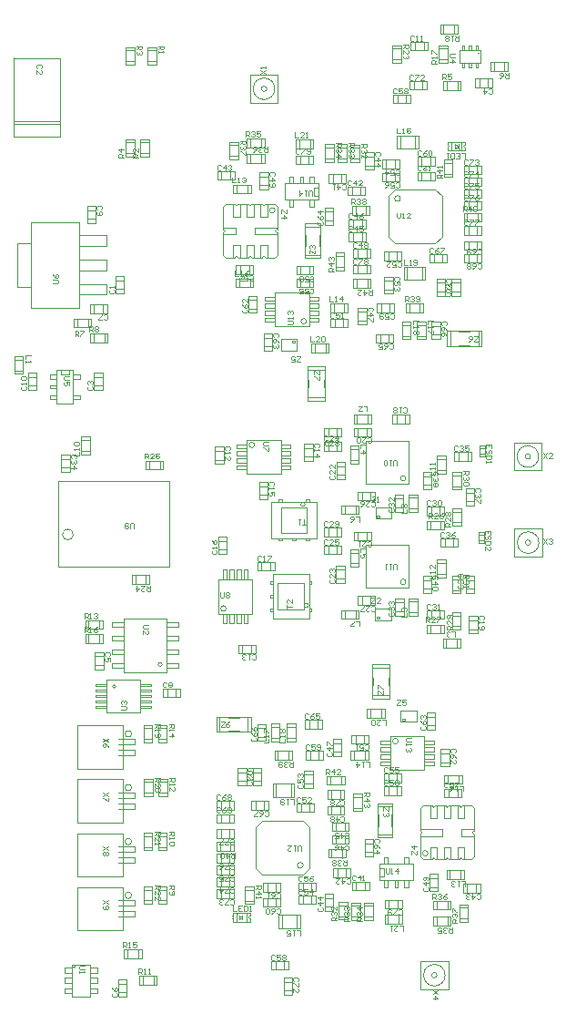
<source format=gm1>
%FSLAX24Y24*%
%MOIN*%
G70*
G01*
G75*
G04 Layer_Color=16777215*
%ADD10P,0.0490X8X202.5*%
%ADD11O,0.0138X0.0197*%
%ADD12O,0.0197X0.0138*%
%ADD13R,0.0787X0.1063*%
%ADD14R,0.1063X0.0787*%
%ADD15R,0.0315X0.0315*%
%ADD16R,0.0315X0.0315*%
%ADD17R,0.1024X0.1024*%
%ADD18R,0.0591X0.0299*%
%ADD19R,0.0394X0.0276*%
%ADD20R,0.0394X0.0276*%
%ADD21R,0.0787X0.1496*%
%ADD22R,0.0787X0.0591*%
%ADD23R,0.0787X0.0591*%
%ADD24R,0.0138X0.0354*%
%ADD25O,0.0236X0.0787*%
%ADD26R,0.0236X0.0787*%
%ADD27R,0.0433X0.0866*%
%ADD28R,0.0394X0.0413*%
%ADD29R,0.0630X0.0331*%
%ADD30R,0.0331X0.0630*%
%ADD31R,0.0945X0.0331*%
%ADD32R,0.0110X0.0138*%
%ADD33R,0.0394X0.0276*%
%ADD34R,0.0276X0.0315*%
%ADD35R,0.0276X0.0315*%
%ADD36R,0.0630X0.0315*%
G04:AMPARAMS|DCode=37|XSize=11.8mil|YSize=25.6mil|CornerRadius=3mil|HoleSize=0mil|Usage=FLASHONLY|Rotation=180.000|XOffset=0mil|YOffset=0mil|HoleType=Round|Shape=RoundedRectangle|*
%AMROUNDEDRECTD37*
21,1,0.0118,0.0197,0,0,180.0*
21,1,0.0059,0.0256,0,0,180.0*
1,1,0.0059,-0.0030,0.0098*
1,1,0.0059,0.0030,0.0098*
1,1,0.0059,0.0030,-0.0098*
1,1,0.0059,-0.0030,-0.0098*
%
%ADD37ROUNDEDRECTD37*%
G04:AMPARAMS|DCode=38|XSize=11.8mil|YSize=25.6mil|CornerRadius=3mil|HoleSize=0mil|Usage=FLASHONLY|Rotation=270.000|XOffset=0mil|YOffset=0mil|HoleType=Round|Shape=RoundedRectangle|*
%AMROUNDEDRECTD38*
21,1,0.0118,0.0197,0,0,270.0*
21,1,0.0059,0.0256,0,0,270.0*
1,1,0.0059,-0.0098,-0.0030*
1,1,0.0059,-0.0098,0.0030*
1,1,0.0059,0.0098,0.0030*
1,1,0.0059,0.0098,-0.0030*
%
%ADD38ROUNDEDRECTD38*%
%ADD39R,0.1299X0.1299*%
%ADD40R,0.0197X0.0197*%
%ADD41R,0.0500X0.0252*%
%ADD42R,0.0236X0.0500*%
%ADD43R,0.0354X0.0512*%
%ADD44R,0.0866X0.0433*%
%ADD45R,0.0413X0.0394*%
%ADD46R,0.0500X0.0236*%
%ADD47R,0.0299X0.0591*%
%ADD48R,0.0276X0.0394*%
%ADD49R,0.0315X0.0276*%
%ADD50R,0.0630X0.0236*%
%ADD51R,0.0709X0.0472*%
%ADD52R,0.0591X0.0118*%
%ADD53R,0.1024X0.0748*%
%ADD54R,0.0157X0.0472*%
%ADD55R,0.0472X0.0157*%
%ADD56R,0.0748X0.1024*%
%ADD57C,0.0295*%
%ADD58C,0.0079*%
%ADD59C,0.0098*%
%ADD60C,0.0197*%
%ADD61C,0.0138*%
%ADD62C,0.0276*%
%ADD63C,0.0136*%
%ADD64C,0.0380*%
%ADD65C,0.0118*%
%ADD66C,0.0354*%
%ADD67R,0.0787X1.2451*%
%ADD68R,0.0787X1.2441*%
%ADD69R,0.6496X0.1772*%
%ADD70R,0.3297X0.0787*%
%ADD71R,0.4695X0.0787*%
%ADD72R,0.2441X0.0787*%
%ADD73R,0.4114X0.1772*%
%ADD74R,0.0787X2.1142*%
%ADD75R,0.3337X0.0787*%
%ADD76R,0.0787X1.4764*%
%ADD77R,0.2421X0.0787*%
%ADD78R,0.0787X0.2441*%
%ADD79R,0.1575X0.1575*%
%ADD80C,0.0394*%
%ADD81R,0.1575X0.1575*%
%ADD82C,0.0354*%
%ADD83C,0.0315*%
%ADD84C,0.0276*%
%ADD85C,0.0197*%
%ADD86C,0.0400*%
G04:AMPARAMS|DCode=87|XSize=169.291mil|YSize=169.291mil|CornerRadius=0mil|HoleSize=0mil|Usage=FLASHONLY|Rotation=0.000|XOffset=0mil|YOffset=0mil|HoleType=Round|Shape=Relief|Width=19.7mil|Gap=9.8mil|Entries=4|*
%AMTHD87*
7,0,0,0.1693,0.1496,0.0197,45*
%
%ADD87THD87*%
%ADD88C,0.0866*%
%ADD89C,0.0551*%
%ADD90R,0.0394X0.1000*%
%ADD91C,0.0039*%
%ADD92C,0.0236*%
%ADD93C,0.0080*%
%ADD94C,0.0100*%
%ADD95C,0.0060*%
%ADD96C,0.0059*%
%ADD97R,0.0138X0.0512*%
%ADD98R,0.0118X0.1014*%
%ADD99R,0.0128X0.0551*%
%ADD100R,0.0551X0.0128*%
%ADD101R,0.1014X0.0118*%
%ADD102R,0.0098X0.0128*%
%ADD103R,0.0108X0.0128*%
%ADD104R,0.0138X0.0512*%
%ADD105R,0.0945X0.0669*%
%ADD106R,0.0669X0.0945*%
%ADD107R,0.0866X0.0669*%
%ADD108R,0.0866X0.0669*%
%ADD109R,0.0866X0.1575*%
%ADD110R,0.0177X0.0472*%
%ADD111R,0.0177X0.0472*%
%ADD112R,0.0591X0.0423*%
%ADD113R,0.0423X0.0591*%
%ADD114R,0.0984X0.0157*%
%ADD115R,0.0157X0.1299*%
%ADD116R,0.1772X0.0787*%
%ADD117R,0.0787X0.9833*%
%ADD118R,0.3337X0.0787*%
%ADD119R,0.0787X1.0000*%
%ADD120R,0.4134X0.0787*%
%ADD121R,0.6496X0.0787*%
%ADD122R,0.0787X1.0039*%
%ADD123R,0.3297X0.0787*%
%ADD124R,0.0787X1.0039*%
%ADD125R,2.0215X0.1161*%
%ADD126R,2.0207X0.1157*%
%ADD127R,0.4134X0.0787*%
%ADD128R,0.6496X0.0787*%
%ADD129R,0.0787X1.0669*%
%ADD130R,0.0787X0.2205*%
%ADD131R,0.0787X0.2441*%
%ADD132R,0.0787X0.4567*%
%ADD133R,0.0669X0.0157*%
%ADD134R,0.0768X0.0167*%
%ADD135O,0.0197X0.0256*%
%ADD136O,0.0256X0.0197*%
%ADD137R,0.0374X0.0374*%
%ADD138R,0.0374X0.0374*%
%ADD139R,0.1083X0.1083*%
%ADD140R,0.0650X0.0358*%
%ADD141R,0.0433X0.0315*%
%ADD142R,0.0433X0.0315*%
%ADD143R,0.0846X0.1555*%
%ADD144R,0.0846X0.0650*%
%ADD145R,0.0846X0.0650*%
%ADD146O,0.0295X0.0846*%
%ADD147R,0.0295X0.0846*%
%ADD148R,0.0492X0.0925*%
%ADD149R,0.0453X0.0472*%
%ADD150R,0.0709X0.0409*%
%ADD151R,0.0409X0.0709*%
%ADD152R,0.1024X0.0409*%
%ADD153R,0.0390X0.0689*%
%ADD154R,0.0150X0.0177*%
%ADD155R,0.0453X0.0335*%
%ADD156R,0.0335X0.0374*%
%ADD157R,0.0335X0.0374*%
%ADD158R,0.0689X0.0374*%
G04:AMPARAMS|DCode=159|XSize=15.7mil|YSize=29.5mil|CornerRadius=4.9mil|HoleSize=0mil|Usage=FLASHONLY|Rotation=180.000|XOffset=0mil|YOffset=0mil|HoleType=Round|Shape=RoundedRectangle|*
%AMROUNDEDRECTD159*
21,1,0.0157,0.0197,0,0,180.0*
21,1,0.0059,0.0295,0,0,180.0*
1,1,0.0098,-0.0030,0.0098*
1,1,0.0098,0.0030,0.0098*
1,1,0.0098,0.0030,-0.0098*
1,1,0.0098,-0.0030,-0.0098*
%
%ADD159ROUNDEDRECTD159*%
G04:AMPARAMS|DCode=160|XSize=15.7mil|YSize=29.5mil|CornerRadius=4.9mil|HoleSize=0mil|Usage=FLASHONLY|Rotation=270.000|XOffset=0mil|YOffset=0mil|HoleType=Round|Shape=RoundedRectangle|*
%AMROUNDEDRECTD160*
21,1,0.0157,0.0197,0,0,270.0*
21,1,0.0059,0.0295,0,0,270.0*
1,1,0.0098,-0.0098,-0.0030*
1,1,0.0098,-0.0098,0.0030*
1,1,0.0098,0.0098,0.0030*
1,1,0.0098,0.0098,-0.0030*
%
%ADD160ROUNDEDRECTD160*%
%ADD161R,0.0256X0.0256*%
%ADD162R,0.0559X0.0311*%
%ADD163R,0.0295X0.0559*%
%ADD164R,0.0413X0.0571*%
%ADD165R,0.0925X0.0492*%
%ADD166R,0.0472X0.0453*%
%ADD167R,0.0559X0.0295*%
%ADD168R,0.0358X0.0650*%
%ADD169R,0.0335X0.0453*%
%ADD170R,0.0374X0.0335*%
%ADD171R,0.0689X0.0295*%
%ADD172R,0.0768X0.0532*%
%ADD173R,0.0217X0.0532*%
%ADD174R,0.0532X0.0217*%
%ADD175R,0.1634X0.1634*%
%ADD176C,0.0512*%
%ADD177R,0.1634X0.1634*%
%ADD178R,2.0283X0.2343*%
%ADD179R,2.0236X0.1181*%
%ADD180R,0.0453X0.1059*%
%ADD181C,0.0008*%
%ADD182C,0.0010*%
%ADD183C,0.0008*%
%ADD184C,0.0010*%
%ADD185C,0.0012*%
G54D58*
X78120Y66132D02*
G03*
X78120Y66132I-10J0D01*
G01*
G54D91*
X75453Y50581D02*
G03*
X75453Y50581I-98J0D01*
G01*
Y46791D02*
G03*
X75453Y46791I-98J0D01*
G01*
G54D181*
X69114Y34467D02*
G03*
X69114Y34565I0J49D01*
G01*
X69744D02*
G03*
X69744Y34467I0J-49D01*
G01*
X69301Y34644D02*
G03*
X69301Y34644I-10J0D01*
G01*
X71890Y45925D02*
G03*
X71890Y45925I-79J0D01*
G01*
X63268Y48524D02*
G03*
X63268Y48524I-197J0D01*
G01*
X77953Y37677D02*
G03*
X77953Y37559I0J-59D01*
G01*
X76909Y38602D02*
G03*
X77028Y38602I59J0D01*
G01*
X76409D02*
G03*
X76528Y38602I59J0D01*
G01*
X77528Y36634D02*
G03*
X77409Y36634I-59J0D01*
G01*
Y38602D02*
G03*
X77528Y38602I59J0D01*
G01*
X77028Y36634D02*
G03*
X76909Y36634I-59J0D01*
G01*
Y38602D02*
G03*
X77028Y38602I59J0D01*
G01*
X76528Y36634D02*
G03*
X76409Y36634I-59J0D01*
G01*
X75984Y37559D02*
G03*
X75984Y37677I0J59D01*
G01*
X76260Y36860D02*
G03*
X76260Y36860I-98J0D01*
G01*
X71690Y36425D02*
G03*
X71690Y36425I-107J0D01*
G01*
X77618Y62778D02*
G03*
X77618Y62679I0J-49D01*
G01*
X76988D02*
G03*
X76988Y62778I0J49D01*
G01*
X77451Y62600D02*
G03*
X77451Y62600I-10J0D01*
G01*
X75256Y60819D02*
G03*
X75256Y60819I-107J0D01*
G01*
X68768Y59570D02*
G03*
X68768Y59688I0J59D01*
G01*
X69811Y58644D02*
G03*
X69693Y58644I-59J0D01*
G01*
X70311D02*
G03*
X70193Y58644I-59J0D01*
G01*
X69193Y60613D02*
G03*
X69311Y60613I59J0D01*
G01*
Y58644D02*
G03*
X69193Y58644I-59J0D01*
G01*
X69693Y60613D02*
G03*
X69811Y60613I59J0D01*
G01*
Y58644D02*
G03*
X69693Y58644I-59J0D01*
G01*
X70193Y60613D02*
G03*
X70311Y60613I59J0D01*
G01*
X70736Y59688D02*
G03*
X70736Y59570I0J-59D01*
G01*
X70657Y60387D02*
G03*
X70657Y60387I-98J0D01*
G01*
X71762Y49626D02*
G03*
X71762Y49626I-79J0D01*
G01*
X65404Y35325D02*
G03*
X65404Y35325I-118J0D01*
G01*
Y37293D02*
G03*
X65404Y37293I-118J0D01*
G01*
Y39262D02*
G03*
X65404Y39262I-118J0D01*
G01*
Y41230D02*
G03*
X65404Y41230I-118J0D01*
G01*
X75561Y50374D02*
Y51949D01*
X73986Y50374D02*
X75561D01*
X73986D02*
Y51949D01*
X75561D01*
X73986Y48159D02*
X75561D01*
X73986Y46585D02*
Y48159D01*
Y46585D02*
X75561D01*
Y48159D01*
X61102Y63661D02*
X62795D01*
X61102Y63543D02*
X62795D01*
X61083Y63091D02*
Y65965D01*
Y63091D02*
X62776D01*
Y65955D01*
X61083D02*
X62776D01*
X69114Y34565D02*
Y34673D01*
Y34358D02*
Y34467D01*
X69744Y34565D02*
Y34673D01*
Y34358D02*
Y34467D01*
X69468Y34437D02*
Y34594D01*
X69350Y34516D02*
X69468Y34594D01*
X69350Y34516D02*
X69468Y34437D01*
X69350D02*
Y34594D01*
X70768Y45787D02*
X71713D01*
Y46732D01*
X70768D02*
X71713D01*
X70768Y45787D02*
Y46732D01*
X71909Y46819D02*
X71988D01*
Y46701D02*
Y46819D01*
X71909Y46701D02*
X71988D01*
X71909Y45819D02*
X71988D01*
Y45701D02*
Y45819D01*
X71909Y45701D02*
X71988D01*
X70492Y46819D02*
X70571D01*
X70492Y46701D02*
Y46819D01*
Y46701D02*
X70571D01*
X70492Y46201D02*
X70571D01*
X70492D02*
Y46319D01*
X70571D01*
X70492Y45819D02*
X70571D01*
X70492Y45701D02*
Y45819D01*
Y45701D02*
X70571D01*
Y45433D02*
X71909D01*
Y47087D01*
X70571D02*
X71909D01*
X70571Y45433D02*
Y47087D01*
X78100Y65610D02*
Y65768D01*
X78022Y65610D02*
X78100D01*
X78022D02*
Y65768D01*
X77844Y65610D02*
Y65768D01*
X77766Y65610D02*
X77844D01*
X77766D02*
Y65768D01*
X77589Y65610D02*
Y65768D01*
X77510Y65610D02*
X77589D01*
X77510D02*
Y65768D01*
Y66260D02*
Y66417D01*
X77589D01*
Y66260D02*
Y66417D01*
X78022Y66260D02*
Y66417D01*
X78100D01*
Y66260D02*
Y66417D01*
X77766Y66260D02*
Y66417D01*
X77844D01*
Y66260D02*
Y66417D01*
X78199Y65768D02*
Y66260D01*
X77411D02*
X78199D01*
X77411Y65768D02*
Y66260D01*
Y65768D02*
X78199D01*
X62717Y47343D02*
X66772D01*
X62717Y50492D02*
X66772D01*
X62717Y47343D02*
Y50492D01*
X66772Y47343D02*
Y50492D01*
X77530Y38602D02*
X77854D01*
X77028D02*
X77411D01*
X76083Y36634D02*
X76407D01*
X76526D02*
X76909D01*
X77530D02*
X77854D01*
X77028D02*
X77411D01*
X76526Y38602D02*
X76909D01*
X77490Y37490D02*
X77953D01*
X77490D02*
Y37746D01*
X77953D01*
X77096Y38140D02*
Y38602D01*
X76841Y38140D02*
X77096D01*
X76841D02*
Y38602D01*
X76596Y38140D02*
Y38602D01*
X76341Y38140D02*
X76596D01*
X76341D02*
Y38602D01*
X77341Y36634D02*
Y37096D01*
X77596D01*
Y36634D02*
Y37096D01*
X77341Y38140D02*
Y38602D01*
Y38140D02*
X77596D01*
Y38602D01*
X77096Y36634D02*
Y37096D01*
X76841D02*
X77096D01*
X76841Y36634D02*
Y37096D01*
X75984Y36732D02*
Y37559D01*
X76801Y37490D02*
Y37746D01*
X75984Y37490D02*
X76801D01*
X76341Y36634D02*
Y37096D01*
X76596D01*
Y36634D02*
Y37096D01*
X75984Y36732D02*
X76083Y36634D01*
X75984Y37677D02*
Y38504D01*
X76083Y38602D02*
X76407D01*
X77953Y37677D02*
Y38504D01*
Y36732D02*
Y37559D01*
X77854Y38602D02*
X77953Y38504D01*
X77854Y36634D02*
X77953Y36732D01*
X75984Y38504D02*
X76083Y38602D01*
X75984Y37746D02*
X76801D01*
X69341Y41339D02*
X69380Y41299D01*
X68947Y41339D02*
X69341D01*
X68907Y41299D02*
X68947Y41339D01*
X69341Y41811D02*
X69380Y41850D01*
X68947Y41811D02*
X69341D01*
X68907Y41850D02*
X68947Y41811D01*
X69656Y41299D02*
Y41850D01*
X68632Y41299D02*
Y41850D01*
X74803Y43268D02*
X74843Y43307D01*
X74803Y43032D02*
Y43268D01*
Y43032D02*
X74843Y42992D01*
X74213Y43307D02*
X74252Y43268D01*
Y43032D02*
Y43268D01*
X74213Y42992D02*
X74252Y43032D01*
X74213Y43661D02*
X74843D01*
X74213Y42638D02*
X74843D01*
X71929Y36317D02*
Y37813D01*
X69961Y36317D02*
Y37813D01*
X70197Y36081D02*
X71693D01*
X70197Y38049D02*
X71693D01*
X71693D02*
X71929Y37813D01*
X69961D02*
X70197Y38049D01*
X71693Y36081D02*
X71929Y36317D01*
X69961D02*
X70197Y36081D01*
X78109Y48225D02*
Y48625D01*
Y48225D02*
X78309D01*
Y48625D01*
X78109D02*
X78309D01*
X78109Y48325D02*
X78309D01*
X78109Y48525D02*
X78309D01*
X78138Y51375D02*
Y51775D01*
Y51375D02*
X78338D01*
Y51775D01*
X78138D02*
X78338D01*
X78138Y51475D02*
X78338D01*
X78138Y51675D02*
X78338D01*
X77618Y62571D02*
Y62679D01*
Y62778D02*
Y62886D01*
X76988Y62571D02*
Y62679D01*
Y62778D02*
Y62886D01*
X77264Y62650D02*
Y62807D01*
Y62650D02*
X77382Y62728D01*
X77264Y62807D02*
X77382Y62728D01*
Y62650D02*
Y62807D01*
X74803Y59431D02*
Y60927D01*
X76772Y59431D02*
Y60927D01*
X75039Y61163D02*
X76535D01*
X75039Y59195D02*
X76535D01*
X74803Y59431D02*
X75039Y59195D01*
X76535D02*
X76772Y59431D01*
X74803Y60927D02*
X75039Y61163D01*
X76535D02*
X76772Y60927D01*
X68866Y58644D02*
X69191D01*
X69309D02*
X69693D01*
X70313Y60613D02*
X70638D01*
X69811D02*
X70195D01*
X68866D02*
X69191D01*
X69309D02*
X69693D01*
X69811Y58644D02*
X70195D01*
X68768Y59757D02*
X69230D01*
Y59501D02*
Y59757D01*
X68768Y59501D02*
X69230D01*
X69624Y58644D02*
Y59107D01*
X69880D01*
Y58644D02*
Y59107D01*
X70124Y58644D02*
Y59107D01*
X70380D01*
Y58644D02*
Y59107D01*
X69380Y60150D02*
Y60613D01*
X69124Y60150D02*
X69380D01*
X69124D02*
Y60613D01*
X69380Y58644D02*
Y59107D01*
X69124D02*
X69380D01*
X69124Y58644D02*
Y59107D01*
X69624Y60150D02*
Y60613D01*
Y60150D02*
X69880D01*
Y60613D01*
X70736Y59688D02*
Y60515D01*
X69919Y59501D02*
Y59757D01*
X70736D01*
X70380Y60150D02*
Y60613D01*
X70124Y60150D02*
X70380D01*
X70124D02*
Y60613D01*
X70638D02*
X70736Y60515D01*
Y58743D02*
Y59570D01*
X70313Y58644D02*
X70638D01*
X68768Y58743D02*
Y59570D01*
Y59688D02*
Y60515D01*
Y58743D02*
X68866Y58644D01*
X68768Y60515D02*
X68866Y60613D01*
X70638Y58644D02*
X70736Y58743D01*
X69919Y59501D02*
X70736D01*
X71821Y48583D02*
Y49528D01*
X70876D02*
X71821D01*
X70876Y48583D02*
Y49528D01*
Y48583D02*
X71821D01*
X70789Y49724D02*
Y49803D01*
X70907D01*
Y49724D02*
Y49803D01*
X71789Y49724D02*
Y49803D01*
X71907D01*
Y49724D02*
Y49803D01*
X70789Y48307D02*
Y48386D01*
Y48307D02*
X70907D01*
Y48386D01*
X71407Y48307D02*
Y48386D01*
X71289Y48307D02*
X71407D01*
X71289D02*
Y48386D01*
X71789Y48307D02*
Y48386D01*
Y48307D02*
X71907D01*
Y48386D01*
X72175D02*
Y49724D01*
X70522D02*
X72175D01*
X70522Y48386D02*
Y49724D01*
Y48386D02*
X72175D01*
X71850Y54557D02*
X72480D01*
X71850Y53533D02*
X72480D01*
X72441Y54163D02*
X72480Y54203D01*
X72441Y53927D02*
Y54163D01*
Y53927D02*
X72480Y53888D01*
X71850Y54203D02*
X71890Y54163D01*
Y53927D02*
Y54163D01*
X71850Y53888D02*
X71890Y53927D01*
X71762Y58760D02*
X72313D01*
X71762Y59783D02*
X72313D01*
X71762Y59035D02*
X71801Y59075D01*
Y59468D01*
X71762Y59508D02*
X71801Y59468D01*
X72274Y59075D02*
X72313Y59035D01*
X72274Y59075D02*
Y59468D01*
X72313Y59508D01*
X74415Y37831D02*
X74455Y37870D01*
Y38264D01*
X74415Y38303D02*
X74455Y38264D01*
X74927Y37870D02*
X74967Y37831D01*
X74927Y37870D02*
Y38264D01*
X74967Y38303D01*
X74415Y37555D02*
X74967D01*
X74415Y38579D02*
X74967D01*
X78110Y55423D02*
Y55974D01*
X77087Y55423D02*
Y55974D01*
X77795Y55463D02*
X77835Y55423D01*
X77402Y55463D02*
X77795D01*
X77362Y55423D02*
X77402Y55463D01*
X77795Y55935D02*
X77835Y55974D01*
X77402Y55935D02*
X77795D01*
X77362Y55974D02*
X77402Y55935D01*
X64911Y34941D02*
X65502D01*
X64911Y35138D02*
X65502D01*
Y34941D02*
Y35138D01*
X63425Y34055D02*
Y35630D01*
X65098D01*
Y34055D02*
Y35630D01*
X63425Y34055D02*
X65098D01*
X65502Y34547D02*
Y34744D01*
X64911D02*
X65502D01*
X64911Y34547D02*
X65502D01*
X64911Y36909D02*
X65502D01*
X64911Y37106D02*
X65502D01*
Y36909D02*
Y37106D01*
X63425Y36024D02*
Y37598D01*
X65098D01*
Y36024D02*
Y37598D01*
X63425Y36024D02*
X65098D01*
X65502Y36516D02*
Y36713D01*
X64911D02*
X65502D01*
X64911Y36516D02*
X65502D01*
X64911Y38878D02*
X65502D01*
X64911Y39075D02*
X65502D01*
Y38878D02*
Y39075D01*
X63425Y37992D02*
Y39567D01*
X65098D01*
Y37992D02*
Y39567D01*
X63425Y37992D02*
X65098D01*
X65502Y38484D02*
Y38681D01*
X64911D02*
X65502D01*
X64911Y38484D02*
X65502D01*
X64911Y40846D02*
X65502D01*
X64911Y41043D02*
X65502D01*
Y40846D02*
Y41043D01*
X63425Y39961D02*
Y41535D01*
X65098D01*
Y39961D02*
Y41535D01*
X63425Y39961D02*
X65098D01*
X65502Y40453D02*
Y40650D01*
X64911D02*
X65502D01*
X64911Y40453D02*
X65502D01*
G54D182*
X63352Y32724D02*
G03*
X63352Y32724I-59J0D01*
G01*
X76594Y32402D02*
G03*
X76594Y32402I-98J0D01*
G01*
X76890D02*
G03*
X76890Y32402I-394J0D01*
G01*
X80030Y48228D02*
G03*
X80030Y48228I-98J0D01*
G01*
X80325D02*
G03*
X80325Y48228I-394J0D01*
G01*
X80020Y51378D02*
G03*
X80020Y51378I-98J0D01*
G01*
X80315D02*
G03*
X80315Y51378I-394J0D01*
G01*
X70354Y64833D02*
G03*
X70354Y64833I-98J0D01*
G01*
X70650D02*
G03*
X70650Y64833I-394J0D01*
G01*
X64827Y42972D02*
G03*
X64827Y42972I-63J0D01*
G01*
X71420Y40960D02*
Y41600D01*
X71100D02*
X71420D01*
X71100Y40960D02*
Y41600D01*
Y40960D02*
X71420D01*
X71100Y41479D02*
X71420D01*
X71097Y41083D02*
X71417D01*
X62963Y32106D02*
X63218D01*
X62963D02*
Y32303D01*
X63218D01*
X63888D02*
X64144D01*
Y32106D02*
Y32303D01*
X63888Y32106D02*
X64144D01*
X63888Y32677D02*
X64144D01*
Y32480D02*
Y32677D01*
X63888Y32480D02*
X64144D01*
X62963D02*
X63218D01*
X62963D02*
Y32677D01*
X63218D01*
X63888Y31929D02*
X64144D01*
Y31732D02*
Y31929D01*
X63888Y31732D02*
X64144D01*
X62963D02*
X63218D01*
X62963D02*
Y31929D01*
X63218D01*
X63888Y31614D02*
Y32795D01*
X63218Y31614D02*
X63888D01*
X63218Y32795D02*
X63888D01*
X63218Y31614D02*
Y32795D01*
X64478Y57303D02*
Y57697D01*
X63494D02*
X64478D01*
X63494Y57303D02*
Y57697D01*
Y57303D02*
X64478D01*
Y58189D02*
Y58583D01*
X63494D02*
X64478D01*
X63494Y58189D02*
Y58583D01*
Y58189D02*
X64478D01*
Y59075D02*
Y59469D01*
X63494D02*
X64478D01*
X63494Y59075D02*
Y59469D01*
Y59075D02*
X64478D01*
X63494Y57303D02*
Y59961D01*
X61722D02*
X63494D01*
X61722Y56811D02*
Y59961D01*
Y56811D02*
X63494D01*
Y57303D01*
X61230Y59173D02*
X61722D01*
X61230Y57598D02*
Y59173D01*
Y57598D02*
X61722D01*
Y59370D02*
Y59961D01*
X63494D01*
Y56811D02*
Y59961D01*
X61722Y56811D02*
Y57402D01*
Y56811D02*
X63494D01*
X77008Y31890D02*
Y32913D01*
X75984Y31890D02*
X77008D01*
X75984D02*
Y32913D01*
X77008D01*
X75325Y41777D02*
X75413D01*
Y41718D02*
Y41777D01*
X75325Y41718D02*
Y41777D01*
Y41718D02*
X75413D01*
X75266Y41668D02*
X75837D01*
X75266D02*
Y42082D01*
X75837Y41668D02*
Y42082D01*
X75266D02*
X75837D01*
X68514Y41850D02*
X69774D01*
Y41299D02*
Y41850D01*
X68514Y41299D02*
X69774D01*
X68514D02*
Y41850D01*
X74213Y42520D02*
Y43780D01*
X74843D01*
Y42520D02*
Y43780D01*
X74213Y42520D02*
X74843D01*
X74670Y34599D02*
X75310D01*
X74670Y34279D02*
Y34599D01*
Y34279D02*
X75310D01*
Y34599D01*
X74791Y34279D02*
Y34599D01*
X75187Y34276D02*
Y34596D01*
X74649Y35616D02*
Y35866D01*
Y35616D02*
X74799D01*
Y35866D01*
X75049Y35616D02*
Y35866D01*
Y35616D02*
X75149D01*
Y35866D01*
X75399Y35616D02*
Y35866D01*
Y35616D02*
X75549D01*
Y35866D01*
X75399Y36466D02*
Y36716D01*
X75549D01*
Y36466D02*
Y36716D01*
X74799Y36466D02*
Y36716D01*
X74649D02*
X74799D01*
X74649Y36466D02*
Y36716D01*
X74499Y36316D02*
X74649D01*
Y36016D02*
Y36316D01*
X74499Y36016D02*
X74649D01*
X74489Y35866D02*
Y36466D01*
X75709D01*
X74489Y35866D02*
X75709D01*
Y36466D01*
X73450Y34547D02*
X73770D01*
X73452Y34943D02*
X73772D01*
X73452Y34424D02*
X73772D01*
X73452D02*
Y35064D01*
X73772D01*
Y34424D02*
Y35064D01*
X72987Y34557D02*
X73307D01*
X72990Y34953D02*
X73310D01*
X72990Y34434D02*
X73310D01*
X72990D02*
Y35074D01*
X73310D01*
Y34434D02*
Y35074D01*
X73425Y62667D02*
X73745D01*
X73423Y62271D02*
X73743D01*
X73423Y62790D02*
X73743D01*
Y62150D02*
Y62790D01*
X73423Y62150D02*
X73743D01*
X73423D02*
Y62790D01*
X72963Y62677D02*
X73283D01*
X72960Y62281D02*
X73280D01*
X72960Y62800D02*
X73280D01*
Y62160D02*
Y62800D01*
X72960Y62160D02*
X73280D01*
X72960D02*
Y62800D01*
X71422Y62645D02*
X72062D01*
Y62965D01*
X71422D02*
X72062D01*
X71422Y62645D02*
Y62965D01*
X71941Y62645D02*
Y62965D01*
X71545Y62648D02*
Y62968D01*
X72084Y61378D02*
Y61628D01*
X71934D02*
X72084D01*
X71934Y61378D02*
Y61628D01*
X71684Y61378D02*
Y61628D01*
X71584D02*
X71684D01*
X71584Y61378D02*
Y61628D01*
X71334Y61378D02*
Y61628D01*
X71184D02*
X71334D01*
X71184Y61378D02*
Y61628D01*
X71334Y60528D02*
Y60778D01*
X71184Y60528D02*
X71334D01*
X71184D02*
Y60778D01*
X71934Y60528D02*
Y60778D01*
Y60528D02*
X72084D01*
Y60778D01*
Y60928D02*
X72234D01*
X72084D02*
Y61228D01*
X72234D01*
X72244Y60778D02*
Y61378D01*
X71023Y60778D02*
X72244D01*
X71023Y61378D02*
X72244D01*
X71023Y60778D02*
Y61378D01*
X69567Y35520D02*
X69887D01*
X69564Y35123D02*
X69884D01*
X69564Y35643D02*
X69884D01*
Y35003D02*
Y35643D01*
X69564Y35003D02*
X69884D01*
X69564D02*
Y35643D01*
X69035Y36954D02*
Y37274D01*
X68639Y36956D02*
Y37276D01*
X69159Y36956D02*
Y37276D01*
X68519Y36956D02*
X69159D01*
X68519D02*
Y37276D01*
X69159D01*
X73130Y36698D02*
Y37018D01*
X72734Y36700D02*
Y37020D01*
X73253Y36700D02*
Y37020D01*
X72613Y36700D02*
X73253D01*
X72613D02*
Y37020D01*
X73253D01*
X72687Y39368D02*
Y39688D01*
X73083Y39366D02*
Y39686D01*
X72564Y39366D02*
Y39686D01*
X73204D01*
Y39366D02*
Y39686D01*
X72564Y39366D02*
X73204D01*
X73533Y38925D02*
X73853D01*
X73531Y38529D02*
X73851D01*
X73531Y39048D02*
X73851D01*
Y38408D02*
Y39048D01*
X73531Y38408D02*
X73851D01*
X73531D02*
Y39048D01*
X70829Y40960D02*
Y41600D01*
X70509D02*
X70829D01*
X70509Y40960D02*
Y41600D01*
Y40960D02*
X70829D01*
X70509Y41479D02*
X70829D01*
X70507Y41083D02*
X70827D01*
X71161Y40280D02*
Y40600D01*
X70765Y40283D02*
Y40603D01*
X71285Y40283D02*
Y40603D01*
X70645Y40283D02*
X71285D01*
X70645D02*
Y40603D01*
X71285D01*
X73430Y40603D02*
X74070D01*
X73430Y40283D02*
Y40603D01*
Y40283D02*
X74070D01*
Y40603D01*
X73551Y40283D02*
Y40603D01*
X73947Y40280D02*
Y40600D01*
X76865Y39727D02*
X77505D01*
X76865Y39407D02*
Y39727D01*
Y39407D02*
X77505D01*
Y39727D01*
X76986Y39407D02*
Y39727D01*
X77382Y39404D02*
Y39724D01*
X76944Y36241D02*
X77584D01*
X76944Y35921D02*
Y36241D01*
Y35921D02*
X77584D01*
Y36241D01*
X77064Y35921D02*
Y36241D01*
X77461Y35918D02*
Y36238D01*
X76585Y34803D02*
Y35123D01*
X76981Y34801D02*
Y35121D01*
X76462Y34801D02*
Y35121D01*
X77101D01*
Y34801D02*
Y35121D01*
X76462Y34801D02*
X77101D01*
X77408Y34470D02*
X77728D01*
X77410Y34867D02*
X77730D01*
X77410Y34347D02*
X77730D01*
X77410D02*
Y34987D01*
X77730D01*
Y34347D02*
Y34987D01*
X76978Y34227D02*
Y34547D01*
X76582Y34230D02*
Y34550D01*
X77101Y34230D02*
Y34550D01*
X76462Y34230D02*
X77101D01*
X76462D02*
Y34550D01*
X77101D01*
X76845Y61724D02*
X77165D01*
X76848Y62121D02*
X77168D01*
X76848Y61601D02*
X77168D01*
X76848D02*
Y62241D01*
X77168D01*
Y61601D02*
Y62241D01*
X77697Y59970D02*
Y60290D01*
X78093Y59968D02*
Y60288D01*
X77574Y59968D02*
Y60288D01*
X78214D01*
Y59968D02*
Y60288D01*
X77574Y59968D02*
X78214D01*
X73602Y60226D02*
Y60546D01*
X73999Y60224D02*
Y60544D01*
X73479Y60224D02*
Y60544D01*
X74119D01*
Y60224D02*
Y60544D01*
X73479Y60224D02*
X74119D01*
X74045Y57556D02*
Y57876D01*
X73649Y57558D02*
Y57878D01*
X74168Y57558D02*
Y57878D01*
X73528Y57558D02*
X74168D01*
X73528D02*
Y57878D01*
X74168D01*
X72879Y58319D02*
X73199D01*
X72881Y58715D02*
X73201D01*
X72881Y58196D02*
X73201D01*
X72881D02*
Y58836D01*
X73201D01*
Y58196D02*
Y58836D01*
X75854Y55674D02*
Y56314D01*
Y55674D02*
X76174D01*
Y56314D01*
X75854D02*
X76174D01*
X75854Y55795D02*
X76174D01*
X75856Y56191D02*
X76176D01*
X75571Y56654D02*
Y56974D01*
X75967Y56651D02*
Y56971D01*
X75448Y56651D02*
Y56971D01*
X76088D01*
Y56651D02*
Y56971D01*
X75448Y56651D02*
X76088D01*
X75312Y55674D02*
Y56314D01*
Y55674D02*
X75632D01*
Y56314D01*
X75312D02*
X75632D01*
X75312Y55795D02*
X75632D01*
X75315Y56191D02*
X75635D01*
X71299Y55561D02*
X71388D01*
X71299D02*
Y55620D01*
X71388Y55561D02*
Y55620D01*
X71299D02*
X71388D01*
X70876Y55669D02*
X71447D01*
Y55256D02*
Y55669D01*
X70876Y55256D02*
Y55669D01*
Y55256D02*
X71447D01*
X72682Y56651D02*
X73322D01*
Y56971D01*
X72682D02*
X73322D01*
X72682Y56651D02*
Y56971D01*
X73201Y56651D02*
Y56971D01*
X72805Y56654D02*
Y56974D01*
X69227Y57576D02*
X69867D01*
Y57896D01*
X69227D02*
X69867D01*
X69227Y57576D02*
Y57896D01*
X69747Y57576D02*
Y57896D01*
X69350Y57579D02*
Y57899D01*
X69129Y61003D02*
X69769D01*
Y61323D01*
X69129D02*
X69769D01*
X69129Y61003D02*
Y61323D01*
X69648Y61003D02*
Y61323D01*
X69252Y61006D02*
Y61326D01*
X70148Y62121D02*
Y62441D01*
X69751Y62123D02*
Y62443D01*
X70271Y62123D02*
Y62443D01*
X69631Y62123D02*
X70271D01*
X69631D02*
Y62443D01*
X70271D01*
X68985Y62774D02*
X69305D01*
X68982Y62377D02*
X69302D01*
X68982Y62897D02*
X69302D01*
Y62257D02*
Y62897D01*
X68982Y62257D02*
X69302D01*
X68982D02*
Y62897D01*
X69754Y62697D02*
Y63017D01*
X70150Y62694D02*
Y63014D01*
X69631Y62694D02*
Y63014D01*
X70271D01*
Y62694D02*
Y63014D01*
X69631Y62694D02*
X70271D01*
X79419Y48740D02*
X80443D01*
Y47717D02*
Y48740D01*
X79419Y47717D02*
X80443D01*
X79419D02*
Y48740D01*
X79409Y51890D02*
X80433D01*
Y50866D02*
Y51890D01*
X79409Y50866D02*
X80433D01*
X79409D02*
Y51890D01*
X69744Y64321D02*
Y65344D01*
X70768D01*
Y64321D02*
Y65344D01*
X69744Y64321D02*
X70768D01*
X63829Y44567D02*
Y44887D01*
X64225Y44564D02*
Y44884D01*
X63706Y44564D02*
Y44884D01*
X64346D01*
Y44564D02*
Y44884D01*
X63706Y44564D02*
X64346D01*
X63829Y45069D02*
Y45389D01*
X64225Y45066D02*
Y45386D01*
X63706Y45066D02*
Y45386D01*
X64346D01*
Y45066D02*
Y45386D01*
X63706Y45066D02*
X64346D01*
X65192Y62480D02*
X65512D01*
X65194Y62877D02*
X65514D01*
X65194Y62357D02*
X65514D01*
X65194D02*
Y62997D01*
X65514D01*
Y62357D02*
Y62997D01*
X65197Y66240D02*
X65517D01*
X65194Y65844D02*
X65514D01*
X65194Y66363D02*
X65514D01*
Y65723D02*
Y66363D01*
X65194Y65723D02*
X65514D01*
X65194D02*
Y66363D01*
X65713Y62480D02*
X66033D01*
X65716Y62877D02*
X66036D01*
X65716Y62357D02*
X66036D01*
X65716D02*
Y62997D01*
X66036D01*
Y62357D02*
Y62997D01*
X65984Y66240D02*
X66304D01*
X65982Y65844D02*
X66302D01*
X65982Y66363D02*
X66302D01*
Y65723D02*
Y66363D01*
X65982Y65723D02*
X66302D01*
X65982D02*
Y66363D01*
X65807Y32067D02*
Y32387D01*
X66203Y32064D02*
Y32384D01*
X65684Y32064D02*
Y32384D01*
X66324D01*
Y32064D02*
Y32384D01*
X65684Y32064D02*
X66324D01*
X65256Y33031D02*
Y33351D01*
X65652Y33029D02*
Y33349D01*
X65133Y33029D02*
Y33349D01*
X65773D01*
Y33029D02*
Y33349D01*
X65133Y33029D02*
X65773D01*
X76658Y65906D02*
X76978D01*
X76661Y66302D02*
X76981D01*
X76661Y65782D02*
X76981D01*
X76661D02*
Y66422D01*
X76981D01*
Y65782D02*
Y66422D01*
X76949Y64793D02*
Y65113D01*
X77345Y64791D02*
Y65111D01*
X76826Y64791D02*
Y65111D01*
X77466D01*
Y64791D02*
Y65111D01*
X76826Y64791D02*
X77466D01*
X79065Y65477D02*
Y65797D01*
X78669Y65480D02*
Y65800D01*
X79188Y65480D02*
Y65800D01*
X78548Y65480D02*
X79188D01*
X78548D02*
Y65800D01*
X79188D01*
X74961Y66299D02*
X75281D01*
X74958Y65903D02*
X75278D01*
X74958Y66422D02*
X75278D01*
Y65782D02*
Y66422D01*
X74958Y65782D02*
X75278D01*
X74958D02*
Y66422D01*
X77224Y66855D02*
Y67175D01*
X76828Y66858D02*
Y67178D01*
X77348Y66858D02*
Y67178D01*
X76708Y66858D02*
X77348D01*
X76708D02*
Y67178D01*
X77348D01*
X61110Y54404D02*
Y55044D01*
Y54404D02*
X61430D01*
Y55044D01*
X61110D02*
X61430D01*
X61110Y54525D02*
X61430D01*
X61112Y54921D02*
X61432D01*
X62417Y54377D02*
X62667D01*
X62417Y54227D02*
Y54377D01*
Y54227D02*
X62667D01*
X62417Y53977D02*
X62667D01*
X62417Y53877D02*
Y53977D01*
Y53877D02*
X62667D01*
X62417Y53627D02*
X62667D01*
X62417Y53477D02*
Y53627D01*
Y53477D02*
X62667D01*
X63267Y53627D02*
X63517D01*
Y53477D02*
Y53627D01*
X63267Y53477D02*
X63517D01*
X63267Y54227D02*
X63517D01*
Y54377D01*
X63267D02*
X63517D01*
X63117D02*
Y54527D01*
X62817Y54377D02*
X63117D01*
X62817D02*
Y54527D01*
X62667Y54537D02*
X63267D01*
Y53317D02*
Y54537D01*
X62667Y53317D02*
Y54537D01*
Y53317D02*
X63267D01*
X63406Y56102D02*
Y56422D01*
X63802Y56100D02*
Y56420D01*
X63282Y56100D02*
Y56420D01*
X63922D01*
Y56100D02*
Y56420D01*
X63282Y56100D02*
X63922D01*
X64006Y55561D02*
Y55881D01*
X64402Y55559D02*
Y55879D01*
X63883Y55559D02*
Y55879D01*
X64523D01*
Y55559D02*
Y55879D01*
X63883Y55559D02*
X64523D01*
X65935Y46727D02*
Y47047D01*
X65539Y46730D02*
Y47050D01*
X66058Y46730D02*
Y47050D01*
X65418Y46730D02*
X66058D01*
X65418D02*
Y47050D01*
X66058D01*
X66043Y50906D02*
Y51226D01*
X66440Y50903D02*
Y51223D01*
X65920Y50903D02*
Y51223D01*
X66560D01*
Y50903D02*
Y51223D01*
X65920Y50903D02*
X66560D01*
X73538Y52916D02*
X74178D01*
X73538Y52596D02*
Y52916D01*
Y52596D02*
X74178D01*
Y52916D01*
X73659Y52596D02*
Y52916D01*
X74055Y52593D02*
Y52913D01*
X77150Y48967D02*
X77470D01*
X77153Y49363D02*
X77473D01*
X77153Y48843D02*
X77473D01*
X77153D02*
Y49483D01*
X77473D01*
Y48843D02*
Y49483D01*
X76339Y48711D02*
Y49031D01*
X76735Y48708D02*
Y49028D01*
X76215Y48708D02*
Y49028D01*
X76855D01*
Y48708D02*
Y49028D01*
X76215Y48708D02*
X76855D01*
X76902Y50763D02*
Y51403D01*
X76582D02*
X76902D01*
X76582Y50763D02*
Y51403D01*
Y50763D02*
X76902D01*
X76582Y51282D02*
X76902D01*
X76580Y50886D02*
X76900D01*
X75888Y49355D02*
Y49995D01*
X75568D02*
X75888D01*
X75568Y49355D02*
Y49995D01*
Y49355D02*
X75888D01*
X75568Y49875D02*
X75888D01*
X75566Y49478D02*
X75886D01*
X76806Y44717D02*
X77446D01*
X76806Y44397D02*
Y44717D01*
Y44397D02*
X77446D01*
Y44717D01*
X76927Y44397D02*
Y44717D01*
X77323Y44395D02*
Y44715D01*
X77141Y45167D02*
X77461D01*
X77143Y45564D02*
X77463D01*
X77143Y45044D02*
X77463D01*
X77143D02*
Y45684D01*
X77463D01*
Y45044D02*
Y45684D01*
X76339Y44911D02*
Y45231D01*
X76735Y44909D02*
Y45229D01*
X76215Y44909D02*
Y45229D01*
X76855D01*
Y44909D02*
Y45229D01*
X76215Y44909D02*
X76855D01*
X76902Y46963D02*
Y47603D01*
X76582D02*
X76902D01*
X76582Y46963D02*
Y47603D01*
Y46963D02*
X76902D01*
X76582Y47483D02*
X76902D01*
X76580Y47087D02*
X76900D01*
X75888Y45556D02*
Y46196D01*
X75568D02*
X75888D01*
X75568Y45556D02*
Y46196D01*
Y45556D02*
X75888D01*
X75568Y46075D02*
X75888D01*
X75566Y45679D02*
X75886D01*
X72106Y55187D02*
Y55507D01*
X72503Y55184D02*
Y55504D01*
X71983Y55184D02*
Y55504D01*
X72623D01*
Y55184D02*
Y55504D01*
X71983Y55184D02*
X72623D01*
X74547Y41816D02*
Y42136D01*
X74151Y41818D02*
Y42138D01*
X74670Y41818D02*
Y42138D01*
X74030Y41818D02*
X74670D01*
X74030D02*
Y42138D01*
X74670D01*
X77143Y46373D02*
Y47013D01*
Y46373D02*
X77463D01*
Y47013D01*
X77143D02*
X77463D01*
X77143Y46494D02*
X77463D01*
X77146Y46890D02*
X77466D01*
X77153Y50172D02*
Y50812D01*
Y50172D02*
X77473D01*
Y50812D01*
X77153D02*
X77473D01*
X77153Y50293D02*
X77473D01*
X77156Y50689D02*
X77476D01*
X72488Y62160D02*
Y62800D01*
Y62160D02*
X72808D01*
Y62800D01*
X72488D02*
X72808D01*
X72488Y62281D02*
X72808D01*
X72490Y62677D02*
X72810D01*
X74245Y34424D02*
Y35064D01*
X73925D02*
X74245D01*
X73925Y34424D02*
Y35064D01*
Y34424D02*
X74245D01*
X73925Y34943D02*
X74245D01*
X73922Y34547D02*
X74242D01*
X63548Y51585D02*
X63868D01*
X63551Y51981D02*
X63871D01*
X63551Y51462D02*
X63871D01*
X63551D02*
Y52101D01*
X63871D01*
Y51462D02*
Y52101D01*
X71850Y54675D02*
X72480D01*
X71850Y53415D02*
Y54675D01*
Y53415D02*
X72480D01*
Y54675D01*
X71762Y58642D02*
X72313D01*
Y59902D01*
X71762D02*
X72313D01*
X71762Y58642D02*
Y59902D01*
X74967Y37437D02*
Y38697D01*
X74415Y37437D02*
X74967D01*
X74415D02*
Y38697D01*
X74967D01*
X78228Y55423D02*
Y55974D01*
X76968D02*
X78228D01*
X76968Y55423D02*
Y55974D01*
Y55423D02*
X78228D01*
X73602Y45438D02*
Y45758D01*
X73206Y45440D02*
Y45760D01*
X73726Y45440D02*
Y45760D01*
X73086Y45440D02*
X73726D01*
X73086D02*
Y45760D01*
X73726D01*
X74331Y45807D02*
X74902D01*
Y45394D02*
Y45807D01*
X74331Y45394D02*
Y45807D01*
Y45394D02*
X74902D01*
X74390Y45443D02*
X74478D01*
X74390D02*
Y45502D01*
X74478Y45443D02*
Y45502D01*
X74390D02*
X74478D01*
X73406Y47864D02*
X73726D01*
X73403Y47468D02*
X73723D01*
X73403Y47987D02*
X73723D01*
Y47347D02*
Y47987D01*
X73403Y47347D02*
X73723D01*
X73403D02*
Y47987D01*
X73602Y49267D02*
Y49587D01*
X73206Y49269D02*
Y49589D01*
X73726Y49269D02*
Y49589D01*
X73086Y49269D02*
X73726D01*
X73086D02*
Y49589D01*
X73726D01*
X74341Y49513D02*
X74911D01*
Y49099D02*
Y49513D01*
X74341Y49099D02*
Y49513D01*
Y49099D02*
X74911D01*
X74400Y49149D02*
X74488D01*
X74400D02*
Y49208D01*
X74488Y49149D02*
Y49208D01*
X74400D02*
X74488D01*
X73406Y51644D02*
X73726D01*
X73403Y51247D02*
X73723D01*
X73403Y51767D02*
X73723D01*
Y51127D02*
Y51767D01*
X73403Y51127D02*
X73723D01*
X73403D02*
Y51767D01*
X66375Y35015D02*
Y35655D01*
Y35015D02*
X66695D01*
Y35655D01*
X66375D02*
X66695D01*
X66375Y35135D02*
X66695D01*
X66378Y35531D02*
X66698D01*
X66375Y36973D02*
Y37613D01*
Y36973D02*
X66695D01*
Y37613D01*
X66375D02*
X66695D01*
X66375Y37094D02*
X66695D01*
X66378Y37490D02*
X66698D01*
X66385Y38952D02*
Y39592D01*
Y38952D02*
X66705D01*
Y39592D01*
X66385D02*
X66705D01*
X66385Y39072D02*
X66705D01*
X66388Y39469D02*
X66708D01*
X66375Y40920D02*
Y41560D01*
Y40920D02*
X66695D01*
Y41560D01*
X66375D02*
X66695D01*
X66375Y41041D02*
X66695D01*
X66378Y41437D02*
X66698D01*
X65844Y35015D02*
Y35655D01*
Y35015D02*
X66164D01*
Y35655D01*
X65844D02*
X66164D01*
X65844Y35135D02*
X66164D01*
X65846Y35531D02*
X66166D01*
X65844Y36973D02*
Y37613D01*
Y36973D02*
X66164D01*
Y37613D01*
X65844D02*
X66164D01*
X65844Y37094D02*
X66164D01*
X65846Y37490D02*
X66166D01*
X65854Y38952D02*
Y39592D01*
Y38952D02*
X66174D01*
Y39592D01*
X65854D02*
X66174D01*
X65854Y39072D02*
X66174D01*
X65856Y39469D02*
X66176D01*
X65844Y40920D02*
Y41560D01*
Y40920D02*
X66164D01*
Y41560D01*
X65844D02*
X66164D01*
X65844Y41041D02*
X66164D01*
X65846Y41437D02*
X66166D01*
X65709Y42972D02*
X66102D01*
Y43051D01*
X65709D02*
X66102D01*
X65709Y42776D02*
X66102D01*
Y42854D01*
X65709D02*
X66102D01*
X65709Y42579D02*
X66102D01*
Y42657D01*
X65709D02*
X66102D01*
X65709Y42382D02*
X66102D01*
Y42461D01*
X65709D02*
X66102D01*
X65709Y42185D02*
X66102D01*
Y42264D01*
X65709D02*
X66102D01*
X64094Y42972D02*
X64488D01*
X64094D02*
Y43051D01*
X64488D01*
X64094Y42776D02*
X64488D01*
X64094D02*
Y42854D01*
X64488D01*
X64094Y42579D02*
X64488D01*
X64094D02*
Y42657D01*
X64488D01*
X64094Y42382D02*
X64488D01*
X64094D02*
Y42461D01*
X64488D01*
X64094Y42185D02*
X64488D01*
X64094D02*
Y42264D01*
X64488D01*
Y42008D02*
Y43228D01*
X65709D01*
Y42008D02*
Y43228D01*
X64488Y42008D02*
X65709D01*
G54D183*
X66524Y43772D02*
G03*
X66524Y43772I-71J0D01*
G01*
X71732Y51220D02*
Y51850D01*
Y51220D02*
X72047D01*
Y51850D01*
X71732D02*
X72047D01*
X71732Y51693D02*
X72047D01*
X71732Y51378D02*
X72047D01*
X70079Y49813D02*
Y50443D01*
Y49813D02*
X70394D01*
Y50443D01*
X70079D02*
X70394D01*
X70079Y50285D02*
X70394D01*
X70079Y49970D02*
X70394D01*
X68888Y47815D02*
Y48445D01*
X68573D02*
X68888D01*
X68573Y47815D02*
Y48445D01*
Y47815D02*
X68888D01*
X68573Y47972D02*
X68888D01*
X68573Y48287D02*
X68888D01*
X70010Y47205D02*
X70640D01*
Y47520D01*
X70010D02*
X70640D01*
X70010Y47205D02*
Y47520D01*
X70167Y47205D02*
Y47520D01*
X70482Y47205D02*
Y47520D01*
X69114Y34358D02*
X69744D01*
X69114Y34673D02*
X69744D01*
X69252Y34358D02*
Y34673D01*
X69606Y34358D02*
Y34673D01*
X64684Y45302D02*
X65134D01*
X64684Y45142D02*
Y45302D01*
Y45142D02*
X65134D01*
X64684Y44802D02*
X65134D01*
X64684Y44642D02*
Y44802D01*
Y44642D02*
X65134D01*
X64684Y44302D02*
X65134D01*
X64684Y44142D02*
Y44302D01*
Y44142D02*
X65134D01*
X64684Y43802D02*
X65134D01*
X64684Y43642D02*
Y43802D01*
Y43642D02*
X65134D01*
X66674D02*
X67124D01*
Y43802D01*
X66674D02*
X67124D01*
X66674Y44142D02*
X67124D01*
Y44302D01*
X66674D02*
X67124D01*
X66674Y44642D02*
X67124D01*
Y44802D01*
X66674D02*
X67124D01*
X66674Y45142D02*
X67124D01*
Y45302D01*
X66674D02*
X67124D01*
X66691Y43488D02*
Y45457D01*
X65116D02*
X66691D01*
X65116Y43488D02*
Y45457D01*
Y43488D02*
X66691D01*
X70915Y34124D02*
Y34606D01*
X71467Y34114D02*
Y34606D01*
X71585Y34114D02*
Y34606D01*
X70797D02*
X71585D01*
X70797Y34114D02*
Y34606D01*
Y34114D02*
X71585D01*
X70974Y31683D02*
Y32313D01*
Y31683D02*
X71289D01*
Y32313D01*
X70974D02*
X71289D01*
X70974Y32156D02*
X71289D01*
X70974Y31841D02*
X71289D01*
X75797Y62638D02*
Y63120D01*
X75246Y62638D02*
Y63130D01*
X75128Y62638D02*
Y63130D01*
Y62638D02*
X75915D01*
Y63130D01*
X75128D02*
X75915D01*
X69291Y39350D02*
Y39980D01*
Y39350D02*
X69606D01*
Y39980D01*
X69291D02*
X69606D01*
X69291Y39823D02*
X69606D01*
X69291Y39508D02*
X69606D01*
X77441Y57264D02*
Y57894D01*
X77126D02*
X77441D01*
X77126Y57264D02*
Y57894D01*
Y57264D02*
X77441D01*
X77126Y57421D02*
X77441D01*
X77126Y57736D02*
X77441D01*
X74675Y35164D02*
X75305D01*
X74675Y34849D02*
Y35164D01*
Y34849D02*
X75305D01*
Y35164D01*
X75148Y34849D02*
Y35164D01*
X74833Y34849D02*
Y35164D01*
X73947Y36752D02*
Y37382D01*
Y36752D02*
X74262D01*
Y37382D01*
X73947D02*
X74262D01*
X73947Y37224D02*
X74262D01*
X73947Y36909D02*
X74262D01*
X70689Y38927D02*
Y39409D01*
X71240Y38917D02*
Y39409D01*
X71358Y38917D02*
Y39409D01*
X70571D02*
X71358D01*
X70571Y38917D02*
Y39409D01*
Y38917D02*
X71358D01*
X71427Y62080D02*
X72057D01*
Y62395D01*
X71427D02*
X72057D01*
X71427Y62080D02*
Y62395D01*
X71585Y62080D02*
Y62395D01*
X71900Y62080D02*
Y62395D01*
X72785Y59862D02*
Y60492D01*
X72470D02*
X72785D01*
X72470Y59862D02*
Y60492D01*
Y59862D02*
X72785D01*
X72470Y60020D02*
X72785D01*
X72470Y60335D02*
X72785D01*
X76043Y57835D02*
Y58317D01*
X75492Y57835D02*
Y58327D01*
X75374Y57835D02*
Y58327D01*
Y57835D02*
X76161D01*
Y58327D01*
X75374D02*
X76161D01*
X64065Y43593D02*
Y44222D01*
Y43593D02*
X64380D01*
Y44222D01*
X64065D02*
X64380D01*
X64065Y44065D02*
X64380D01*
X64065Y43750D02*
X64380D01*
X72451Y48455D02*
X73081D01*
Y48770D01*
X72451D02*
X73081D01*
X72451Y48455D02*
Y48770D01*
X72608Y48455D02*
Y48770D01*
X72923Y48455D02*
Y48770D01*
X75364Y49360D02*
Y49990D01*
X75049D02*
X75364D01*
X75049Y49360D02*
Y49990D01*
Y49360D02*
X75364D01*
X75049Y49518D02*
X75364D01*
X75049Y49833D02*
X75364D01*
X77992Y65207D02*
X78622D01*
X77992Y64892D02*
Y65207D01*
Y64892D02*
X78622D01*
Y65207D01*
X78465Y64892D02*
Y65207D01*
X78150Y64892D02*
Y65207D01*
X69311Y44498D02*
X69941D01*
X69311Y44183D02*
Y44498D01*
Y44183D02*
X69941D01*
Y44498D01*
X69783Y44183D02*
Y44498D01*
X69468Y44183D02*
Y44498D01*
X68455Y51102D02*
Y51732D01*
Y51102D02*
X68770D01*
Y51732D01*
X68455D02*
X68770D01*
X68455Y51575D02*
X68770D01*
X68455Y51260D02*
X68770D01*
X68524Y35541D02*
X69154D01*
X68524Y35226D02*
Y35541D01*
Y35226D02*
X69154D01*
Y35541D01*
X68996Y35226D02*
Y35541D01*
X68681Y35226D02*
Y35541D01*
X68524Y35974D02*
X69154D01*
X68524Y35659D02*
Y35974D01*
Y35659D02*
X69154D01*
Y35974D01*
X68996Y35659D02*
Y35974D01*
X68681Y35659D02*
Y35974D01*
X77579Y61703D02*
X78209D01*
Y62018D01*
X77579D02*
X78209D01*
X77579Y61703D02*
Y62018D01*
X77736Y61703D02*
Y62018D01*
X78051Y61703D02*
Y62018D01*
X77579Y61270D02*
X78209D01*
Y61585D01*
X77579D02*
X78209D01*
X77579Y61270D02*
Y61585D01*
X77736Y61270D02*
Y61585D01*
X78051Y61270D02*
Y61585D01*
X70522Y32608D02*
X71152D01*
Y32923D01*
X70522D02*
X71152D01*
X70522Y32608D02*
Y32923D01*
X70679Y32608D02*
Y32923D01*
X70994Y32608D02*
Y32923D01*
X70226Y35215D02*
X70856D01*
X70226Y34900D02*
Y35215D01*
Y34900D02*
X70856D01*
Y35215D01*
X70699Y34900D02*
Y35215D01*
X70384Y34900D02*
Y35215D01*
X71526Y35008D02*
X72156D01*
Y35323D01*
X71526D02*
X72156D01*
X71526Y35008D02*
Y35323D01*
X71683Y35008D02*
Y35323D01*
X71998Y35008D02*
Y35323D01*
X70226Y35766D02*
X70856D01*
X70226Y35451D02*
Y35766D01*
Y35451D02*
X70856D01*
Y35766D01*
X70699Y35451D02*
Y35766D01*
X70384Y35451D02*
Y35766D01*
X71526Y35480D02*
X72156D01*
Y35795D01*
X71526D02*
X72156D01*
X71526Y35480D02*
Y35795D01*
X71683Y35480D02*
Y35795D01*
X71998Y35480D02*
Y35795D01*
X68524Y36407D02*
X69154D01*
X68524Y36093D02*
Y36407D01*
Y36093D02*
X69154D01*
Y36407D01*
X68996Y36093D02*
Y36407D01*
X68681Y36093D02*
Y36407D01*
X68524Y36841D02*
X69154D01*
X68524Y36526D02*
Y36841D01*
Y36526D02*
X69154D01*
Y36841D01*
X68996Y36526D02*
Y36841D01*
X68681Y36526D02*
Y36841D01*
X72785Y36299D02*
X73415D01*
X72785Y35984D02*
Y36299D01*
Y35984D02*
X73415D01*
Y36299D01*
X73258Y35984D02*
Y36299D01*
X72943Y35984D02*
Y36299D01*
X73474Y35512D02*
X74104D01*
Y35827D01*
X73474D02*
X74104D01*
X73474Y35512D02*
Y35827D01*
X73632Y35512D02*
Y35827D01*
X73947Y35512D02*
Y35827D01*
X72785Y34744D02*
Y35374D01*
X72470D02*
X72785D01*
X72470Y34744D02*
Y35374D01*
Y34744D02*
X72785D01*
X72470Y34902D02*
X72785D01*
X72470Y35217D02*
X72785D01*
X68524Y37746D02*
X69154D01*
X68524Y37431D02*
Y37746D01*
Y37431D02*
X69154D01*
Y37746D01*
X68996Y37431D02*
Y37746D01*
X68681Y37431D02*
Y37746D01*
X68524Y38455D02*
X69154D01*
Y38770D01*
X68524D02*
X69154D01*
X68524Y38455D02*
Y38770D01*
X68681Y38455D02*
Y38770D01*
X68996Y38455D02*
Y38770D01*
X72736Y37518D02*
X73366D01*
X72736Y37203D02*
Y37518D01*
Y37203D02*
X73366D01*
Y37518D01*
X73209Y37203D02*
Y37518D01*
X72894Y37203D02*
Y37518D01*
X68524Y37982D02*
X69154D01*
Y38297D01*
X68524D02*
X69154D01*
X68524Y37982D02*
Y38297D01*
X68681Y37982D02*
Y38297D01*
X68996Y37982D02*
Y38297D01*
X72736Y37980D02*
X73366D01*
X72736Y37665D02*
Y37980D01*
Y37665D02*
X73366D01*
Y37980D01*
X73209Y37665D02*
Y37980D01*
X72894Y37665D02*
Y37980D01*
X72569Y38581D02*
X73199D01*
X72569Y38266D02*
Y38581D01*
Y38266D02*
X73199D01*
Y38581D01*
X73041Y38266D02*
Y38581D01*
X72726Y38266D02*
Y38581D01*
X70157Y39350D02*
Y39980D01*
X69843D02*
X70157D01*
X69843Y39350D02*
Y39980D01*
Y39350D02*
X70157D01*
X69843Y39508D02*
X70157D01*
X69843Y39823D02*
X70157D01*
X69783Y38770D02*
X70413D01*
X69783Y38455D02*
Y38770D01*
Y38455D02*
X70413D01*
Y38770D01*
X70256Y38455D02*
Y38770D01*
X69941Y38455D02*
Y38770D01*
X72569Y39171D02*
X73199D01*
X72569Y38856D02*
Y39171D01*
Y38856D02*
X73199D01*
Y39171D01*
X73041Y38856D02*
Y39171D01*
X72726Y38856D02*
Y39171D01*
X71457Y38376D02*
X72087D01*
Y38691D01*
X71457D02*
X72087D01*
X71457Y38376D02*
Y38691D01*
X71614Y38376D02*
Y38691D01*
X71929Y38376D02*
Y38691D01*
X72047Y39262D02*
Y39892D01*
X71732D02*
X72047D01*
X71732Y39262D02*
Y39892D01*
Y39262D02*
X72047D01*
X71732Y39419D02*
X72047D01*
X71732Y39734D02*
X72047D01*
X71752Y41417D02*
X72382D01*
Y41732D01*
X71752D02*
X72382D01*
X71752Y41417D02*
Y41732D01*
X71909Y41417D02*
Y41732D01*
X72224Y41417D02*
Y41732D01*
X71791Y40285D02*
X72421D01*
Y40600D01*
X71791D02*
X72421D01*
X71791Y40285D02*
Y40600D01*
X71949Y40285D02*
Y40600D01*
X72264Y40285D02*
Y40600D01*
X70335Y40965D02*
Y41594D01*
X70020D02*
X70335D01*
X70020Y40965D02*
Y41594D01*
Y40965D02*
X70335D01*
X70020Y41122D02*
X70335D01*
X70020Y41437D02*
X70335D01*
X76535Y41378D02*
Y42008D01*
X76220D02*
X76535D01*
X76220Y41378D02*
Y42008D01*
Y41378D02*
X76535D01*
X76220Y41535D02*
X76535D01*
X76220Y41850D02*
X76535D01*
X73100Y40423D02*
Y41053D01*
X72785D02*
X73100D01*
X72785Y40423D02*
Y41053D01*
Y40423D02*
X73100D01*
X72785Y40581D02*
X73100D01*
X72785Y40896D02*
X73100D01*
X73445Y41191D02*
X74075D01*
X73445Y40876D02*
Y41191D01*
Y40876D02*
X74075D01*
Y41191D01*
X73917Y40876D02*
Y41191D01*
X73602Y40876D02*
Y41191D01*
X74661Y39453D02*
X75291D01*
Y39768D01*
X74661D02*
X75291D01*
X74661Y39453D02*
Y39768D01*
X74819Y39453D02*
Y39768D01*
X75134Y39453D02*
Y39768D01*
X74661Y38990D02*
X75291D01*
Y39305D01*
X74661D02*
X75291D01*
X74661Y38990D02*
Y39305D01*
X74819Y38990D02*
Y39305D01*
X75134Y38990D02*
Y39305D01*
X76728Y40035D02*
Y40665D01*
Y40035D02*
X77043D01*
Y40665D01*
X76728D02*
X77043D01*
X76728Y40508D02*
X77043D01*
X76728Y40193D02*
X77043D01*
X76866Y38913D02*
X77496D01*
Y39228D01*
X76866D02*
X77496D01*
X76866Y38913D02*
Y39228D01*
X77024Y38913D02*
Y39228D01*
X77339Y38913D02*
Y39228D01*
X76624Y35472D02*
Y36102D01*
X76309D02*
X76624D01*
X76309Y35472D02*
Y36102D01*
Y35472D02*
X76624D01*
X76309Y35630D02*
X76624D01*
X76309Y35945D02*
X76624D01*
X77539Y35736D02*
X78169D01*
X77539Y35421D02*
Y35736D01*
Y35421D02*
X78169D01*
Y35736D01*
X78012Y35421D02*
Y35736D01*
X77697Y35421D02*
Y35736D01*
X74990Y64311D02*
X75620D01*
Y64626D01*
X74990D02*
X75620D01*
X74990Y64311D02*
Y64626D01*
X75148Y64311D02*
Y64626D01*
X75463Y64311D02*
Y64626D01*
X75581Y64803D02*
X76211D01*
Y65118D01*
X75581D02*
X76211D01*
X75581Y64803D02*
Y65118D01*
X75738Y64803D02*
Y65118D01*
X76053Y64803D02*
Y65118D01*
X76988Y62886D02*
X77618D01*
X76988Y62571D02*
X77618D01*
X77480D02*
Y62886D01*
X77126Y62571D02*
Y62886D01*
X75876Y62030D02*
X76506D01*
Y62344D01*
X75876D02*
X76506D01*
X75876Y62030D02*
Y62344D01*
X76033Y62030D02*
Y62344D01*
X76348Y62030D02*
Y62344D01*
X74577Y62236D02*
X75207D01*
X74577Y61921D02*
Y62236D01*
Y61921D02*
X75207D01*
Y62236D01*
X75049Y61921D02*
Y62236D01*
X74734Y61921D02*
Y62236D01*
X75876Y61478D02*
X76506D01*
Y61793D01*
X75876D02*
X76506D01*
X75876Y61478D02*
Y61793D01*
X76033Y61478D02*
Y61793D01*
X76348Y61478D02*
Y61793D01*
X74577Y61764D02*
X75207D01*
X74577Y61449D02*
Y61764D01*
Y61449D02*
X75207D01*
Y61764D01*
X75049Y61449D02*
Y61764D01*
X74734Y61449D02*
Y61764D01*
X77579Y60837D02*
X78209D01*
Y61152D01*
X77579D02*
X78209D01*
X77579Y60837D02*
Y61152D01*
X77736Y60837D02*
Y61152D01*
X78051Y60837D02*
Y61152D01*
X77579Y60404D02*
X78209D01*
Y60718D01*
X77579D02*
X78209D01*
X77579Y60404D02*
Y60718D01*
X77736Y60404D02*
Y60718D01*
X78051Y60404D02*
Y60718D01*
X73327Y60945D02*
X73957D01*
Y61260D01*
X73327D02*
X73957D01*
X73327Y60945D02*
Y61260D01*
X73484Y60945D02*
Y61260D01*
X73799Y60945D02*
Y61260D01*
X72628Y61713D02*
X73258D01*
X72628Y61398D02*
Y61713D01*
Y61398D02*
X73258D01*
Y61713D01*
X73100Y61398D02*
Y61713D01*
X72785Y61398D02*
Y61713D01*
X73967Y61870D02*
Y62500D01*
Y61870D02*
X74282D01*
Y62500D01*
X73967D02*
X74282D01*
X73967Y62343D02*
X74282D01*
X73967Y62028D02*
X74282D01*
X77579Y59498D02*
X78209D01*
Y59813D01*
X77579D02*
X78209D01*
X77579Y59498D02*
Y59813D01*
X77736Y59498D02*
Y59813D01*
X78051Y59498D02*
Y59813D01*
X77579Y58789D02*
X78209D01*
X77579Y58474D02*
Y58789D01*
Y58474D02*
X78209D01*
Y58789D01*
X78051Y58474D02*
Y58789D01*
X77736Y58474D02*
Y58789D01*
X73366Y59726D02*
X73996D01*
Y60041D01*
X73366D02*
X73996D01*
X73366Y59726D02*
Y60041D01*
X73524Y59726D02*
Y60041D01*
X73839Y59726D02*
Y60041D01*
X77579Y59262D02*
X78209D01*
X77579Y58947D02*
Y59262D01*
Y58947D02*
X78209D01*
Y59262D01*
X78051Y58947D02*
Y59262D01*
X77736Y58947D02*
Y59262D01*
X73366Y59264D02*
X73996D01*
Y59579D01*
X73366D02*
X73996D01*
X73366Y59264D02*
Y59579D01*
X73524Y59264D02*
Y59579D01*
X73839Y59264D02*
Y59579D01*
X73533Y58663D02*
X74163D01*
Y58978D01*
X73533D02*
X74163D01*
X73533Y58663D02*
Y58978D01*
X73691Y58663D02*
Y58978D01*
X74006Y58663D02*
Y58978D01*
X76575Y57264D02*
Y57894D01*
Y57264D02*
X76890D01*
Y57894D01*
X76575D02*
X76890D01*
X76575Y57736D02*
X76890D01*
X76575Y57421D02*
X76890D01*
X76319Y58474D02*
X76949D01*
Y58789D01*
X76319D02*
X76949D01*
X76319Y58474D02*
Y58789D01*
X76476Y58474D02*
Y58789D01*
X76791Y58474D02*
Y58789D01*
X73533Y58073D02*
X74163D01*
Y58388D01*
X73533D02*
X74163D01*
X73533Y58073D02*
Y58388D01*
X73691Y58073D02*
Y58388D01*
X74006Y58073D02*
Y58388D01*
X74646Y58868D02*
X75276D01*
X74646Y58553D02*
Y58868D01*
Y58553D02*
X75276D01*
Y58868D01*
X75118Y58553D02*
Y58868D01*
X74803Y58553D02*
Y58868D01*
X74656Y57333D02*
Y57963D01*
Y57333D02*
X74970D01*
Y57963D01*
X74656D02*
X74970D01*
X74656Y57805D02*
X74970D01*
X74656Y57490D02*
X74970D01*
X74350Y55856D02*
X74980D01*
X74350Y55541D02*
Y55856D01*
Y55541D02*
X74980D01*
Y55856D01*
X74823Y55541D02*
Y55856D01*
X74508Y55541D02*
Y55856D01*
X74390Y56968D02*
X75020D01*
X74390Y56654D02*
Y56968D01*
Y56654D02*
X75020D01*
Y56968D01*
X74862Y56654D02*
Y56968D01*
X74547Y56654D02*
Y56968D01*
X76388Y55679D02*
Y56309D01*
Y55679D02*
X76703D01*
Y56309D01*
X76388D02*
X76703D01*
X76388Y56152D02*
X76703D01*
X76388Y55837D02*
X76703D01*
X70246Y55256D02*
Y55886D01*
Y55256D02*
X70561D01*
Y55886D01*
X70246D02*
X70561D01*
X70246Y55728D02*
X70561D01*
X70246Y55413D02*
X70561D01*
X72687Y56102D02*
X73317D01*
Y56417D01*
X72687D02*
X73317D01*
X72687Y56102D02*
Y56417D01*
X72844Y56102D02*
Y56417D01*
X73159Y56102D02*
Y56417D01*
X71437Y57886D02*
X72067D01*
X71437Y57571D02*
Y57886D01*
Y57571D02*
X72067D01*
Y57886D01*
X71909Y57571D02*
Y57886D01*
X71594Y57571D02*
Y57886D01*
X71437Y58348D02*
X72067D01*
X71437Y58033D02*
Y58348D01*
Y58033D02*
X72067D01*
Y58348D01*
X71909Y58033D02*
Y58348D01*
X71594Y58033D02*
Y58348D01*
X70000Y56632D02*
Y57262D01*
X69685D02*
X70000D01*
X69685Y56632D02*
Y57262D01*
Y56632D02*
X70000D01*
X69685Y56789D02*
X70000D01*
X69685Y57104D02*
X70000D01*
X69232Y58376D02*
X69862D01*
X69232Y58061D02*
Y58376D01*
Y58061D02*
X69862D01*
Y58376D01*
X69705Y58061D02*
Y58376D01*
X69390Y58061D02*
Y58376D01*
X70089Y61144D02*
Y61774D01*
Y61144D02*
X70404D01*
Y61774D01*
X70089D02*
X70404D01*
X70089Y61616D02*
X70404D01*
X70089Y61301D02*
X70404D01*
X68543Y61508D02*
X69173D01*
Y61823D01*
X68543D02*
X69173D01*
X68543Y61508D02*
Y61823D01*
X68701Y61508D02*
Y61823D01*
X69016Y61508D02*
Y61823D01*
X65226Y31624D02*
Y32254D01*
X64911D02*
X65226D01*
X64911Y31624D02*
Y32254D01*
Y31624D02*
X65226D01*
X64911Y31781D02*
X65226D01*
X64911Y32096D02*
X65226D01*
X75630Y66240D02*
X76260D01*
Y66555D01*
X75630D02*
X76260D01*
X75630Y66240D02*
Y66555D01*
X75787Y66240D02*
Y66555D01*
X76102Y66240D02*
Y66555D01*
X61919Y53819D02*
Y54449D01*
X61604D02*
X61919D01*
X61604Y53819D02*
Y54449D01*
Y53819D02*
X61919D01*
X61604Y53976D02*
X61919D01*
X61604Y54291D02*
X61919D01*
X64341Y53809D02*
Y54439D01*
X64026D02*
X64341D01*
X64026Y53809D02*
Y54439D01*
Y53809D02*
X64341D01*
X64026Y53967D02*
X64341D01*
X64026Y54281D02*
X64341D01*
X63780Y59921D02*
Y60551D01*
Y59921D02*
X64094D01*
Y60551D01*
X63780D02*
X64094D01*
X63780Y60394D02*
X64094D01*
X63780Y60079D02*
X64094D01*
X65128Y57343D02*
Y57972D01*
X64813D02*
X65128D01*
X64813Y57343D02*
Y57972D01*
Y57343D02*
X65128D01*
X64813Y57500D02*
X65128D01*
X64813Y57815D02*
X65128D01*
X63878Y56939D02*
X64508D01*
X63878Y56624D02*
Y56939D01*
Y56624D02*
X64508D01*
Y56939D01*
X64350Y56624D02*
Y56939D01*
X64035Y56624D02*
Y56939D01*
X62835Y50807D02*
Y51437D01*
Y50807D02*
X63150D01*
Y51437D01*
X62835D02*
X63150D01*
X62835Y51280D02*
X63150D01*
X62835Y50965D02*
X63150D01*
X77638Y49587D02*
Y50217D01*
Y49587D02*
X77953D01*
Y50217D01*
X77638D02*
X77953D01*
X77638Y50059D02*
X77953D01*
X77638Y49744D02*
X77953D01*
X76083Y50177D02*
Y50807D01*
Y50177D02*
X76398D01*
Y50807D01*
X76083D02*
X76398D01*
X76083Y50650D02*
X76398D01*
X76083Y50335D02*
X76398D01*
X74951Y52913D02*
X75581D01*
X74951Y52598D02*
Y52913D01*
Y52598D02*
X75581D01*
Y52913D01*
X75423Y52598D02*
Y52913D01*
X75108Y52598D02*
Y52913D01*
X76220Y49222D02*
X76850D01*
Y49537D01*
X76220D02*
X76850D01*
X76220Y49222D02*
Y49537D01*
X76378Y49222D02*
Y49537D01*
X76693Y49222D02*
Y49537D01*
X77234Y51220D02*
X77864D01*
Y51535D01*
X77234D02*
X77864D01*
X77234Y51220D02*
Y51535D01*
X77392Y51220D02*
Y51535D01*
X77707Y51220D02*
Y51535D01*
X77953Y46378D02*
Y47008D01*
X77638D02*
X77953D01*
X77638Y46378D02*
Y47008D01*
Y46378D02*
X77953D01*
X77638Y46535D02*
X77953D01*
X77638Y46850D02*
X77953D01*
X76073Y46378D02*
Y47008D01*
Y46378D02*
X76388D01*
Y47008D01*
X76073D02*
X76388D01*
X76073Y46850D02*
X76388D01*
X76073Y46535D02*
X76388D01*
X77756Y44902D02*
Y45532D01*
Y44902D02*
X78071D01*
Y45532D01*
X77756D02*
X78071D01*
X77756Y45374D02*
X78071D01*
X77756Y45059D02*
X78071D01*
X72451Y52106D02*
X73081D01*
Y52421D01*
X72451D02*
X73081D01*
X72451Y52106D02*
Y52421D01*
X72608Y52106D02*
Y52421D01*
X72923Y52106D02*
Y52421D01*
X76220Y45433D02*
X76850D01*
Y45748D01*
X76220D02*
X76850D01*
X76220Y45433D02*
Y45748D01*
X76378Y45433D02*
Y45748D01*
X76693Y45433D02*
Y45748D01*
X76722Y48071D02*
X77352D01*
Y48386D01*
X76722D02*
X77352D01*
X76722Y48071D02*
Y48386D01*
X76880Y48071D02*
Y48386D01*
X77195Y48071D02*
Y48386D01*
X75374Y45561D02*
Y46191D01*
X75059D02*
X75374D01*
X75059Y45561D02*
Y46191D01*
Y45561D02*
X75374D01*
X75059Y45718D02*
X75374D01*
X75059Y46033D02*
X75374D01*
X73701Y56358D02*
X74016D01*
X73701Y56673D02*
X74016D01*
X73701Y56831D02*
X74016D01*
Y56201D02*
Y56831D01*
X73701Y56201D02*
X74016D01*
X73701D02*
Y56831D01*
X72894Y47234D02*
X73209D01*
X72894Y46919D02*
X73209D01*
X72894Y46762D02*
X73209D01*
X72894D02*
Y47392D01*
X73209D01*
Y46762D02*
Y47392D01*
X73839Y45955D02*
Y46270D01*
X74154Y45955D02*
Y46270D01*
X74311Y45955D02*
Y46270D01*
X73681Y45955D02*
X74311D01*
X73681D02*
Y46270D01*
X74311D01*
X73701Y48307D02*
Y48622D01*
X74016Y48307D02*
Y48622D01*
X74173Y48307D02*
Y48622D01*
X73543Y48307D02*
X74173D01*
X73543D02*
Y48622D01*
X74173D01*
X72923Y47805D02*
Y48120D01*
X72608Y47805D02*
Y48120D01*
X72451Y47805D02*
Y48120D01*
X73081D01*
Y47805D02*
Y48120D01*
X72451Y47805D02*
X73081D01*
X72904Y51014D02*
X73218D01*
X72904Y50699D02*
X73218D01*
X72904Y50541D02*
X73218D01*
X72904D02*
Y51171D01*
X73218D01*
Y50541D02*
Y51171D01*
X73839Y49783D02*
Y50098D01*
X74154Y49783D02*
Y50098D01*
X74311Y49783D02*
Y50098D01*
X73681Y49783D02*
X74311D01*
X73681D02*
Y50098D01*
X74311D01*
X73701Y52106D02*
Y52421D01*
X74016Y52106D02*
Y52421D01*
X74173Y52106D02*
Y52421D01*
X73543Y52106D02*
X74173D01*
X73543D02*
Y52421D01*
X74173D01*
X72923Y51585D02*
Y51900D01*
X72608Y51585D02*
Y51900D01*
X72451Y51585D02*
Y51900D01*
X73081D01*
Y51585D02*
Y51900D01*
X72451Y51585D02*
X73081D01*
X67018Y42579D02*
Y42894D01*
X66703Y42579D02*
Y42894D01*
X66545Y42579D02*
Y42894D01*
X67175D01*
Y42579D02*
Y42894D01*
X66545Y42579D02*
X67175D01*
G54D184*
X68870Y45817D02*
G03*
X68870Y45817I-100J0D01*
G01*
X69913Y51801D02*
G03*
X69913Y51801I-100J0D01*
G01*
X71813Y56329D02*
G03*
X71813Y56329I-100J0D01*
G01*
X75169Y40964D02*
G03*
X75169Y40964I-100J0D01*
G01*
X68573Y45620D02*
Y46880D01*
X68898Y45266D02*
Y45620D01*
X68740Y45266D02*
X68898D01*
X68740D02*
Y45620D01*
X69154Y45266D02*
Y45620D01*
X68996Y45266D02*
X69154D01*
X68996D02*
Y45620D01*
X69409Y45266D02*
Y45620D01*
X69252Y45266D02*
X69409D01*
X69252D02*
Y45620D01*
X69665Y45266D02*
Y45620D01*
X69508Y45266D02*
X69665D01*
X69508D02*
Y45620D01*
Y46880D02*
Y47234D01*
X69665D01*
Y46880D02*
Y47234D01*
X69252Y46880D02*
Y47234D01*
X69409D01*
Y46880D02*
Y47234D01*
X68996Y46880D02*
Y47234D01*
X69154D01*
Y46880D02*
Y47234D01*
X68740Y46880D02*
Y47234D01*
X68898D01*
Y46880D02*
Y47234D01*
X68573Y46880D02*
X69833D01*
Y45620D02*
Y46880D01*
X68573Y45620D02*
X69833D01*
X69616Y50738D02*
Y51998D01*
Y50738D02*
X70876D01*
Y51998D01*
Y51673D02*
X71230D01*
Y51831D01*
X70876D02*
X71230D01*
X70876Y51417D02*
X71230D01*
Y51575D01*
X70876D02*
X71230D01*
X70876Y51161D02*
X71230D01*
Y51319D01*
X70876D02*
X71230D01*
X70876Y50906D02*
X71230D01*
Y51063D01*
X70876D02*
X71230D01*
X69262D02*
X69616D01*
X69262Y50906D02*
Y51063D01*
Y50906D02*
X69616D01*
X69262Y51319D02*
X69616D01*
X69262Y51161D02*
Y51319D01*
Y51161D02*
X69616D01*
X69262Y51575D02*
X69616D01*
X69262Y51417D02*
Y51575D01*
Y51417D02*
X69616D01*
X69262Y51831D02*
X69616D01*
X69262Y51673D02*
Y51831D01*
Y51673D02*
X69616D01*
Y51998D02*
X70876D01*
X70650Y56132D02*
X71909D01*
Y56457D02*
X72264D01*
Y56299D02*
Y56457D01*
X71909Y56299D02*
X72264D01*
X71909Y56713D02*
X72264D01*
Y56555D02*
Y56713D01*
X71909Y56555D02*
X72264D01*
X71909Y56969D02*
X72264D01*
Y56811D02*
Y56969D01*
X71909Y56811D02*
X72264D01*
X71909Y57224D02*
X72264D01*
Y57067D02*
Y57224D01*
X71909Y57067D02*
X72264D01*
X70295D02*
X70650D01*
X70295D02*
Y57224D01*
X70650D01*
X70295Y56811D02*
X70650D01*
X70295D02*
Y56969D01*
X70650D01*
X70295Y56555D02*
X70650D01*
X70295D02*
Y56713D01*
X70650D01*
X70295Y56299D02*
X70650D01*
X70295D02*
Y56457D01*
X70650D01*
Y56132D02*
Y57392D01*
X71909D01*
Y56132D02*
Y57392D01*
X74872Y39902D02*
Y41161D01*
Y39902D02*
X76132D01*
Y41161D01*
Y40837D02*
X76486D01*
Y40994D01*
X76132D02*
X76486D01*
X76132Y40581D02*
X76486D01*
Y40738D01*
X76132D02*
X76486D01*
X76132Y40325D02*
X76486D01*
Y40482D01*
X76132D02*
X76486D01*
X76132Y40069D02*
X76486D01*
Y40226D01*
X76132D02*
X76486D01*
X74518D02*
X74872D01*
X74518Y40069D02*
Y40226D01*
Y40069D02*
X74872D01*
X74518Y40482D02*
X74872D01*
X74518Y40325D02*
Y40482D01*
Y40325D02*
X74872D01*
X74518Y40738D02*
X74872D01*
X74518Y40581D02*
Y40738D01*
Y40581D02*
X74872D01*
X74518Y40994D02*
X74872D01*
X74518Y40837D02*
Y40994D01*
Y40837D02*
X74872D01*
Y41161D02*
X76132D01*
G54D185*
X75128Y51043D02*
Y51207D01*
X75095Y51240D01*
X75030D01*
X74997Y51207D01*
Y51043D01*
X74931Y51240D02*
X74866D01*
X74898D01*
Y51043D01*
X74931Y51076D01*
X74767D02*
X74734Y51043D01*
X74669D01*
X74636Y51076D01*
Y51207D01*
X74669Y51240D01*
X74734D01*
X74767Y51207D01*
Y51076D01*
X75128Y47254D02*
Y47418D01*
X75095Y47451D01*
X75030D01*
X74997Y47418D01*
Y47254D01*
X74931Y47451D02*
X74866D01*
X74898D01*
Y47254D01*
X74931Y47287D01*
X74767Y47451D02*
X74702D01*
X74734D01*
Y47254D01*
X74767Y47287D01*
X72251Y51719D02*
X72283Y51752D01*
Y51818D01*
X72251Y51850D01*
X72119D01*
X72087Y51818D01*
Y51752D01*
X72119Y51719D01*
X72087Y51654D02*
Y51588D01*
Y51621D01*
X72283D01*
X72251Y51654D01*
X72087Y51391D02*
X72283D01*
X72185Y51490D01*
Y51358D01*
X70597Y50312D02*
X70630Y50345D01*
Y50410D01*
X70597Y50443D01*
X70466D01*
X70433Y50410D01*
Y50345D01*
X70466Y50312D01*
X70433Y50246D02*
Y50181D01*
Y50213D01*
X70630D01*
X70597Y50246D01*
X70630Y49951D02*
Y50082D01*
X70531D01*
X70564Y50017D01*
Y49984D01*
X70531Y49951D01*
X70466D01*
X70433Y49984D01*
Y50049D01*
X70466Y50082D01*
X68369Y47946D02*
X68337Y47913D01*
Y47848D01*
X68369Y47815D01*
X68501D01*
X68533Y47848D01*
Y47913D01*
X68501Y47946D01*
X68533Y48012D02*
Y48077D01*
Y48045D01*
X68337D01*
X68369Y48012D01*
X68337Y48307D02*
X68369Y48241D01*
X68435Y48176D01*
X68501D01*
X68533Y48209D01*
Y48274D01*
X68501Y48307D01*
X68468D01*
X68435Y48274D01*
Y48176D01*
X70141Y47723D02*
X70108Y47756D01*
X70043D01*
X70010Y47723D01*
Y47592D01*
X70043Y47559D01*
X70108D01*
X70141Y47592D01*
X70207Y47559D02*
X70272D01*
X70239D01*
Y47756D01*
X70207Y47723D01*
X70371Y47756D02*
X70502D01*
Y47723D01*
X70371Y47592D01*
Y47559D01*
X62093Y65577D02*
X62126Y65610D01*
Y65676D01*
X62093Y65709D01*
X61962D01*
X61929Y65676D01*
Y65610D01*
X61962Y65577D01*
X61929Y65381D02*
Y65512D01*
X62060Y65381D01*
X62093D01*
X62126Y65413D01*
Y65479D01*
X62093Y65512D01*
X70827Y40925D02*
X71024D01*
Y41056D01*
Y41122D02*
Y41188D01*
Y41155D01*
X70827D01*
X70860Y41122D01*
Y41286D02*
X70827Y41319D01*
Y41384D01*
X70860Y41417D01*
X70892D01*
X70925Y41384D01*
X70958Y41417D01*
X70991D01*
X71024Y41384D01*
Y41319D01*
X70991Y41286D01*
X70958D01*
X70925Y41319D01*
X70892Y41286D01*
X70860D01*
X70925Y41319D02*
Y41384D01*
X69114Y34949D02*
Y34752D01*
X69245D01*
X69442Y34949D02*
X69311D01*
Y34752D01*
X69442D01*
X69311Y34850D02*
X69377D01*
X69508Y34949D02*
Y34752D01*
X69606D01*
X69639Y34785D01*
Y34916D01*
X69606Y34949D01*
X69508D01*
X69705Y34752D02*
X69770D01*
X69737D01*
Y34949D01*
X69705Y34916D01*
X71083Y45827D02*
Y45958D01*
Y45892D01*
X71280D01*
Y46155D02*
Y46024D01*
X71148Y46155D01*
X71116D01*
X71083Y46122D01*
Y46056D01*
X71116Y46024D01*
X63671Y32756D02*
X63507D01*
X63474Y32723D01*
Y32658D01*
X63507Y32625D01*
X63671D01*
X63474Y32559D02*
Y32494D01*
Y32526D01*
X63671D01*
X63638Y32559D01*
X62530Y57717D02*
X62694D01*
X62726Y57749D01*
Y57815D01*
X62694Y57848D01*
X62530D01*
Y58045D02*
X62562Y57979D01*
X62628Y57913D01*
X62694D01*
X62726Y57946D01*
Y58012D01*
X62694Y58045D01*
X62661D01*
X62628Y58012D01*
Y57913D01*
X77262Y66099D02*
X77098D01*
X77065Y66066D01*
Y66001D01*
X77098Y65968D01*
X77262D01*
X77065Y65804D02*
X77262D01*
X77163Y65902D01*
Y65771D01*
X65492Y48740D02*
Y48904D01*
X65459Y48937D01*
X65394D01*
X65361Y48904D01*
Y48740D01*
X65295Y48904D02*
X65263Y48937D01*
X65197D01*
X65164Y48904D01*
Y48773D01*
X65197Y48740D01*
X65263D01*
X65295Y48773D01*
Y48806D01*
X65263Y48839D01*
X65164D01*
X76634Y31841D02*
X76437Y31709D01*
X76634D02*
X76437Y31841D01*
Y31545D02*
X76634D01*
X76535Y31644D01*
Y31513D01*
X75640Y36831D02*
Y36962D01*
X75673D01*
X75804Y36831D01*
X75837D01*
Y36962D01*
Y37126D02*
X75640D01*
X75738Y37027D01*
Y37159D01*
X75128Y42485D02*
X75259D01*
Y42452D01*
X75128Y42321D01*
Y42288D01*
X75259D01*
X75456Y42485D02*
X75325D01*
Y42387D01*
X75390Y42420D01*
X75423D01*
X75456Y42387D01*
Y42321D01*
X75423Y42288D01*
X75358D01*
X75325Y42321D01*
X68671Y41693D02*
X68802D01*
Y41660D01*
X68671Y41529D01*
Y41496D01*
X68802D01*
X68999Y41693D02*
X68934Y41660D01*
X68868Y41594D01*
Y41529D01*
X68901Y41496D01*
X68966D01*
X68999Y41529D01*
Y41562D01*
X68966Y41594D01*
X68868D01*
X74410Y42677D02*
Y42808D01*
X74442D01*
X74573Y42677D01*
X74606D01*
Y42808D01*
X74410Y42874D02*
Y43005D01*
X74442D01*
X74573Y42874D01*
X74606D01*
X71614Y36947D02*
Y37111D01*
X71581Y37144D01*
X71516D01*
X71483Y37111D01*
Y36947D01*
X71417Y37144D02*
X71352D01*
X71385D01*
Y36947D01*
X71417Y36980D01*
X71122Y37144D02*
X71253D01*
X71122Y37013D01*
Y36980D01*
X71155Y36947D01*
X71221D01*
X71253Y36980D01*
X78563Y48530D02*
Y48661D01*
X78366D01*
Y48530D01*
X78465Y48661D02*
Y48596D01*
X78530Y48333D02*
X78563Y48366D01*
Y48432D01*
X78530Y48465D01*
X78497D01*
X78465Y48432D01*
Y48366D01*
X78432Y48333D01*
X78399D01*
X78366Y48366D01*
Y48432D01*
X78399Y48465D01*
X78563Y48268D02*
X78366D01*
Y48169D01*
X78399Y48137D01*
X78530D01*
X78563Y48169D01*
Y48268D01*
X78366Y47940D02*
Y48071D01*
X78497Y47940D01*
X78530D01*
X78563Y47973D01*
Y48038D01*
X78530Y48071D01*
X66022Y45220D02*
X65858D01*
X65825Y45188D01*
Y45122D01*
X65858Y45089D01*
X66022D01*
X65825Y44892D02*
Y45024D01*
X65956Y44892D01*
X65989D01*
X66022Y44925D01*
Y44991D01*
X65989Y45024D01*
X75344Y34006D02*
Y34203D01*
X75213D01*
X75017D02*
X75148D01*
X75017Y34072D01*
Y34039D01*
X75049Y34006D01*
X75115D01*
X75148Y34039D01*
X74951Y34203D02*
X74885D01*
X74918D01*
Y34006D01*
X74951Y34039D01*
X74705Y36319D02*
Y36155D01*
X74738Y36122D01*
X74803D01*
X74836Y36155D01*
Y36319D01*
X74902Y36122D02*
X74967D01*
X74934D01*
Y36319D01*
X74902Y36286D01*
X75164Y36122D02*
Y36319D01*
X75065Y36220D01*
X75197D01*
X73376Y34390D02*
X73179D01*
Y34488D01*
X73212Y34521D01*
X73278D01*
X73310Y34488D01*
Y34390D01*
Y34455D02*
X73376Y34521D01*
X73212Y34587D02*
X73179Y34619D01*
Y34685D01*
X73212Y34718D01*
X73245D01*
X73278Y34685D01*
Y34652D01*
Y34685D01*
X73310Y34718D01*
X73343D01*
X73376Y34685D01*
Y34619D01*
X73343Y34587D01*
X73212Y34783D02*
X73179Y34816D01*
Y34882D01*
X73212Y34915D01*
X73245D01*
X73278Y34882D01*
Y34849D01*
Y34882D01*
X73310Y34915D01*
X73343D01*
X73376Y34882D01*
Y34816D01*
X73343Y34783D01*
X71585Y33848D02*
Y34045D01*
X71453D01*
X71388D02*
X71322D01*
X71355D01*
Y33848D01*
X71388Y33881D01*
X71093Y33848D02*
X71224D01*
Y33947D01*
X71158Y33914D01*
X71125D01*
X71093Y33947D01*
Y34012D01*
X71125Y34045D01*
X71191D01*
X71224Y34012D01*
X71493Y32182D02*
X71526Y32215D01*
Y32280D01*
X71493Y32313D01*
X71362D01*
X71329Y32280D01*
Y32215D01*
X71362Y32182D01*
X71526Y32116D02*
Y31985D01*
X71493D01*
X71362Y32116D01*
X71329D01*
Y31788D02*
Y31919D01*
X71460Y31788D01*
X71493D01*
X71526Y31821D01*
Y31887D01*
X71493Y31919D01*
X75128Y63396D02*
Y63199D01*
X75259D01*
X75325D02*
X75390D01*
X75358D01*
Y63396D01*
X75325Y63363D01*
X75620Y63396D02*
X75489D01*
Y63297D01*
X75554Y63330D01*
X75587D01*
X75620Y63297D01*
Y63232D01*
X75587Y63199D01*
X75522D01*
X75489Y63232D01*
X72913Y34400D02*
X72717D01*
Y34498D01*
X72749Y34531D01*
X72815D01*
X72848Y34498D01*
Y34400D01*
Y34465D02*
X72913Y34531D01*
X72749Y34596D02*
X72717Y34629D01*
Y34695D01*
X72749Y34728D01*
X72782D01*
X72815Y34695D01*
Y34662D01*
Y34695D01*
X72848Y34728D01*
X72881D01*
X72913Y34695D01*
Y34629D01*
X72881Y34596D01*
X72913Y34924D02*
Y34793D01*
X72782Y34924D01*
X72749D01*
X72717Y34892D01*
Y34826D01*
X72749Y34793D01*
X73819Y62825D02*
X74016D01*
Y62726D01*
X73983Y62694D01*
X73917D01*
X73884Y62726D01*
Y62825D01*
Y62759D02*
X73819Y62694D01*
X73983Y62628D02*
X74016Y62595D01*
Y62530D01*
X73983Y62497D01*
X73950D01*
X73917Y62530D01*
Y62562D01*
Y62530D01*
X73884Y62497D01*
X73852D01*
X73819Y62530D01*
Y62595D01*
X73852Y62628D01*
X73819Y62300D02*
Y62431D01*
X73950Y62300D01*
X73983D01*
X74016Y62333D01*
Y62398D01*
X73983Y62431D01*
X73356Y62835D02*
X73553D01*
Y62736D01*
X73520Y62703D01*
X73455D01*
X73422Y62736D01*
Y62835D01*
Y62769D02*
X73356Y62703D01*
X73520Y62638D02*
X73553Y62605D01*
Y62539D01*
X73520Y62507D01*
X73487D01*
X73455Y62539D01*
Y62572D01*
Y62539D01*
X73422Y62507D01*
X73389D01*
X73356Y62539D01*
Y62605D01*
X73389Y62638D01*
X73520Y62441D02*
X73553Y62408D01*
Y62343D01*
X73520Y62310D01*
X73487D01*
X73455Y62343D01*
Y62375D01*
Y62343D01*
X73422Y62310D01*
X73389D01*
X73356Y62343D01*
Y62408D01*
X73389Y62441D01*
X69810Y39849D02*
X69842Y39882D01*
Y39948D01*
X69810Y39980D01*
X69678D01*
X69646Y39948D01*
Y39882D01*
X69678Y39849D01*
X69842Y39784D02*
Y39652D01*
X69810D01*
X69678Y39784D01*
X69646D01*
Y39587D02*
Y39521D01*
Y39554D01*
X69842D01*
X69810Y39587D01*
X76923Y57395D02*
X76890Y57362D01*
Y57297D01*
X76923Y57264D01*
X77054D01*
X77087Y57297D01*
Y57362D01*
X77054Y57395D01*
X76890Y57461D02*
Y57592D01*
X76923D01*
X77054Y57461D01*
X77087D01*
Y57657D02*
Y57723D01*
Y57690D01*
X76890D01*
X76923Y57657D01*
X75174Y34645D02*
X75207Y34613D01*
X75272D01*
X75305Y34645D01*
Y34777D01*
X75272Y34809D01*
X75207D01*
X75174Y34777D01*
X75108Y34613D02*
X74977D01*
Y34645D01*
X75108Y34777D01*
Y34809D01*
X74912Y34777D02*
X74879Y34809D01*
X74813D01*
X74780Y34777D01*
Y34645D01*
X74813Y34613D01*
X74879D01*
X74912Y34645D01*
Y34678D01*
X74879Y34711D01*
X74780D01*
X74465Y37251D02*
X74498Y37283D01*
Y37349D01*
X74465Y37382D01*
X74334D01*
X74301Y37349D01*
Y37283D01*
X74334Y37251D01*
X74498Y37054D02*
X74465Y37120D01*
X74400Y37185D01*
X74334D01*
X74301Y37152D01*
Y37087D01*
X74334Y37054D01*
X74367D01*
X74400Y37087D01*
Y37185D01*
X74301Y36890D02*
X74498D01*
X74400Y36988D01*
Y36857D01*
X71358Y38652D02*
Y38848D01*
X71227D01*
X71161D02*
X71096D01*
X71129D01*
Y38652D01*
X71161Y38684D01*
X70997Y38816D02*
X70965Y38848D01*
X70899D01*
X70866Y38816D01*
Y38684D01*
X70899Y38652D01*
X70965D01*
X70997Y38684D01*
Y38717D01*
X70965Y38750D01*
X70866D01*
X71388Y63238D02*
Y63041D01*
X71519D01*
X71716D02*
X71585D01*
X71716Y63173D01*
Y63205D01*
X71683Y63238D01*
X71617D01*
X71585Y63205D01*
X71781Y63041D02*
X71847D01*
X71814D01*
Y63238D01*
X71781Y63205D01*
X72028Y60925D02*
Y61089D01*
X71995Y61122D01*
X71929D01*
X71896Y61089D01*
Y60925D01*
X71831Y61122D02*
X71765D01*
X71798D01*
Y60925D01*
X71831Y60958D01*
X71568Y61122D02*
Y60925D01*
X71667Y61024D01*
X71536D01*
X71558Y62599D02*
X71526Y62632D01*
X71460D01*
X71427Y62599D01*
Y62468D01*
X71460Y62435D01*
X71526D01*
X71558Y62468D01*
X71624Y62632D02*
X71755D01*
Y62599D01*
X71624Y62468D01*
Y62435D01*
X71821Y62468D02*
X71854Y62435D01*
X71919D01*
X71952Y62468D01*
Y62599D01*
X71919Y62632D01*
X71854D01*
X71821Y62599D01*
Y62566D01*
X71854Y62533D01*
X71952D01*
X72267Y59993D02*
X72234Y59961D01*
Y59895D01*
X72267Y59862D01*
X72398D01*
X72431Y59895D01*
Y59961D01*
X72398Y59993D01*
X72234Y60190D02*
X72267Y60125D01*
X72333Y60059D01*
X72398D01*
X72431Y60092D01*
Y60157D01*
X72398Y60190D01*
X72366D01*
X72333Y60157D01*
Y60059D01*
X72431Y60354D02*
X72234D01*
X72333Y60256D01*
Y60387D01*
X75374Y58592D02*
Y58396D01*
X75505D01*
X75571D02*
X75636D01*
X75604D01*
Y58592D01*
X75571Y58560D01*
X75735Y58428D02*
X75768Y58396D01*
X75833D01*
X75866Y58428D01*
Y58560D01*
X75833Y58592D01*
X75768D01*
X75735Y58560D01*
Y58527D01*
X75768Y58494D01*
X75866D01*
X64583Y44091D02*
X64616Y44124D01*
Y44190D01*
X64583Y44222D01*
X64452D01*
X64419Y44190D01*
Y44124D01*
X64452Y44091D01*
X64616Y43894D02*
Y44026D01*
X64518D01*
X64550Y43960D01*
Y43927D01*
X64518Y43894D01*
X64452D01*
X64419Y43927D01*
Y43993D01*
X64452Y44026D01*
X72582Y48973D02*
X72549Y49006D01*
X72484D01*
X72451Y48973D01*
Y48842D01*
X72484Y48809D01*
X72549D01*
X72582Y48842D01*
X72779Y48809D02*
X72648D01*
X72779Y48940D01*
Y48973D01*
X72746Y49006D01*
X72680D01*
X72648Y48973D01*
X72844Y48842D02*
X72877Y48809D01*
X72943D01*
X72976Y48842D01*
Y48973D01*
X72943Y49006D01*
X72877D01*
X72844Y48973D01*
Y48940D01*
X72877Y48907D01*
X72976D01*
X74846Y49491D02*
X74813Y49459D01*
Y49393D01*
X74846Y49360D01*
X74977D01*
X75010Y49393D01*
Y49459D01*
X74977Y49491D01*
X74846Y49557D02*
X74813Y49590D01*
Y49655D01*
X74846Y49688D01*
X74879D01*
X74911Y49655D01*
Y49623D01*
Y49655D01*
X74944Y49688D01*
X74977D01*
X75010Y49655D01*
Y49590D01*
X74977Y49557D01*
X75010Y49885D02*
Y49754D01*
X74879Y49885D01*
X74846D01*
X74813Y49852D01*
Y49787D01*
X74846Y49754D01*
X78491Y64688D02*
X78524Y64656D01*
X78589D01*
X78622Y64688D01*
Y64820D01*
X78589Y64852D01*
X78524D01*
X78491Y64820D01*
X78327Y64852D02*
Y64656D01*
X78425Y64754D01*
X78294D01*
X69810Y43980D02*
X69843Y43947D01*
X69908D01*
X69941Y43980D01*
Y44111D01*
X69908Y44144D01*
X69843D01*
X69810Y44111D01*
X69744Y44144D02*
X69679D01*
X69711D01*
Y43947D01*
X69744Y43980D01*
X69580D02*
X69547Y43947D01*
X69482D01*
X69449Y43980D01*
Y44013D01*
X69482Y44045D01*
X69515D01*
X69482D01*
X69449Y44078D01*
Y44111D01*
X69482Y44144D01*
X69547D01*
X69580Y44111D01*
X68973Y51601D02*
X69006Y51634D01*
Y51699D01*
X68973Y51732D01*
X68842D01*
X68809Y51699D01*
Y51634D01*
X68842Y51601D01*
X68809Y51536D02*
Y51470D01*
Y51503D01*
X69006D01*
X68973Y51536D01*
X68809Y51240D02*
Y51372D01*
X68940Y51240D01*
X68973D01*
X69006Y51273D01*
Y51339D01*
X68973Y51372D01*
X78592Y51680D02*
Y51811D01*
X78396D01*
Y51680D01*
X78494Y51811D02*
Y51745D01*
X78560Y51483D02*
X78592Y51516D01*
Y51581D01*
X78560Y51614D01*
X78527D01*
X78494Y51581D01*
Y51516D01*
X78461Y51483D01*
X78428D01*
X78396Y51516D01*
Y51581D01*
X78428Y51614D01*
X78592Y51417D02*
X78396D01*
Y51319D01*
X78428Y51286D01*
X78560D01*
X78592Y51319D01*
Y51417D01*
X78396Y51221D02*
Y51155D01*
Y51188D01*
X78592D01*
X78560Y51221D01*
X69022Y35023D02*
X69055Y34990D01*
X69121D01*
X69154Y35023D01*
Y35154D01*
X69121Y35187D01*
X69055D01*
X69022Y35154D01*
X68957Y34990D02*
X68826D01*
Y35023D01*
X68957Y35154D01*
Y35187D01*
X68760Y35023D02*
X68727Y34990D01*
X68662D01*
X68629Y35023D01*
Y35056D01*
X68662Y35089D01*
X68694D01*
X68662D01*
X68629Y35121D01*
Y35154D01*
X68662Y35187D01*
X68727D01*
X68760Y35154D01*
X69022Y35456D02*
X69055Y35423D01*
X69121D01*
X69154Y35456D01*
Y35587D01*
X69121Y35620D01*
X69055D01*
X69022Y35587D01*
X68957Y35423D02*
X68826D01*
Y35456D01*
X68957Y35587D01*
Y35620D01*
X68662D02*
Y35423D01*
X68760Y35522D01*
X68629D01*
X77710Y62221D02*
X77677Y62254D01*
X77612D01*
X77579Y62221D01*
Y62090D01*
X77612Y62057D01*
X77677D01*
X77710Y62090D01*
X77776Y62254D02*
X77907D01*
Y62221D01*
X77776Y62090D01*
Y62057D01*
X77972Y62221D02*
X78005Y62254D01*
X78071D01*
X78103Y62221D01*
Y62188D01*
X78071Y62155D01*
X78038D01*
X78071D01*
X78103Y62123D01*
Y62090D01*
X78071Y62057D01*
X78005D01*
X77972Y62090D01*
X77710Y61788D02*
X77677Y61821D01*
X77612D01*
X77579Y61788D01*
Y61657D01*
X77612Y61624D01*
X77677D01*
X77710Y61657D01*
X77776Y61821D02*
X77907D01*
Y61788D01*
X77776Y61657D01*
Y61624D01*
X78071D02*
Y61821D01*
X77972Y61722D01*
X78103D01*
X70653Y33127D02*
X70620Y33159D01*
X70554D01*
X70522Y33127D01*
Y32995D01*
X70554Y32963D01*
X70620D01*
X70653Y32995D01*
X70850Y33159D02*
X70718D01*
Y33061D01*
X70784Y33094D01*
X70817D01*
X70850Y33061D01*
Y32995D01*
X70817Y32963D01*
X70751D01*
X70718Y32995D01*
X70915Y33127D02*
X70948Y33159D01*
X71014D01*
X71046Y33127D01*
Y33094D01*
X71014Y33061D01*
X71046Y33028D01*
Y32995D01*
X71014Y32963D01*
X70948D01*
X70915Y32995D01*
Y33028D01*
X70948Y33061D01*
X70915Y33094D01*
Y33127D01*
X70948Y33061D02*
X71014D01*
X70725Y34696D02*
X70758Y34663D01*
X70823D01*
X70856Y34696D01*
Y34827D01*
X70823Y34860D01*
X70758D01*
X70725Y34827D01*
X70528Y34663D02*
X70594Y34696D01*
X70660Y34762D01*
Y34827D01*
X70627Y34860D01*
X70561D01*
X70528Y34827D01*
Y34795D01*
X70561Y34762D01*
X70660D01*
X70463Y34696D02*
X70430Y34663D01*
X70364D01*
X70332Y34696D01*
Y34827D01*
X70364Y34860D01*
X70430D01*
X70463Y34827D01*
Y34696D01*
X71657Y35526D02*
X71624Y35559D01*
X71558D01*
X71526Y35526D01*
Y35395D01*
X71558Y35362D01*
X71624D01*
X71657Y35395D01*
X71854Y35559D02*
X71722D01*
Y35461D01*
X71788Y35493D01*
X71821D01*
X71854Y35461D01*
Y35395D01*
X71821Y35362D01*
X71755D01*
X71722Y35395D01*
X72018Y35362D02*
Y35559D01*
X71919Y35461D01*
X72050D01*
X69961Y35677D02*
X70157D01*
Y35579D01*
X70125Y35546D01*
X70059D01*
X70026Y35579D01*
Y35677D01*
Y35612D02*
X69961Y35546D01*
Y35382D02*
X70157D01*
X70059Y35480D01*
Y35349D01*
X69961Y35284D02*
Y35218D01*
Y35251D01*
X70157D01*
X70125Y35284D01*
X70725Y35247D02*
X70758Y35215D01*
X70823D01*
X70856Y35247D01*
Y35379D01*
X70823Y35411D01*
X70758D01*
X70725Y35379D01*
X70528Y35215D02*
X70594Y35247D01*
X70660Y35313D01*
Y35379D01*
X70627Y35411D01*
X70561D01*
X70528Y35379D01*
Y35346D01*
X70561Y35313D01*
X70660D01*
X70463Y35411D02*
X70397D01*
X70430D01*
Y35215D01*
X70463Y35247D01*
X71657Y35999D02*
X71624Y36031D01*
X71558D01*
X71526Y35999D01*
Y35867D01*
X71558Y35835D01*
X71624D01*
X71657Y35867D01*
X71854Y36031D02*
X71722D01*
Y35933D01*
X71788Y35966D01*
X71821D01*
X71854Y35933D01*
Y35867D01*
X71821Y35835D01*
X71755D01*
X71722Y35867D01*
X72050Y36031D02*
X71985Y35999D01*
X71919Y35933D01*
Y35867D01*
X71952Y35835D01*
X72018D01*
X72050Y35867D01*
Y35900D01*
X72018Y35933D01*
X71919D01*
X69022Y35889D02*
X69055Y35856D01*
X69121D01*
X69154Y35889D01*
Y36020D01*
X69121Y36053D01*
X69055D01*
X69022Y36020D01*
X68957Y35856D02*
X68826D01*
Y35889D01*
X68957Y36020D01*
Y36053D01*
X68629Y35856D02*
X68760D01*
Y35955D01*
X68694Y35922D01*
X68662D01*
X68629Y35955D01*
Y36020D01*
X68662Y36053D01*
X68727D01*
X68760Y36020D01*
X69022Y36322D02*
X69055Y36289D01*
X69121D01*
X69154Y36322D01*
Y36453D01*
X69121Y36486D01*
X69055D01*
X69022Y36453D01*
X68957Y36289D02*
X68826D01*
Y36322D01*
X68957Y36453D01*
Y36486D01*
X68629Y36289D02*
X68694Y36322D01*
X68760Y36388D01*
Y36453D01*
X68727Y36486D01*
X68662D01*
X68629Y36453D01*
Y36421D01*
X68662Y36388D01*
X68760D01*
X73284Y35781D02*
X73317Y35748D01*
X73383D01*
X73415Y35781D01*
Y35912D01*
X73383Y35945D01*
X73317D01*
X73284Y35912D01*
X73120Y35945D02*
Y35748D01*
X73219Y35846D01*
X73087D01*
X72891Y35945D02*
X73022D01*
X72891Y35814D01*
Y35781D01*
X72923Y35748D01*
X72989D01*
X73022Y35781D01*
X69193Y36880D02*
Y36683D01*
X69095D01*
X69062Y36716D01*
Y36782D01*
X69095Y36814D01*
X69193D01*
X69127D02*
X69062Y36880D01*
X68898D02*
Y36683D01*
X68996Y36782D01*
X68865D01*
X68799Y36716D02*
X68767Y36683D01*
X68701D01*
X68668Y36716D01*
Y36847D01*
X68701Y36880D01*
X68767D01*
X68799Y36847D01*
Y36716D01*
X73606Y36030D02*
X73573Y36063D01*
X73507D01*
X73474Y36030D01*
Y35899D01*
X73507Y35866D01*
X73573D01*
X73606Y35899D01*
X73770Y35866D02*
Y36063D01*
X73671Y35965D01*
X73802D01*
X73868Y35866D02*
X73934D01*
X73901D01*
Y36063D01*
X73868Y36030D01*
X73287Y36624D02*
Y36427D01*
X73189D01*
X73156Y36460D01*
Y36526D01*
X73189Y36558D01*
X73287D01*
X73222D02*
X73156Y36624D01*
X73091Y36460D02*
X73058Y36427D01*
X72992D01*
X72959Y36460D01*
Y36493D01*
X72992Y36526D01*
X73025D01*
X72992D01*
X72959Y36558D01*
Y36591D01*
X72992Y36624D01*
X73058D01*
X73091Y36591D01*
X72894Y36460D02*
X72861Y36427D01*
X72795D01*
X72763Y36460D01*
Y36493D01*
X72795Y36526D01*
X72763Y36558D01*
Y36591D01*
X72795Y36624D01*
X72861D01*
X72894Y36591D01*
Y36558D01*
X72861Y36526D01*
X72894Y36493D01*
Y36460D01*
X72861Y36526D02*
X72795D01*
X72267Y34875D02*
X72234Y34842D01*
Y34777D01*
X72267Y34744D01*
X72398D01*
X72431Y34777D01*
Y34842D01*
X72398Y34875D01*
X72431Y35039D02*
X72234D01*
X72333Y34941D01*
Y35072D01*
X72431Y35236D02*
X72234D01*
X72333Y35138D01*
Y35269D01*
X69022Y37228D02*
X69055Y37195D01*
X69121D01*
X69154Y37228D01*
Y37359D01*
X69121Y37392D01*
X69055D01*
X69022Y37359D01*
X68957Y37195D02*
X68826D01*
Y37228D01*
X68957Y37359D01*
Y37392D01*
X68760Y37195D02*
X68629D01*
Y37228D01*
X68760Y37359D01*
Y37392D01*
X68655Y38973D02*
X68622Y39006D01*
X68556D01*
X68524Y38973D01*
Y38842D01*
X68556Y38809D01*
X68622D01*
X68655Y38842D01*
X68852Y39006D02*
X68786Y38973D01*
X68720Y38907D01*
Y38842D01*
X68753Y38809D01*
X68819D01*
X68852Y38842D01*
Y38875D01*
X68819Y38907D01*
X68720D01*
X68917Y38973D02*
X68950Y39006D01*
X69016D01*
X69048Y38973D01*
Y38940D01*
X69016Y38907D01*
X69048Y38875D01*
Y38842D01*
X69016Y38809D01*
X68950D01*
X68917Y38842D01*
Y38875D01*
X68950Y38907D01*
X68917Y38940D01*
Y38973D01*
X68950Y38907D02*
X69016D01*
X73235Y36999D02*
X73268Y36967D01*
X73333D01*
X73366Y36999D01*
Y37131D01*
X73333Y37163D01*
X73268D01*
X73235Y37131D01*
X73071Y37163D02*
Y36967D01*
X73169Y37065D01*
X73038D01*
X72841Y36967D02*
X72907Y36999D01*
X72973Y37065D01*
Y37131D01*
X72940Y37163D01*
X72874D01*
X72841Y37131D01*
Y37098D01*
X72874Y37065D01*
X72973D01*
X68655Y38501D02*
X68622Y38533D01*
X68556D01*
X68524Y38501D01*
Y38369D01*
X68556Y38337D01*
X68622D01*
X68655Y38369D01*
X68852Y38533D02*
X68786Y38501D01*
X68720Y38435D01*
Y38369D01*
X68753Y38337D01*
X68819D01*
X68852Y38369D01*
Y38402D01*
X68819Y38435D01*
X68720D01*
X68917Y38369D02*
X68950Y38337D01*
X69016D01*
X69048Y38369D01*
Y38501D01*
X69016Y38533D01*
X68950D01*
X68917Y38501D01*
Y38468D01*
X68950Y38435D01*
X69048D01*
X72530Y39762D02*
Y39959D01*
X72628D01*
X72661Y39926D01*
Y39860D01*
X72628Y39827D01*
X72530D01*
X72595D02*
X72661Y39762D01*
X72825D02*
Y39959D01*
X72726Y39860D01*
X72858D01*
X73054Y39762D02*
X72923D01*
X73054Y39893D01*
Y39926D01*
X73021Y39959D01*
X72956D01*
X72923Y39926D01*
X73235Y37462D02*
X73268Y37429D01*
X73333D01*
X73366Y37462D01*
Y37593D01*
X73333Y37626D01*
X73268D01*
X73235Y37593D01*
X73071Y37626D02*
Y37429D01*
X73169Y37528D01*
X73038D01*
X72841Y37429D02*
X72973D01*
Y37528D01*
X72907Y37495D01*
X72874D01*
X72841Y37528D01*
Y37593D01*
X72874Y37626D01*
X72940D01*
X72973Y37593D01*
X73927Y39083D02*
X74124D01*
Y38984D01*
X74091Y38951D01*
X74026D01*
X73993Y38984D01*
Y39083D01*
Y39017D02*
X73927Y38951D01*
Y38788D02*
X74124D01*
X74026Y38886D01*
Y38755D01*
X74091Y38689D02*
X74124Y38656D01*
Y38591D01*
X74091Y38558D01*
X74058D01*
X74026Y38591D01*
Y38624D01*
Y38591D01*
X73993Y38558D01*
X73960D01*
X73927Y38591D01*
Y38656D01*
X73960Y38689D01*
X73068Y38062D02*
X73100Y38030D01*
X73166D01*
X73199Y38062D01*
Y38194D01*
X73166Y38226D01*
X73100D01*
X73068Y38194D01*
X72904Y38226D02*
Y38030D01*
X73002Y38128D01*
X72871D01*
X72805Y38062D02*
X72772Y38030D01*
X72707D01*
X72674Y38062D01*
Y38095D01*
X72707Y38128D01*
X72674Y38161D01*
Y38194D01*
X72707Y38226D01*
X72772D01*
X72805Y38194D01*
Y38161D01*
X72772Y38128D01*
X72805Y38095D01*
Y38062D01*
X72772Y38128D02*
X72707D01*
X69639Y39482D02*
X69606Y39449D01*
Y39383D01*
X69639Y39350D01*
X69770D01*
X69803Y39383D01*
Y39449D01*
X69770Y39482D01*
X69606Y39547D02*
Y39678D01*
X69639D01*
X69770Y39547D01*
X69803D01*
X69639Y39744D02*
X69606Y39777D01*
Y39842D01*
X69639Y39875D01*
X69770D01*
X69803Y39842D01*
Y39777D01*
X69770Y39744D01*
X69639D01*
X70282Y38251D02*
X70315Y38219D01*
X70381D01*
X70413Y38251D01*
Y38383D01*
X70381Y38415D01*
X70315D01*
X70282Y38383D01*
X70085Y38219D02*
X70151Y38251D01*
X70217Y38317D01*
Y38383D01*
X70184Y38415D01*
X70118D01*
X70085Y38383D01*
Y38350D01*
X70118Y38317D01*
X70217D01*
X70020Y38219D02*
X69889D01*
Y38251D01*
X70020Y38383D01*
Y38415D01*
X73068Y38653D02*
X73100Y38620D01*
X73166D01*
X73199Y38653D01*
Y38784D01*
X73166Y38817D01*
X73100D01*
X73068Y38784D01*
X73002Y38620D02*
X72871D01*
Y38653D01*
X73002Y38784D01*
Y38817D01*
X72805Y38653D02*
X72772Y38620D01*
X72707D01*
X72674Y38653D01*
Y38686D01*
X72707Y38719D01*
X72674Y38751D01*
Y38784D01*
X72707Y38817D01*
X72772D01*
X72805Y38784D01*
Y38751D01*
X72772Y38719D01*
X72805Y38686D01*
Y38653D01*
X72772Y38719D02*
X72707D01*
X71588Y38894D02*
X71555Y38927D01*
X71489D01*
X71457Y38894D01*
Y38763D01*
X71489Y38730D01*
X71555D01*
X71588Y38763D01*
X71785Y38927D02*
X71653D01*
Y38829D01*
X71719Y38861D01*
X71752D01*
X71785Y38829D01*
Y38763D01*
X71752Y38730D01*
X71686D01*
X71653Y38763D01*
X71981Y38730D02*
X71850D01*
X71981Y38861D01*
Y38894D01*
X71949Y38927D01*
X71883D01*
X71850Y38894D01*
X71529Y39393D02*
X71496Y39360D01*
Y39295D01*
X71529Y39262D01*
X71660D01*
X71693Y39295D01*
Y39360D01*
X71660Y39393D01*
X71496Y39590D02*
Y39459D01*
X71595D01*
X71562Y39524D01*
Y39557D01*
X71595Y39590D01*
X71660D01*
X71693Y39557D01*
Y39491D01*
X71660Y39459D01*
X71529Y39655D02*
X71496Y39688D01*
Y39754D01*
X71529Y39787D01*
X71562D01*
X71595Y39754D01*
Y39721D01*
Y39754D01*
X71627Y39787D01*
X71660D01*
X71693Y39754D01*
Y39688D01*
X71660Y39655D01*
X70236Y40925D02*
X70433D01*
Y41056D01*
Y41122D02*
Y41188D01*
Y41155D01*
X70236D01*
X70269Y41122D01*
X70236Y41286D02*
Y41417D01*
X70269D01*
X70400Y41286D01*
X70433D01*
X71319Y40207D02*
Y40010D01*
X71220D01*
X71188Y40043D01*
Y40108D01*
X71220Y40141D01*
X71319D01*
X71253D02*
X71188Y40207D01*
X71122Y40043D02*
X71089Y40010D01*
X71024D01*
X70991Y40043D01*
Y40075D01*
X71024Y40108D01*
X71057D01*
X71024D01*
X70991Y40141D01*
Y40174D01*
X71024Y40207D01*
X71089D01*
X71122Y40174D01*
X70925D02*
X70893Y40207D01*
X70827D01*
X70794Y40174D01*
Y40043D01*
X70827Y40010D01*
X70893D01*
X70925Y40043D01*
Y40075D01*
X70893Y40108D01*
X70794D01*
X71883Y41936D02*
X71850Y41968D01*
X71785D01*
X71752Y41936D01*
Y41804D01*
X71785Y41772D01*
X71850D01*
X71883Y41804D01*
X72080Y41968D02*
X72014Y41936D01*
X71949Y41870D01*
Y41804D01*
X71982Y41772D01*
X72047D01*
X72080Y41804D01*
Y41837D01*
X72047Y41870D01*
X71949D01*
X72277Y41968D02*
X72146D01*
Y41870D01*
X72211Y41903D01*
X72244D01*
X72277Y41870D01*
Y41804D01*
X72244Y41772D01*
X72178D01*
X72146Y41804D01*
X71923Y40804D02*
X71890Y40837D01*
X71824D01*
X71791Y40804D01*
Y40673D01*
X71824Y40640D01*
X71890D01*
X71923Y40673D01*
X72119Y40837D02*
X71988D01*
Y40738D01*
X72054Y40771D01*
X72087D01*
X72119Y40738D01*
Y40673D01*
X72087Y40640D01*
X72021D01*
X71988Y40673D01*
X72185D02*
X72218Y40640D01*
X72283D01*
X72316Y40673D01*
Y40804D01*
X72283Y40837D01*
X72218D01*
X72185Y40804D01*
Y40771D01*
X72218Y40738D01*
X72316D01*
X69816Y41096D02*
X69784Y41063D01*
Y40997D01*
X69816Y40965D01*
X69948D01*
X69980Y40997D01*
Y41063D01*
X69948Y41096D01*
X69784Y41293D02*
X69816Y41227D01*
X69882Y41161D01*
X69948D01*
X69980Y41194D01*
Y41260D01*
X69948Y41293D01*
X69915D01*
X69882Y41260D01*
Y41161D01*
X69784Y41489D02*
X69816Y41424D01*
X69882Y41358D01*
X69948D01*
X69980Y41391D01*
Y41457D01*
X69948Y41489D01*
X69915D01*
X69882Y41457D01*
Y41358D01*
X76017Y41509D02*
X75984Y41476D01*
Y41411D01*
X76017Y41378D01*
X76148D01*
X76181Y41411D01*
Y41476D01*
X76148Y41509D01*
X75984Y41706D02*
X76017Y41640D01*
X76083Y41575D01*
X76148D01*
X76181Y41608D01*
Y41673D01*
X76148Y41706D01*
X76116D01*
X76083Y41673D01*
Y41575D01*
X76017Y41772D02*
X75984Y41804D01*
Y41870D01*
X76017Y41903D01*
X76050D01*
X76083Y41870D01*
Y41837D01*
Y41870D01*
X76116Y41903D01*
X76148D01*
X76181Y41870D01*
Y41804D01*
X76148Y41772D01*
X74104Y40010D02*
Y40207D01*
X73973D01*
X73908D02*
X73842D01*
X73875D01*
Y40010D01*
X73908Y40043D01*
X73645Y40207D02*
Y40010D01*
X73744Y40108D01*
X73612D01*
X72582Y40554D02*
X72549Y40522D01*
Y40456D01*
X72582Y40423D01*
X72713D01*
X72746Y40456D01*
Y40522D01*
X72713Y40554D01*
X72746Y40718D02*
X72549D01*
X72648Y40620D01*
Y40751D01*
X72549Y40817D02*
Y40948D01*
X72582D01*
X72713Y40817D01*
X72746D01*
X73944Y40673D02*
X73976Y40640D01*
X74042D01*
X74075Y40673D01*
Y40804D01*
X74042Y40837D01*
X73976D01*
X73944Y40804D01*
X73747Y40640D02*
X73878D01*
Y40738D01*
X73812Y40705D01*
X73780D01*
X73747Y40738D01*
Y40804D01*
X73780Y40837D01*
X73845D01*
X73878Y40804D01*
X73681Y40837D02*
X73616D01*
X73648D01*
Y40640D01*
X73681Y40673D01*
X74809Y38539D02*
Y38408D01*
X74776D01*
X74645Y38539D01*
X74612D01*
Y38408D01*
X74776Y38343D02*
X74809Y38310D01*
Y38244D01*
X74776Y38211D01*
X74743D01*
X74711Y38244D01*
Y38277D01*
Y38244D01*
X74678Y38211D01*
X74645D01*
X74612Y38244D01*
Y38310D01*
X74645Y38343D01*
X74793Y39971D02*
X74760Y40004D01*
X74694D01*
X74661Y39971D01*
Y39840D01*
X74694Y39807D01*
X74760D01*
X74793Y39840D01*
X74989Y40004D02*
X74858D01*
Y39905D01*
X74924Y39938D01*
X74957D01*
X74989Y39905D01*
Y39840D01*
X74957Y39807D01*
X74891D01*
X74858Y39840D01*
X75186Y40004D02*
X75055D01*
Y39905D01*
X75121Y39938D01*
X75153D01*
X75186Y39905D01*
Y39840D01*
X75153Y39807D01*
X75088D01*
X75055Y39840D01*
X74793Y39508D02*
X74760Y39541D01*
X74694D01*
X74661Y39508D01*
Y39377D01*
X74694Y39344D01*
X74760D01*
X74793Y39377D01*
X74989Y39541D02*
X74858D01*
Y39443D01*
X74924Y39476D01*
X74957D01*
X74989Y39443D01*
Y39377D01*
X74957Y39344D01*
X74891D01*
X74858Y39377D01*
X75055Y39508D02*
X75088Y39541D01*
X75153D01*
X75186Y39508D01*
Y39377D01*
X75153Y39344D01*
X75088D01*
X75055Y39377D01*
Y39508D01*
X77539Y39134D02*
Y39331D01*
X77408D01*
X77343D02*
X77277D01*
X77310D01*
Y39134D01*
X77343Y39167D01*
X77047Y39134D02*
X77113Y39167D01*
X77179Y39232D01*
Y39298D01*
X77146Y39331D01*
X77080D01*
X77047Y39298D01*
Y39265D01*
X77080Y39232D01*
X77179D01*
X77618Y35648D02*
Y35844D01*
X77487D01*
X77421D02*
X77356D01*
X77389D01*
Y35648D01*
X77421Y35680D01*
X77257D02*
X77225Y35648D01*
X77159D01*
X77126Y35680D01*
Y35713D01*
X77159Y35746D01*
X77192D01*
X77159D01*
X77126Y35779D01*
Y35812D01*
X77159Y35844D01*
X77225D01*
X77257Y35812D01*
X76427Y35197D02*
Y35394D01*
X76526D01*
X76558Y35361D01*
Y35295D01*
X76526Y35262D01*
X76427D01*
X76493D02*
X76558Y35197D01*
X76624Y35361D02*
X76657Y35394D01*
X76722D01*
X76755Y35361D01*
Y35328D01*
X76722Y35295D01*
X76690D01*
X76722D01*
X76755Y35262D01*
Y35230D01*
X76722Y35197D01*
X76657D01*
X76624Y35230D01*
X76952Y35394D02*
X76886Y35361D01*
X76821Y35295D01*
Y35230D01*
X76854Y35197D01*
X76919D01*
X76952Y35230D01*
Y35262D01*
X76919Y35295D01*
X76821D01*
X77247Y40534D02*
X77279Y40567D01*
Y40633D01*
X77247Y40665D01*
X77115D01*
X77083Y40633D01*
Y40567D01*
X77115Y40534D01*
X77279Y40337D02*
X77247Y40403D01*
X77181Y40469D01*
X77115D01*
X77083Y40436D01*
Y40370D01*
X77115Y40337D01*
X77148D01*
X77181Y40370D01*
Y40469D01*
X77083Y40141D02*
Y40272D01*
X77214Y40141D01*
X77247D01*
X77279Y40173D01*
Y40239D01*
X77247Y40272D01*
X76997Y39432D02*
X76965Y39464D01*
X76899D01*
X76866Y39432D01*
Y39301D01*
X76899Y39268D01*
X76965D01*
X76997Y39301D01*
X77194Y39464D02*
X77063D01*
Y39366D01*
X77129Y39399D01*
X77161D01*
X77194Y39366D01*
Y39301D01*
X77161Y39268D01*
X77096D01*
X77063Y39301D01*
X77260Y39464D02*
X77391D01*
Y39432D01*
X77260Y39301D01*
Y39268D01*
X76106Y35604D02*
X76073Y35571D01*
Y35505D01*
X76106Y35472D01*
X76237D01*
X76270Y35505D01*
Y35571D01*
X76237Y35604D01*
X76270Y35768D02*
X76073D01*
X76171Y35669D01*
Y35800D01*
X76237Y35866D02*
X76270Y35899D01*
Y35964D01*
X76237Y35997D01*
X76106D01*
X76073Y35964D01*
Y35899D01*
X76106Y35866D01*
X76138D01*
X76171Y35899D01*
Y35997D01*
X78038Y35218D02*
X78071Y35185D01*
X78137D01*
X78169Y35218D01*
Y35349D01*
X78137Y35382D01*
X78071D01*
X78038Y35349D01*
X77874Y35382D02*
Y35185D01*
X77973Y35284D01*
X77841D01*
X77776Y35218D02*
X77743Y35185D01*
X77677D01*
X77645Y35218D01*
Y35251D01*
X77677Y35284D01*
X77710D01*
X77677D01*
X77645Y35316D01*
Y35349D01*
X77677Y35382D01*
X77743D01*
X77776Y35349D01*
X77334Y34313D02*
X77137D01*
Y34411D01*
X77170Y34444D01*
X77236D01*
X77268Y34411D01*
Y34313D01*
Y34379D02*
X77334Y34444D01*
X77170Y34510D02*
X77137Y34543D01*
Y34608D01*
X77170Y34641D01*
X77203D01*
X77236Y34608D01*
Y34575D01*
Y34608D01*
X77268Y34641D01*
X77301D01*
X77334Y34608D01*
Y34543D01*
X77301Y34510D01*
X77137Y34707D02*
Y34838D01*
X77170D01*
X77301Y34707D01*
X77334D01*
X77136Y34154D02*
Y33957D01*
X77037D01*
X77005Y33990D01*
Y34055D01*
X77037Y34088D01*
X77136D01*
X77070D02*
X77005Y34154D01*
X76939Y33990D02*
X76906Y33957D01*
X76841D01*
X76808Y33990D01*
Y34022D01*
X76841Y34055D01*
X76873D01*
X76841D01*
X76808Y34088D01*
Y34121D01*
X76841Y34154D01*
X76906D01*
X76939Y34121D01*
X76611Y33957D02*
X76742D01*
Y34055D01*
X76677Y34022D01*
X76644D01*
X76611Y34055D01*
Y34121D01*
X76644Y34154D01*
X76709D01*
X76742Y34121D01*
X75121Y64829D02*
X75089Y64862D01*
X75023D01*
X74990Y64829D01*
Y64698D01*
X75023Y64665D01*
X75089D01*
X75121Y64698D01*
X75318Y64862D02*
X75187D01*
Y64764D01*
X75253Y64797D01*
X75285D01*
X75318Y64764D01*
Y64698D01*
X75285Y64665D01*
X75220D01*
X75187Y64698D01*
X75384Y64829D02*
X75417Y64862D01*
X75482D01*
X75515Y64829D01*
Y64797D01*
X75482Y64764D01*
X75515Y64731D01*
Y64698D01*
X75482Y64665D01*
X75417D01*
X75384Y64698D01*
Y64731D01*
X75417Y64764D01*
X75384Y64797D01*
Y64829D01*
X75417Y64764D02*
X75482D01*
X75712Y65321D02*
X75679Y65354D01*
X75613D01*
X75581Y65321D01*
Y65190D01*
X75613Y65157D01*
X75679D01*
X75712Y65190D01*
X75777Y65354D02*
X75909D01*
Y65321D01*
X75777Y65190D01*
Y65157D01*
X76105D02*
X75974D01*
X76105Y65289D01*
Y65321D01*
X76073Y65354D01*
X76007D01*
X75974Y65321D01*
X77618Y62295D02*
Y62492D01*
X77487D01*
X77290Y62295D02*
X77421D01*
Y62492D01*
X77290D01*
X77421Y62394D02*
X77356D01*
X77225Y62295D02*
Y62492D01*
X77126D01*
X77093Y62459D01*
Y62328D01*
X77126Y62295D01*
X77225D01*
X77028Y62492D02*
X76962D01*
X76995D01*
Y62295D01*
X77028Y62328D01*
X76007Y62548D02*
X75974Y62581D01*
X75909D01*
X75876Y62548D01*
Y62417D01*
X75909Y62384D01*
X75974D01*
X76007Y62417D01*
X76204Y62581D02*
X76138Y62548D01*
X76073Y62482D01*
Y62417D01*
X76106Y62384D01*
X76171D01*
X76204Y62417D01*
Y62449D01*
X76171Y62482D01*
X76073D01*
X76270Y62548D02*
X76302Y62581D01*
X76368D01*
X76401Y62548D01*
Y62417D01*
X76368Y62384D01*
X76302D01*
X76270Y62417D01*
Y62548D01*
X75075Y61718D02*
X75108Y61685D01*
X75174D01*
X75207Y61718D01*
Y61849D01*
X75174Y61882D01*
X75108D01*
X75075Y61849D01*
X74879Y61685D02*
X75010D01*
Y61783D01*
X74944Y61751D01*
X74912D01*
X74879Y61783D01*
Y61849D01*
X74912Y61882D01*
X74977D01*
X75010Y61849D01*
X74715Y61882D02*
Y61685D01*
X74813Y61783D01*
X74682D01*
X76772Y61567D02*
X76575D01*
Y61665D01*
X76608Y61698D01*
X76673D01*
X76706Y61665D01*
Y61567D01*
Y61633D02*
X76772Y61698D01*
Y61862D02*
X76575D01*
X76673Y61764D01*
Y61895D01*
X76772Y61961D02*
Y62026D01*
Y61993D01*
X76575D01*
X76608Y61961D01*
X76007Y61997D02*
X75974Y62029D01*
X75909D01*
X75876Y61997D01*
Y61865D01*
X75909Y61833D01*
X75974D01*
X76007Y61865D01*
X76204Y62029D02*
X76138Y61997D01*
X76073Y61931D01*
Y61865D01*
X76106Y61833D01*
X76171D01*
X76204Y61865D01*
Y61898D01*
X76171Y61931D01*
X76073D01*
X76270Y61833D02*
X76335D01*
X76302D01*
Y62029D01*
X76270Y61997D01*
X75075Y61245D02*
X75108Y61213D01*
X75174D01*
X75207Y61245D01*
Y61377D01*
X75174Y61409D01*
X75108D01*
X75075Y61377D01*
X74879Y61213D02*
X75010D01*
Y61311D01*
X74944Y61278D01*
X74912D01*
X74879Y61311D01*
Y61377D01*
X74912Y61409D01*
X74977D01*
X75010Y61377D01*
X74682Y61213D02*
X74748Y61245D01*
X74813Y61311D01*
Y61377D01*
X74780Y61409D01*
X74715D01*
X74682Y61377D01*
Y61344D01*
X74715Y61311D01*
X74813D01*
X75118Y60297D02*
Y60133D01*
X75151Y60100D01*
X75216D01*
X75249Y60133D01*
Y60297D01*
X75315Y60100D02*
X75380D01*
X75348D01*
Y60297D01*
X75315Y60264D01*
X75610Y60100D02*
X75479D01*
X75610Y60232D01*
Y60264D01*
X75577Y60297D01*
X75512D01*
X75479Y60264D01*
X77710Y61355D02*
X77677Y61388D01*
X77612D01*
X77579Y61355D01*
Y61224D01*
X77612Y61191D01*
X77677D01*
X77710Y61224D01*
X77776Y61388D02*
X77907D01*
Y61355D01*
X77776Y61224D01*
Y61191D01*
X78103Y61388D02*
X77972D01*
Y61289D01*
X78038Y61322D01*
X78071D01*
X78103Y61289D01*
Y61224D01*
X78071Y61191D01*
X78005D01*
X77972Y61224D01*
X77710Y60922D02*
X77677Y60955D01*
X77612D01*
X77579Y60922D01*
Y60791D01*
X77612Y60758D01*
X77677D01*
X77710Y60791D01*
X77776Y60955D02*
X77907D01*
Y60922D01*
X77776Y60791D01*
Y60758D01*
X78103Y60955D02*
X78038Y60922D01*
X77972Y60856D01*
Y60791D01*
X78005Y60758D01*
X78071D01*
X78103Y60791D01*
Y60823D01*
X78071Y60856D01*
X77972D01*
X73458Y61463D02*
X73425Y61496D01*
X73360D01*
X73327Y61463D01*
Y61332D01*
X73360Y61299D01*
X73425D01*
X73458Y61332D01*
X73622Y61299D02*
Y61496D01*
X73524Y61398D01*
X73655D01*
X73852Y61299D02*
X73720D01*
X73852Y61430D01*
Y61463D01*
X73819Y61496D01*
X73753D01*
X73720Y61463D01*
X77539Y60364D02*
Y60561D01*
X77638D01*
X77671Y60528D01*
Y60463D01*
X77638Y60430D01*
X77539D01*
X77605D02*
X77671Y60364D01*
X77835D02*
Y60561D01*
X77736Y60463D01*
X77867D01*
X77933Y60528D02*
X77966Y60561D01*
X78031D01*
X78064Y60528D01*
Y60397D01*
X78031Y60364D01*
X77966D01*
X77933Y60397D01*
Y60528D01*
X73127Y61194D02*
X73159Y61161D01*
X73225D01*
X73258Y61194D01*
Y61325D01*
X73225Y61358D01*
X73159D01*
X73127Y61325D01*
X72963Y61358D02*
Y61161D01*
X73061Y61260D01*
X72930D01*
X72864Y61358D02*
X72799D01*
X72832D01*
Y61161D01*
X72864Y61194D01*
X73445Y60620D02*
Y60817D01*
X73543D01*
X73576Y60784D01*
Y60718D01*
X73543Y60686D01*
X73445D01*
X73510D02*
X73576Y60620D01*
X73642Y60784D02*
X73674Y60817D01*
X73740D01*
X73773Y60784D01*
Y60751D01*
X73740Y60718D01*
X73707D01*
X73740D01*
X73773Y60686D01*
Y60653D01*
X73740Y60620D01*
X73674D01*
X73642Y60653D01*
X73838Y60784D02*
X73871Y60817D01*
X73937D01*
X73970Y60784D01*
Y60751D01*
X73937Y60718D01*
X73970Y60686D01*
Y60653D01*
X73937Y60620D01*
X73871D01*
X73838Y60653D01*
Y60686D01*
X73871Y60718D01*
X73838Y60751D01*
Y60784D01*
X73871Y60718D02*
X73937D01*
X74485Y62369D02*
X74518Y62402D01*
Y62467D01*
X74485Y62500D01*
X74354D01*
X74321Y62467D01*
Y62402D01*
X74354Y62369D01*
X74321Y62205D02*
X74518D01*
X74419Y62303D01*
Y62172D01*
X74321Y62008D02*
X74518D01*
X74419Y62106D01*
Y61975D01*
X77710Y60016D02*
X77677Y60049D01*
X77612D01*
X77579Y60016D01*
Y59885D01*
X77612Y59852D01*
X77677D01*
X77710Y59885D01*
X77776Y60049D02*
X77907D01*
Y60016D01*
X77776Y59885D01*
Y59852D01*
X77972Y60049D02*
X78103D01*
Y60016D01*
X77972Y59885D01*
Y59852D01*
X78077Y58271D02*
X78110Y58238D01*
X78176D01*
X78209Y58271D01*
Y58402D01*
X78176Y58435D01*
X78110D01*
X78077Y58402D01*
X77881Y58238D02*
X77946Y58271D01*
X78012Y58337D01*
Y58402D01*
X77979Y58435D01*
X77913D01*
X77881Y58402D01*
Y58369D01*
X77913Y58337D01*
X78012D01*
X77815Y58271D02*
X77782Y58238D01*
X77717D01*
X77684Y58271D01*
Y58304D01*
X77717Y58337D01*
X77684Y58369D01*
Y58402D01*
X77717Y58435D01*
X77782D01*
X77815Y58402D01*
Y58369D01*
X77782Y58337D01*
X77815Y58304D01*
Y58271D01*
X77782Y58337D02*
X77717D01*
X73497Y60245D02*
X73465Y60277D01*
X73399D01*
X73366Y60245D01*
Y60114D01*
X73399Y60081D01*
X73465D01*
X73497Y60114D01*
X73661Y60081D02*
Y60277D01*
X73563Y60179D01*
X73694D01*
X73891Y60277D02*
X73825Y60245D01*
X73760Y60179D01*
Y60114D01*
X73793Y60081D01*
X73858D01*
X73891Y60114D01*
Y60146D01*
X73858Y60179D01*
X73760D01*
X78077Y58822D02*
X78110Y58789D01*
X78176D01*
X78209Y58822D01*
Y58953D01*
X78176Y58986D01*
X78110D01*
X78077Y58953D01*
X77881Y58789D02*
X77946Y58822D01*
X78012Y58888D01*
Y58953D01*
X77979Y58986D01*
X77913D01*
X77881Y58953D01*
Y58921D01*
X77913Y58888D01*
X78012D01*
X77815Y58953D02*
X77782Y58986D01*
X77717D01*
X77684Y58953D01*
Y58822D01*
X77717Y58789D01*
X77782D01*
X77815Y58822D01*
Y58855D01*
X77782Y58888D01*
X77684D01*
X74203Y57482D02*
Y57285D01*
X74104D01*
X74072Y57318D01*
Y57384D01*
X74104Y57417D01*
X74203D01*
X74137D02*
X74072Y57482D01*
X73908D02*
Y57285D01*
X74006Y57384D01*
X73875D01*
X73678Y57482D02*
X73809D01*
X73678Y57351D01*
Y57318D01*
X73711Y57285D01*
X73776D01*
X73809Y57318D01*
X73497Y59782D02*
X73465Y59815D01*
X73399D01*
X73366Y59782D01*
Y59651D01*
X73399Y59618D01*
X73465D01*
X73497Y59651D01*
X73661Y59618D02*
Y59815D01*
X73563Y59717D01*
X73694D01*
X73891Y59815D02*
X73760D01*
Y59717D01*
X73825Y59749D01*
X73858D01*
X73891Y59717D01*
Y59651D01*
X73858Y59618D01*
X73793D01*
X73760Y59651D01*
X72805Y58161D02*
X72608D01*
Y58260D01*
X72641Y58293D01*
X72707D01*
X72740Y58260D01*
Y58161D01*
Y58227D02*
X72805Y58293D01*
Y58457D02*
X72608D01*
X72707Y58358D01*
Y58489D01*
X72641Y58555D02*
X72608Y58588D01*
Y58653D01*
X72641Y58686D01*
X72674D01*
X72707Y58653D01*
Y58621D01*
Y58653D01*
X72740Y58686D01*
X72772D01*
X72805Y58653D01*
Y58588D01*
X72772Y58555D01*
X73665Y59182D02*
X73632Y59215D01*
X73566D01*
X73533Y59182D01*
Y59051D01*
X73566Y59018D01*
X73632D01*
X73665Y59051D01*
X73829Y59018D02*
Y59215D01*
X73730Y59116D01*
X73861D01*
X73927Y59182D02*
X73960Y59215D01*
X74025D01*
X74058Y59182D01*
Y59149D01*
X74025Y59116D01*
X74058Y59083D01*
Y59051D01*
X74025Y59018D01*
X73960D01*
X73927Y59051D01*
Y59083D01*
X73960Y59116D01*
X73927Y59149D01*
Y59182D01*
X73960Y59116D02*
X74025D01*
X77093Y57763D02*
X77126Y57795D01*
Y57861D01*
X77093Y57894D01*
X76962D01*
X76929Y57861D01*
Y57795D01*
X76962Y57763D01*
X77126Y57697D02*
Y57566D01*
X77093D01*
X76962Y57697D01*
X76929D01*
X77093Y57500D02*
X77126Y57467D01*
Y57402D01*
X77093Y57369D01*
X76962D01*
X76929Y57402D01*
Y57467D01*
X76962Y57500D01*
X77093D01*
X76450Y58993D02*
X76417Y59026D01*
X76352D01*
X76319Y58993D01*
Y58862D01*
X76352Y58829D01*
X76417D01*
X76450Y58862D01*
X76647Y59026D02*
X76581Y58993D01*
X76516Y58927D01*
Y58862D01*
X76548Y58829D01*
X76614D01*
X76647Y58862D01*
Y58894D01*
X76614Y58927D01*
X76516D01*
X76712Y59026D02*
X76844D01*
Y58993D01*
X76712Y58862D01*
Y58829D01*
X73665Y58591D02*
X73632Y58624D01*
X73566D01*
X73533Y58591D01*
Y58460D01*
X73566Y58427D01*
X73632D01*
X73665Y58460D01*
X73730Y58624D02*
X73861D01*
Y58591D01*
X73730Y58460D01*
Y58427D01*
X73927Y58591D02*
X73960Y58624D01*
X74025D01*
X74058Y58591D01*
Y58558D01*
X74025Y58526D01*
X74058Y58493D01*
Y58460D01*
X74025Y58427D01*
X73960D01*
X73927Y58460D01*
Y58493D01*
X73960Y58526D01*
X73927Y58558D01*
Y58591D01*
X73960Y58526D02*
X74025D01*
X75144Y58350D02*
X75177Y58317D01*
X75243D01*
X75276Y58350D01*
Y58481D01*
X75243Y58514D01*
X75177D01*
X75144Y58481D01*
X74948Y58317D02*
X75079D01*
Y58415D01*
X75013Y58383D01*
X74980D01*
X74948Y58415D01*
Y58481D01*
X74980Y58514D01*
X75046D01*
X75079Y58481D01*
X74751Y58514D02*
X74882D01*
X74751Y58383D01*
Y58350D01*
X74784Y58317D01*
X74849D01*
X74882Y58350D01*
X75174Y57831D02*
X75207Y57864D01*
Y57930D01*
X75174Y57963D01*
X75043D01*
X75010Y57930D01*
Y57864D01*
X75043Y57831D01*
X75207Y57635D02*
Y57766D01*
X75108D01*
X75141Y57700D01*
Y57667D01*
X75108Y57635D01*
X75043D01*
X75010Y57667D01*
Y57733D01*
X75043Y57766D01*
X75174Y57569D02*
X75207Y57536D01*
Y57471D01*
X75174Y57438D01*
X75141D01*
X75108Y57471D01*
Y57503D01*
Y57471D01*
X75075Y57438D01*
X75043D01*
X75010Y57471D01*
Y57536D01*
X75043Y57569D01*
X76447Y56348D02*
X76250D01*
Y56217D01*
Y56152D02*
Y56086D01*
Y56119D01*
X76447D01*
X76414Y56152D01*
X76447Y55988D02*
Y55856D01*
X76414D01*
X76283Y55988D01*
X76250D01*
X78071Y55581D02*
X77940D01*
Y55614D01*
X78071Y55745D01*
Y55778D01*
X77940D01*
X77743Y55581D02*
X77808Y55614D01*
X77874Y55679D01*
Y55745D01*
X77841Y55778D01*
X77776D01*
X77743Y55745D01*
Y55712D01*
X77776Y55679D01*
X77874D01*
X75413Y57047D02*
Y57244D01*
X75512D01*
X75545Y57211D01*
Y57146D01*
X75512Y57113D01*
X75413D01*
X75479D02*
X75545Y57047D01*
X75610Y57211D02*
X75643Y57244D01*
X75709D01*
X75741Y57211D01*
Y57178D01*
X75709Y57146D01*
X75676D01*
X75709D01*
X75741Y57113D01*
Y57080D01*
X75709Y57047D01*
X75643D01*
X75610Y57080D01*
X75807D02*
X75840Y57047D01*
X75905D01*
X75938Y57080D01*
Y57211D01*
X75905Y57244D01*
X75840D01*
X75807Y57211D01*
Y57178D01*
X75840Y57146D01*
X75938D01*
X75905Y56348D02*
X75709D01*
Y56217D01*
Y56152D02*
Y56086D01*
Y56119D01*
X75905D01*
X75873Y56152D01*
Y55988D02*
X75905Y55955D01*
Y55889D01*
X75873Y55856D01*
X75840D01*
X75807Y55889D01*
X75774Y55856D01*
X75741D01*
X75709Y55889D01*
Y55955D01*
X75741Y55988D01*
X75774D01*
X75807Y55955D01*
X75840Y55988D01*
X75873D01*
X75807Y55955D02*
Y55889D01*
X74849Y55338D02*
X74882Y55305D01*
X74948D01*
X74980Y55338D01*
Y55469D01*
X74948Y55502D01*
X74882D01*
X74849Y55469D01*
X74652Y55305D02*
X74718Y55338D01*
X74784Y55404D01*
Y55469D01*
X74751Y55502D01*
X74685D01*
X74652Y55469D01*
Y55436D01*
X74685Y55404D01*
X74784D01*
X74456Y55305D02*
X74587D01*
Y55404D01*
X74521Y55371D01*
X74488D01*
X74456Y55404D01*
Y55469D01*
X74488Y55502D01*
X74554D01*
X74587Y55469D01*
X74888Y56450D02*
X74921Y56417D01*
X74987D01*
X75020Y56450D01*
Y56581D01*
X74987Y56614D01*
X74921D01*
X74888Y56581D01*
X74692Y56417D02*
X74823D01*
Y56516D01*
X74757Y56483D01*
X74724D01*
X74692Y56516D01*
Y56581D01*
X74724Y56614D01*
X74790D01*
X74823Y56581D01*
X74626D02*
X74593Y56614D01*
X74528D01*
X74495Y56581D01*
Y56450D01*
X74528Y56417D01*
X74593D01*
X74626Y56450D01*
Y56483D01*
X74593Y56516D01*
X74495D01*
X76906Y56178D02*
X76939Y56211D01*
Y56276D01*
X76906Y56309D01*
X76775D01*
X76742Y56276D01*
Y56211D01*
X76775Y56178D01*
X76939Y55981D02*
X76906Y56047D01*
X76841Y56112D01*
X76775D01*
X76742Y56079D01*
Y56014D01*
X76775Y55981D01*
X76808D01*
X76841Y56014D01*
Y56112D01*
X76939Y55784D02*
X76906Y55850D01*
X76841Y55915D01*
X76775D01*
X76742Y55883D01*
Y55817D01*
X76775Y55784D01*
X76808D01*
X76841Y55817D01*
Y55915D01*
X72283Y54518D02*
Y54387D01*
X72251D01*
X72119Y54518D01*
X72087D01*
Y54387D01*
X72283Y54321D02*
Y54190D01*
X72251D01*
X72119Y54321D01*
X72087D01*
X71585Y54852D02*
X71453D01*
Y54885D01*
X71585Y55016D01*
Y55049D01*
X71453D01*
X71257Y54852D02*
X71388D01*
Y54951D01*
X71322Y54918D01*
X71289D01*
X71257Y54951D01*
Y55016D01*
X71289Y55049D01*
X71355D01*
X71388Y55016D01*
X70764Y55755D02*
X70797Y55787D01*
Y55853D01*
X70764Y55886D01*
X70633D01*
X70600Y55853D01*
Y55787D01*
X70633Y55755D01*
X70797Y55558D02*
X70764Y55623D01*
X70699Y55689D01*
X70633D01*
X70600Y55656D01*
Y55591D01*
X70633Y55558D01*
X70666D01*
X70699Y55591D01*
Y55689D01*
X70764Y55492D02*
X70797Y55459D01*
Y55394D01*
X70764Y55361D01*
X70732D01*
X70699Y55394D01*
Y55427D01*
Y55394D01*
X70666Y55361D01*
X70633D01*
X70600Y55394D01*
Y55459D01*
X70633Y55492D01*
X72648Y57244D02*
Y57047D01*
X72779D01*
X72844D02*
X72910D01*
X72877D01*
Y57244D01*
X72844Y57211D01*
X73107Y57047D02*
Y57244D01*
X73008Y57146D01*
X73140D01*
X74219Y56700D02*
X74252Y56732D01*
Y56798D01*
X74219Y56831D01*
X74088D01*
X74055Y56798D01*
Y56732D01*
X74088Y56700D01*
X74055Y56536D02*
X74252D01*
X74154Y56634D01*
Y56503D01*
X74252Y56437D02*
Y56306D01*
X74219D01*
X74088Y56437D01*
X74055D01*
X72818Y56621D02*
X72785Y56653D01*
X72720D01*
X72687Y56621D01*
Y56489D01*
X72720Y56457D01*
X72785D01*
X72818Y56489D01*
X73015Y56653D02*
X72884D01*
Y56555D01*
X72949Y56588D01*
X72982D01*
X73015Y56555D01*
Y56489D01*
X72982Y56457D01*
X72917D01*
X72884Y56489D01*
X73081Y56457D02*
X73146D01*
X73113D01*
Y56653D01*
X73081Y56621D01*
X71919Y58799D02*
Y58930D01*
X71952D01*
X72083Y58799D01*
X72116D01*
Y58930D01*
X71952Y58996D02*
X71919Y59029D01*
Y59094D01*
X71952Y59127D01*
X71985D01*
X72018Y59094D01*
Y59062D01*
Y59094D01*
X72051Y59127D01*
X72083D01*
X72116Y59094D01*
Y59029D01*
X72083Y58996D01*
X71936Y57368D02*
X71969Y57335D01*
X72034D01*
X72067Y57368D01*
Y57499D01*
X72034Y57531D01*
X71969D01*
X71936Y57499D01*
X71739Y57335D02*
X71870D01*
Y57433D01*
X71805Y57400D01*
X71772D01*
X71739Y57433D01*
Y57499D01*
X71772Y57531D01*
X71837D01*
X71870Y57499D01*
X71542Y57335D02*
X71673D01*
Y57433D01*
X71608Y57400D01*
X71575D01*
X71542Y57433D01*
Y57499D01*
X71575Y57531D01*
X71641D01*
X71673Y57499D01*
X71936Y57830D02*
X71969Y57797D01*
X72034D01*
X72067Y57830D01*
Y57961D01*
X72034Y57994D01*
X71969D01*
X71936Y57961D01*
X71739Y57797D02*
X71870D01*
Y57896D01*
X71805Y57863D01*
X71772D01*
X71739Y57896D01*
Y57961D01*
X71772Y57994D01*
X71837D01*
X71870Y57961D01*
X71673Y57830D02*
X71641Y57797D01*
X71575D01*
X71542Y57830D01*
Y57961D01*
X71575Y57994D01*
X71641D01*
X71673Y57961D01*
Y57830D01*
X69193Y58169D02*
Y57972D01*
X69324D01*
X69390D02*
X69455D01*
X69422D01*
Y58169D01*
X69390Y58136D01*
X69685Y58169D02*
X69619Y58136D01*
X69554Y58071D01*
Y58005D01*
X69586Y57972D01*
X69652D01*
X69685Y58005D01*
Y58038D01*
X69652Y58071D01*
X69554D01*
X71081Y60416D02*
Y60285D01*
X71048D01*
X70917Y60416D01*
X70884D01*
Y60285D01*
Y60121D02*
X71081D01*
X70982Y60219D01*
Y60088D01*
X69094Y61596D02*
Y61400D01*
X69226D01*
X69291D02*
X69357D01*
X69324D01*
Y61596D01*
X69291Y61564D01*
X69455D02*
X69488Y61596D01*
X69554D01*
X69586Y61564D01*
Y61531D01*
X69554Y61498D01*
X69521D01*
X69554D01*
X69586Y61465D01*
Y61432D01*
X69554Y61400D01*
X69488D01*
X69455Y61432D01*
X70372Y62726D02*
Y62530D01*
X70274D01*
X70241Y62562D01*
Y62628D01*
X70274Y62661D01*
X70372D01*
X70306D02*
X70241Y62726D01*
X70175Y62562D02*
X70142Y62530D01*
X70077D01*
X70044Y62562D01*
Y62595D01*
X70077Y62628D01*
X70110D01*
X70077D01*
X70044Y62661D01*
Y62694D01*
X70077Y62726D01*
X70142D01*
X70175Y62694D01*
X69847Y62530D02*
X69913Y62562D01*
X69978Y62628D01*
Y62694D01*
X69946Y62726D01*
X69880D01*
X69847Y62694D01*
Y62661D01*
X69880Y62628D01*
X69978D01*
X69482Y56763D02*
X69449Y56730D01*
Y56665D01*
X69482Y56632D01*
X69613D01*
X69646Y56665D01*
Y56730D01*
X69613Y56763D01*
X69449Y56960D02*
X69482Y56894D01*
X69547Y56829D01*
X69613D01*
X69646Y56861D01*
Y56927D01*
X69613Y56960D01*
X69580D01*
X69547Y56927D01*
Y56829D01*
X69646Y57157D02*
Y57025D01*
X69514Y57157D01*
X69482D01*
X69449Y57124D01*
Y57058D01*
X69482Y57025D01*
X69731Y57858D02*
X69764Y57825D01*
X69829D01*
X69862Y57858D01*
Y57989D01*
X69829Y58022D01*
X69764D01*
X69731Y57989D01*
X69534Y57825D02*
X69665D01*
Y57923D01*
X69600Y57890D01*
X69567D01*
X69534Y57923D01*
Y57989D01*
X69567Y58022D01*
X69633D01*
X69665Y57989D01*
X69469Y57825D02*
X69337D01*
Y57858D01*
X69469Y57989D01*
Y58022D01*
X70607Y61642D02*
X70640Y61675D01*
Y61741D01*
X70607Y61774D01*
X70476D01*
X70443Y61741D01*
Y61675D01*
X70476Y61642D01*
X70443Y61478D02*
X70640D01*
X70541Y61577D01*
Y61446D01*
X70476Y61380D02*
X70443Y61347D01*
Y61282D01*
X70476Y61249D01*
X70607D01*
X70640Y61282D01*
Y61347D01*
X70607Y61380D01*
X70574D01*
X70541Y61347D01*
Y61249D01*
X68674Y62026D02*
X68642Y62059D01*
X68576D01*
X68543Y62026D01*
Y61895D01*
X68576Y61862D01*
X68642D01*
X68674Y61895D01*
X68838Y61862D02*
Y62059D01*
X68740Y61961D01*
X68871D01*
X68937Y62026D02*
X68970Y62059D01*
X69035D01*
X69068Y62026D01*
Y61993D01*
X69035Y61961D01*
X69002D01*
X69035D01*
X69068Y61928D01*
Y61895D01*
X69035Y61862D01*
X68970D01*
X68937Y61895D01*
X69379Y62931D02*
X69575D01*
Y62833D01*
X69543Y62800D01*
X69477D01*
X69444Y62833D01*
Y62931D01*
Y62866D02*
X69379Y62800D01*
X69543Y62734D02*
X69575Y62702D01*
Y62636D01*
X69543Y62603D01*
X69510D01*
X69477Y62636D01*
Y62669D01*
Y62636D01*
X69444Y62603D01*
X69411D01*
X69379Y62636D01*
Y62702D01*
X69411Y62734D01*
X69575Y62538D02*
Y62406D01*
X69543D01*
X69411Y62538D01*
X69379D01*
X69596Y63091D02*
Y63287D01*
X69695D01*
X69728Y63255D01*
Y63189D01*
X69695Y63156D01*
X69596D01*
X69662D02*
X69728Y63091D01*
X69793Y63255D02*
X69826Y63287D01*
X69892D01*
X69924Y63255D01*
Y63222D01*
X69892Y63189D01*
X69859D01*
X69892D01*
X69924Y63156D01*
Y63123D01*
X69892Y63091D01*
X69826D01*
X69793Y63123D01*
X70121Y63287D02*
X69990D01*
Y63189D01*
X70056Y63222D01*
X70088D01*
X70121Y63189D01*
Y63123D01*
X70088Y63091D01*
X70023D01*
X69990Y63123D01*
X80492Y48366D02*
X80623Y48169D01*
Y48366D02*
X80492Y48169D01*
X80689Y48333D02*
X80722Y48366D01*
X80787D01*
X80820Y48333D01*
Y48300D01*
X80787Y48268D01*
X80755D01*
X80787D01*
X80820Y48235D01*
Y48202D01*
X80787Y48169D01*
X80722D01*
X80689Y48202D01*
X80482Y51516D02*
X80613Y51319D01*
Y51516D02*
X80482Y51319D01*
X80810D02*
X80679D01*
X80810Y51450D01*
Y51483D01*
X80777Y51516D01*
X80712D01*
X80679Y51483D01*
X70118Y65394D02*
X70315Y65525D01*
X70118D02*
X70315Y65394D01*
Y65590D02*
Y65656D01*
Y65623D01*
X70118D01*
X70151Y65590D01*
X63671Y44961D02*
Y45157D01*
X63770D01*
X63802Y45125D01*
Y45059D01*
X63770Y45026D01*
X63671D01*
X63737D02*
X63802Y44961D01*
X63868D02*
X63934D01*
X63901D01*
Y45157D01*
X63868Y45125D01*
X64163Y45157D02*
X64098Y45125D01*
X64032Y45059D01*
Y44993D01*
X64065Y44961D01*
X64130D01*
X64163Y44993D01*
Y45026D01*
X64130Y45059D01*
X64032D01*
X63671Y45463D02*
Y45659D01*
X63770D01*
X63802Y45627D01*
Y45561D01*
X63770Y45528D01*
X63671D01*
X63737D02*
X63802Y45463D01*
X63868D02*
X63934D01*
X63901D01*
Y45659D01*
X63868Y45627D01*
X64032D02*
X64065Y45659D01*
X64130D01*
X64163Y45627D01*
Y45594D01*
X64130Y45561D01*
X64098D01*
X64130D01*
X64163Y45528D01*
Y45495D01*
X64130Y45463D01*
X64065D01*
X64032Y45495D01*
X65118Y62323D02*
X64921D01*
Y62421D01*
X64954Y62454D01*
X65020D01*
X65053Y62421D01*
Y62323D01*
Y62388D02*
X65118Y62454D01*
Y62618D02*
X64921D01*
X65020Y62520D01*
Y62651D01*
X65591Y66398D02*
X65787D01*
Y66299D01*
X65755Y66266D01*
X65689D01*
X65656Y66299D01*
Y66398D01*
Y66332D02*
X65591Y66266D01*
X65755Y66201D02*
X65787Y66168D01*
Y66102D01*
X65755Y66070D01*
X65722D01*
X65689Y66102D01*
Y66135D01*
Y66102D01*
X65656Y66070D01*
X65623D01*
X65591Y66102D01*
Y66168D01*
X65623Y66201D01*
X65640Y62323D02*
X65443D01*
Y62421D01*
X65476Y62454D01*
X65541D01*
X65574Y62421D01*
Y62323D01*
Y62388D02*
X65640Y62454D01*
Y62651D02*
Y62520D01*
X65509Y62651D01*
X65476D01*
X65443Y62618D01*
Y62552D01*
X65476Y62520D01*
X66378Y66398D02*
X66575D01*
Y66299D01*
X66542Y66266D01*
X66476D01*
X66444Y66299D01*
Y66398D01*
Y66332D02*
X66378Y66266D01*
Y66201D02*
Y66135D01*
Y66168D01*
X66575D01*
X66542Y66201D01*
X65650Y32461D02*
Y32657D01*
X65748D01*
X65781Y32625D01*
Y32559D01*
X65748Y32526D01*
X65650D01*
X65715D02*
X65781Y32461D01*
X65846D02*
X65912D01*
X65879D01*
Y32657D01*
X65846Y32625D01*
X66010Y32461D02*
X66076D01*
X66043D01*
Y32657D01*
X66010Y32625D01*
X64708Y31755D02*
X64675Y31722D01*
Y31657D01*
X64708Y31624D01*
X64839D01*
X64872Y31657D01*
Y31722D01*
X64839Y31755D01*
X64675Y31952D02*
X64708Y31886D01*
X64774Y31821D01*
X64839D01*
X64872Y31854D01*
Y31919D01*
X64839Y31952D01*
X64806D01*
X64774Y31919D01*
Y31821D01*
X65098Y33425D02*
Y33622D01*
X65197D01*
X65230Y33589D01*
Y33524D01*
X65197Y33491D01*
X65098D01*
X65164D02*
X65230Y33425D01*
X65295D02*
X65361D01*
X65328D01*
Y33622D01*
X65295Y33589D01*
X65590Y33622D02*
X65459D01*
Y33524D01*
X65525Y33556D01*
X65558D01*
X65590Y33524D01*
Y33458D01*
X65558Y33425D01*
X65492D01*
X65459Y33458D01*
X76585Y65748D02*
X76388D01*
Y65846D01*
X76421Y65879D01*
X76486D01*
X76519Y65846D01*
Y65748D01*
Y65814D02*
X76585Y65879D01*
Y65945D02*
Y66010D01*
Y65978D01*
X76388D01*
X76421Y65945D01*
X76388Y66109D02*
Y66240D01*
X76421D01*
X76552Y66109D01*
X76585D01*
X76791Y65187D02*
Y65384D01*
X76890D01*
X76923Y65351D01*
Y65285D01*
X76890Y65253D01*
X76791D01*
X76857D02*
X76923Y65187D01*
X77119Y65384D02*
X76988D01*
Y65285D01*
X77054Y65318D01*
X77087D01*
X77119Y65285D01*
Y65220D01*
X77087Y65187D01*
X77021D01*
X76988Y65220D01*
X75761Y66758D02*
X75728Y66791D01*
X75663D01*
X75630Y66758D01*
Y66627D01*
X75663Y66594D01*
X75728D01*
X75761Y66627D01*
X75827Y66594D02*
X75892D01*
X75860D01*
Y66791D01*
X75827Y66758D01*
X75991Y66594D02*
X76056D01*
X76024D01*
Y66791D01*
X75991Y66758D01*
X79222Y65404D02*
Y65207D01*
X79124D01*
X79091Y65240D01*
Y65305D01*
X79124Y65338D01*
X79222D01*
X79157D02*
X79091Y65404D01*
X78894Y65207D02*
X78960Y65240D01*
X79026Y65305D01*
Y65371D01*
X78993Y65404D01*
X78927D01*
X78894Y65371D01*
Y65338D01*
X78927Y65305D01*
X79026D01*
X75354Y66457D02*
X75551D01*
Y66358D01*
X75518Y66325D01*
X75453D01*
X75420Y66358D01*
Y66457D01*
Y66391D02*
X75354Y66325D01*
Y66129D02*
Y66260D01*
X75486Y66129D01*
X75518D01*
X75551Y66162D01*
Y66227D01*
X75518Y66260D01*
Y66063D02*
X75551Y66030D01*
Y65965D01*
X75518Y65932D01*
X75486D01*
X75453Y65965D01*
Y65998D01*
Y65965D01*
X75420Y65932D01*
X75387D01*
X75354Y65965D01*
Y66030D01*
X75387Y66063D01*
X77382Y66782D02*
Y66585D01*
X77284D01*
X77251Y66618D01*
Y66683D01*
X77284Y66716D01*
X77382D01*
X77316D02*
X77251Y66782D01*
X77185D02*
X77120D01*
X77152D01*
Y66585D01*
X77185Y66618D01*
X77021D02*
X76988Y66585D01*
X76923D01*
X76890Y66618D01*
Y66650D01*
X76923Y66683D01*
X76890Y66716D01*
Y66749D01*
X76923Y66782D01*
X76988D01*
X77021Y66749D01*
Y66716D01*
X76988Y66683D01*
X77021Y66650D01*
Y66618D01*
X76988Y66683D02*
X76923D01*
X61703Y55079D02*
X61506D01*
Y54948D01*
Y54882D02*
Y54816D01*
Y54849D01*
X61703D01*
X61670Y54882D01*
X63120Y54321D02*
X62956D01*
X62923Y54288D01*
Y54222D01*
X62956Y54190D01*
X63120D01*
Y53993D02*
Y54124D01*
X63022D01*
X63054Y54058D01*
Y54026D01*
X63022Y53993D01*
X62956D01*
X62923Y54026D01*
Y54091D01*
X62956Y54124D01*
X61401Y53950D02*
X61368Y53917D01*
Y53852D01*
X61401Y53819D01*
X61532D01*
X61565Y53852D01*
Y53917D01*
X61532Y53950D01*
X61565Y54016D02*
Y54081D01*
Y54048D01*
X61368D01*
X61401Y54016D01*
Y54180D02*
X61368Y54212D01*
Y54278D01*
X61401Y54311D01*
X61532D01*
X61565Y54278D01*
Y54212D01*
X61532Y54180D01*
X61401D01*
X63822Y53940D02*
X63789Y53907D01*
Y53842D01*
X63822Y53809D01*
X63953D01*
X63986Y53842D01*
Y53907D01*
X63953Y53940D01*
X63822Y54006D02*
X63789Y54039D01*
Y54104D01*
X63822Y54137D01*
X63855D01*
X63888Y54104D01*
Y54071D01*
Y54104D01*
X63921Y54137D01*
X63953D01*
X63986Y54104D01*
Y54039D01*
X63953Y54006D01*
X64298Y60420D02*
X64331Y60453D01*
Y60518D01*
X64298Y60551D01*
X64167D01*
X64134Y60518D01*
Y60453D01*
X64167Y60420D01*
Y60354D02*
X64134Y60322D01*
Y60256D01*
X64167Y60223D01*
X64298D01*
X64331Y60256D01*
Y60322D01*
X64298Y60354D01*
X64265D01*
X64232Y60322D01*
Y60223D01*
X64610Y57474D02*
X64577Y57441D01*
Y57375D01*
X64610Y57343D01*
X64741D01*
X64774Y57375D01*
Y57441D01*
X64741Y57474D01*
X64774Y57539D02*
Y57605D01*
Y57572D01*
X64577D01*
X64610Y57539D01*
X63337Y55787D02*
Y55984D01*
X63435D01*
X63468Y55951D01*
Y55886D01*
X63435Y55853D01*
X63337D01*
X63402D02*
X63468Y55787D01*
X63533Y55984D02*
X63665D01*
Y55951D01*
X63533Y55820D01*
Y55787D01*
X64377Y56421D02*
X64409Y56388D01*
X64475D01*
X64508Y56421D01*
Y56552D01*
X64475Y56585D01*
X64409D01*
X64377Y56552D01*
X64311Y56388D02*
X64180D01*
Y56421D01*
X64311Y56552D01*
Y56585D01*
X63848Y55955D02*
Y56152D01*
X63947D01*
X63980Y56119D01*
Y56053D01*
X63947Y56020D01*
X63848D01*
X63914D02*
X63980Y55955D01*
X64045Y56119D02*
X64078Y56152D01*
X64144D01*
X64176Y56119D01*
Y56086D01*
X64144Y56053D01*
X64176Y56020D01*
Y55988D01*
X64144Y55955D01*
X64078D01*
X64045Y55988D01*
Y56020D01*
X64078Y56053D01*
X64045Y56086D01*
Y56119D01*
X64078Y56053D02*
X64144D01*
X63353Y51306D02*
X63386Y51339D01*
Y51404D01*
X63353Y51437D01*
X63222D01*
X63189Y51404D01*
Y51339D01*
X63222Y51306D01*
X63353Y51240D02*
X63386Y51207D01*
Y51142D01*
X63353Y51109D01*
X63320D01*
X63287Y51142D01*
Y51175D01*
Y51142D01*
X63255Y51109D01*
X63222D01*
X63189Y51142D01*
Y51207D01*
X63222Y51240D01*
X63189Y50945D02*
X63386D01*
X63287Y51043D01*
Y50912D01*
X66093Y46654D02*
Y46457D01*
X65994D01*
X65961Y46490D01*
Y46555D01*
X65994Y46588D01*
X66093D01*
X66027D02*
X65961Y46654D01*
X65765D02*
X65896D01*
X65765Y46522D01*
Y46490D01*
X65797Y46457D01*
X65863D01*
X65896Y46490D01*
X65601Y46654D02*
Y46457D01*
X65699Y46555D01*
X65568D01*
X65886Y51299D02*
Y51496D01*
X65984D01*
X66017Y51463D01*
Y51398D01*
X65984Y51365D01*
X65886D01*
X65951D02*
X66017Y51299D01*
X66214D02*
X66083D01*
X66214Y51430D01*
Y51463D01*
X66181Y51496D01*
X66115D01*
X66083Y51463D01*
X66411Y51496D02*
X66279D01*
Y51398D01*
X66345Y51430D01*
X66378D01*
X66411Y51398D01*
Y51332D01*
X66378Y51299D01*
X66312D01*
X66279Y51332D01*
X74035Y53032D02*
Y53228D01*
X73904D01*
X73707D02*
X73839D01*
X73707Y53097D01*
Y53064D01*
X73740Y53032D01*
X73806D01*
X73839Y53064D01*
X78156Y50085D02*
X78189Y50118D01*
Y50184D01*
X78156Y50217D01*
X78025D01*
X77992Y50184D01*
Y50118D01*
X78025Y50085D01*
X78156Y50020D02*
X78189Y49987D01*
Y49921D01*
X78156Y49889D01*
X78123D01*
X78091Y49921D01*
Y49954D01*
Y49921D01*
X78058Y49889D01*
X78025D01*
X77992Y49921D01*
Y49987D01*
X78025Y50020D01*
X78189Y49823D02*
Y49692D01*
X78156D01*
X78025Y49823D01*
X77992D01*
X77077Y48809D02*
X76880D01*
Y48907D01*
X76913Y48940D01*
X76978D01*
X77011Y48907D01*
Y48809D01*
Y48875D02*
X77077Y48940D01*
Y49137D02*
Y49006D01*
X76946Y49137D01*
X76913D01*
X76880Y49104D01*
Y49039D01*
X76913Y49006D01*
Y49203D02*
X76880Y49235D01*
Y49301D01*
X76913Y49334D01*
X76946D01*
X76978Y49301D01*
X77011Y49334D01*
X77044D01*
X77077Y49301D01*
Y49235D01*
X77044Y49203D01*
X77011D01*
X76978Y49235D01*
X76946Y49203D01*
X76913D01*
X76978Y49235D02*
Y49301D01*
X76601Y50676D02*
X76634Y50709D01*
Y50774D01*
X76601Y50807D01*
X76470D01*
X76437Y50774D01*
Y50709D01*
X76470Y50676D01*
X76601Y50610D02*
X76634Y50578D01*
Y50512D01*
X76601Y50479D01*
X76568D01*
X76535Y50512D01*
Y50545D01*
Y50512D01*
X76503Y50479D01*
X76470D01*
X76437Y50512D01*
Y50578D01*
X76470Y50610D01*
X76601Y50414D02*
X76634Y50381D01*
Y50315D01*
X76601Y50282D01*
X76568D01*
X76535Y50315D01*
X76503Y50282D01*
X76470D01*
X76437Y50315D01*
Y50381D01*
X76470Y50414D01*
X76503D01*
X76535Y50381D01*
X76568Y50414D01*
X76601D01*
X76535Y50381D02*
Y50315D01*
X76280Y49104D02*
Y49301D01*
X76378D01*
X76411Y49268D01*
Y49203D01*
X76378Y49170D01*
X76280D01*
X76345D02*
X76411Y49104D01*
X76608D02*
X76476D01*
X76608Y49236D01*
Y49268D01*
X76575Y49301D01*
X76509D01*
X76476Y49268D01*
X76804Y49301D02*
X76739Y49268D01*
X76673Y49203D01*
Y49137D01*
X76706Y49104D01*
X76771D01*
X76804Y49137D01*
Y49170D01*
X76771Y49203D01*
X76673D01*
X75351Y53025D02*
X75384Y52992D01*
X75449D01*
X75482Y53025D01*
Y53156D01*
X75449Y53189D01*
X75384D01*
X75351Y53156D01*
X75286Y53189D02*
X75220D01*
X75253D01*
Y52992D01*
X75286Y53025D01*
X75122D02*
X75089Y52992D01*
X75023D01*
X74990Y53025D01*
Y53058D01*
X75023Y53091D01*
X74990Y53123D01*
Y53156D01*
X75023Y53189D01*
X75089D01*
X75122Y53156D01*
Y53123D01*
X75089Y53091D01*
X75122Y53058D01*
Y53025D01*
X75089Y53091D02*
X75023D01*
X76309Y50728D02*
X76506D01*
Y50860D01*
Y50925D02*
Y50991D01*
Y50958D01*
X76309D01*
X76342Y50925D01*
X76506Y51089D02*
Y51155D01*
Y51122D01*
X76309D01*
X76342Y51089D01*
X76352Y49741D02*
X76319Y49774D01*
X76253D01*
X76220Y49741D01*
Y49610D01*
X76253Y49577D01*
X76319D01*
X76352Y49610D01*
X76417Y49741D02*
X76450Y49774D01*
X76516D01*
X76548Y49741D01*
Y49708D01*
X76516Y49675D01*
X76483D01*
X76516D01*
X76548Y49642D01*
Y49610D01*
X76516Y49577D01*
X76450D01*
X76417Y49610D01*
X76614Y49741D02*
X76647Y49774D01*
X76712D01*
X76745Y49741D01*
Y49610D01*
X76712Y49577D01*
X76647D01*
X76614Y49610D01*
Y49741D01*
X75295Y49321D02*
X75492D01*
Y49452D01*
X75328Y49518D02*
X75295Y49550D01*
Y49616D01*
X75328Y49649D01*
X75361D01*
X75394Y49616D01*
X75427Y49649D01*
X75459D01*
X75492Y49616D01*
Y49550D01*
X75459Y49518D01*
X75427D01*
X75394Y49550D01*
X75361Y49518D01*
X75328D01*
X75394Y49550D02*
Y49616D01*
X71782Y48898D02*
X71650D01*
X71716D01*
Y49094D01*
X71585D02*
X71519D01*
X71552D01*
Y48898D01*
X71585Y48931D01*
X77365Y51739D02*
X77333Y51772D01*
X77267D01*
X77234Y51739D01*
Y51608D01*
X77267Y51575D01*
X77333D01*
X77365Y51608D01*
X77431Y51739D02*
X77464Y51772D01*
X77529D01*
X77562Y51739D01*
Y51706D01*
X77529Y51673D01*
X77497D01*
X77529D01*
X77562Y51640D01*
Y51608D01*
X77529Y51575D01*
X77464D01*
X77431Y51608D01*
X77759Y51772D02*
X77628D01*
Y51673D01*
X77693Y51706D01*
X77726D01*
X77759Y51673D01*
Y51608D01*
X77726Y51575D01*
X77661D01*
X77628Y51608D01*
X77395Y46686D02*
X77362Y46654D01*
Y46588D01*
X77395Y46555D01*
X77526D01*
X77559Y46588D01*
Y46654D01*
X77526Y46686D01*
X77395Y46752D02*
X77362Y46785D01*
Y46850D01*
X77395Y46883D01*
X77428D01*
X77461Y46850D01*
Y46817D01*
Y46850D01*
X77493Y46883D01*
X77526D01*
X77559Y46850D01*
Y46785D01*
X77526Y46752D01*
Y46949D02*
X77559Y46981D01*
Y47047D01*
X77526Y47080D01*
X77395D01*
X77362Y47047D01*
Y46981D01*
X77395Y46949D01*
X77428D01*
X77461Y46981D01*
Y47080D01*
X77264Y44793D02*
Y44990D01*
X77133D01*
X77067Y44826D02*
X77034Y44793D01*
X76969D01*
X76936Y44826D01*
Y44859D01*
X76969Y44892D01*
X77001D01*
X76969D01*
X76936Y44925D01*
Y44957D01*
X76969Y44990D01*
X77034D01*
X77067Y44957D01*
X77143Y45044D02*
X76946D01*
Y45143D01*
X76979Y45175D01*
X77045D01*
X77078Y45143D01*
Y45044D01*
Y45110D02*
X77143Y45175D01*
Y45372D02*
Y45241D01*
X77012Y45372D01*
X76979D01*
X76946Y45339D01*
Y45274D01*
X76979Y45241D01*
X77110Y45438D02*
X77143Y45471D01*
Y45536D01*
X77110Y45569D01*
X76979D01*
X76946Y45536D01*
Y45471D01*
X76979Y45438D01*
X77012D01*
X77045Y45471D01*
Y45569D01*
X76591Y46877D02*
X76624Y46909D01*
Y46975D01*
X76591Y47008D01*
X76460D01*
X76427Y46975D01*
Y46909D01*
X76460Y46877D01*
X76427Y46713D02*
X76624D01*
X76526Y46811D01*
Y46680D01*
X76591Y46614D02*
X76624Y46582D01*
Y46516D01*
X76591Y46483D01*
X76460D01*
X76427Y46516D01*
Y46582D01*
X76460Y46614D01*
X76591D01*
X76181Y45305D02*
Y45502D01*
X76279D01*
X76312Y45469D01*
Y45404D01*
X76279Y45371D01*
X76181D01*
X76247D02*
X76312Y45305D01*
X76509D02*
X76378D01*
X76509Y45436D01*
Y45469D01*
X76476Y45502D01*
X76411D01*
X76378Y45469D01*
X76575Y45502D02*
X76706D01*
Y45469D01*
X76575Y45338D01*
Y45305D01*
X78274Y45400D02*
X78307Y45433D01*
Y45499D01*
X78274Y45532D01*
X78143D01*
X78110Y45499D01*
Y45433D01*
X78143Y45400D01*
X78110Y45335D02*
Y45269D01*
Y45302D01*
X78307D01*
X78274Y45335D01*
X78143Y45171D02*
X78110Y45138D01*
Y45072D01*
X78143Y45040D01*
X78274D01*
X78307Y45072D01*
Y45138D01*
X78274Y45171D01*
X78241D01*
X78209Y45138D01*
Y45040D01*
X72602Y51955D02*
X72569Y51988D01*
X72503D01*
X72470Y51955D01*
Y51824D01*
X72503Y51791D01*
X72569D01*
X72602Y51824D01*
X72798Y51791D02*
X72667D01*
X72798Y51923D01*
Y51955D01*
X72766Y51988D01*
X72700D01*
X72667Y51955D01*
X72864D02*
X72897Y51988D01*
X72962D01*
X72995Y51955D01*
Y51923D01*
X72962Y51890D01*
X72995Y51857D01*
Y51824D01*
X72962Y51791D01*
X72897D01*
X72864Y51824D01*
Y51857D01*
X72897Y51890D01*
X72864Y51923D01*
Y51955D01*
X72897Y51890D02*
X72962D01*
X76309Y46929D02*
X76506D01*
Y47060D01*
Y47126D02*
Y47192D01*
Y47159D01*
X76309D01*
X76342Y47126D01*
X76506Y47421D02*
Y47290D01*
X76375Y47421D01*
X76342D01*
X76309Y47388D01*
Y47323D01*
X76342Y47290D01*
X76352Y45951D02*
X76319Y45984D01*
X76253D01*
X76220Y45951D01*
Y45820D01*
X76253Y45787D01*
X76319D01*
X76352Y45820D01*
X76417Y45951D02*
X76450Y45984D01*
X76516D01*
X76548Y45951D01*
Y45919D01*
X76516Y45886D01*
X76483D01*
X76516D01*
X76548Y45853D01*
Y45820D01*
X76516Y45787D01*
X76450D01*
X76417Y45820D01*
X76614Y45787D02*
X76680D01*
X76647D01*
Y45984D01*
X76614Y45951D01*
X75295Y45522D02*
X75492D01*
Y45653D01*
X75459Y45718D02*
X75492Y45751D01*
Y45817D01*
X75459Y45850D01*
X75328D01*
X75295Y45817D01*
Y45751D01*
X75328Y45718D01*
X75361D01*
X75394Y45751D01*
Y45850D01*
X76854Y48589D02*
X76821Y48622D01*
X76755D01*
X76722Y48589D01*
Y48458D01*
X76755Y48425D01*
X76821D01*
X76854Y48458D01*
X76919Y48589D02*
X76952Y48622D01*
X77018D01*
X77050Y48589D01*
Y48556D01*
X77018Y48524D01*
X76985D01*
X77018D01*
X77050Y48491D01*
Y48458D01*
X77018Y48425D01*
X76952D01*
X76919Y48458D01*
X77247Y48622D02*
X77182Y48589D01*
X77116Y48524D01*
Y48458D01*
X77149Y48425D01*
X77214D01*
X77247Y48458D01*
Y48491D01*
X77214Y48524D01*
X77116D01*
X74856Y45692D02*
X74823Y45659D01*
Y45594D01*
X74856Y45561D01*
X74987D01*
X75020Y45594D01*
Y45659D01*
X74987Y45692D01*
X74856Y45758D02*
X74823Y45791D01*
Y45856D01*
X74856Y45889D01*
X74888D01*
X74921Y45856D01*
Y45823D01*
Y45856D01*
X74954Y45889D01*
X74987D01*
X75020Y45856D01*
Y45791D01*
X74987Y45758D01*
X74856Y45955D02*
X74823Y45987D01*
Y46053D01*
X74856Y46086D01*
X74888D01*
X74921Y46053D01*
Y46020D01*
Y46053D01*
X74954Y46086D01*
X74987D01*
X75020Y46053D01*
Y45987D01*
X74987Y45955D01*
X71949Y55777D02*
Y55581D01*
X72080D01*
X72277D02*
X72146D01*
X72277Y55712D01*
Y55745D01*
X72244Y55777D01*
X72178D01*
X72146Y55745D01*
X72342D02*
X72375Y55777D01*
X72441D01*
X72474Y55745D01*
Y55613D01*
X72441Y55581D01*
X72375D01*
X72342Y55613D01*
Y55745D01*
X74705Y41545D02*
Y41742D01*
X74574D01*
X74377D02*
X74508D01*
X74377Y41611D01*
Y41578D01*
X74410Y41545D01*
X74475D01*
X74508Y41578D01*
X74311D02*
X74278Y41545D01*
X74213D01*
X74180Y41578D01*
Y41709D01*
X74213Y41742D01*
X74278D01*
X74311Y41709D01*
Y41578D01*
X77539Y47047D02*
X77736D01*
Y46949D01*
X77703Y46916D01*
X77638D01*
X77605Y46949D01*
Y47047D01*
Y46982D02*
X77539Y46916D01*
X77703Y46850D02*
X77736Y46818D01*
Y46752D01*
X77703Y46719D01*
X77671D01*
X77638Y46752D01*
Y46785D01*
Y46752D01*
X77605Y46719D01*
X77572D01*
X77539Y46752D01*
Y46818D01*
X77572Y46850D01*
X77539Y46654D02*
Y46588D01*
Y46621D01*
X77736D01*
X77703Y46654D01*
X77549Y50846D02*
X77746D01*
Y50748D01*
X77713Y50715D01*
X77648D01*
X77615Y50748D01*
Y50846D01*
Y50781D02*
X77549Y50715D01*
X77713Y50650D02*
X77746Y50617D01*
Y50551D01*
X77713Y50518D01*
X77680D01*
X77648Y50551D01*
Y50584D01*
Y50551D01*
X77615Y50518D01*
X77582D01*
X77549Y50551D01*
Y50617D01*
X77582Y50650D01*
X77713Y50453D02*
X77746Y50420D01*
Y50354D01*
X77713Y50322D01*
X77582D01*
X77549Y50354D01*
Y50420D01*
X77582Y50453D01*
X77713D01*
X72884Y62835D02*
X73081D01*
Y62736D01*
X73048Y62703D01*
X72982D01*
X72949Y62736D01*
Y62835D01*
Y62769D02*
X72884Y62703D01*
X73048Y62638D02*
X73081Y62605D01*
Y62539D01*
X73048Y62507D01*
X73015D01*
X72982Y62539D01*
Y62572D01*
Y62539D01*
X72949Y62507D01*
X72917D01*
X72884Y62539D01*
Y62605D01*
X72917Y62638D01*
X72884Y62343D02*
X73081D01*
X72982Y62441D01*
Y62310D01*
X73848Y34390D02*
X73652D01*
Y34488D01*
X73684Y34521D01*
X73750D01*
X73783Y34488D01*
Y34390D01*
Y34455D02*
X73848Y34521D01*
X73684Y34587D02*
X73652Y34619D01*
Y34685D01*
X73684Y34718D01*
X73717D01*
X73750Y34685D01*
Y34652D01*
Y34685D01*
X73783Y34718D01*
X73816D01*
X73848Y34685D01*
Y34619D01*
X73816Y34587D01*
X73848Y34882D02*
X73652D01*
X73750Y34783D01*
Y34915D01*
X63278Y51427D02*
X63474D01*
Y51558D01*
Y51624D02*
Y51690D01*
Y51657D01*
X63278D01*
X63310Y51624D01*
Y51788D02*
X63278Y51821D01*
Y51886D01*
X63310Y51919D01*
X63442D01*
X63474Y51886D01*
Y51821D01*
X63442Y51788D01*
X63310D01*
X73760Y45167D02*
Y45364D01*
X73629D01*
X73563Y45167D02*
X73432D01*
Y45200D01*
X73563Y45331D01*
Y45364D01*
X72690Y46893D02*
X72658Y46860D01*
Y46795D01*
X72690Y46762D01*
X72822D01*
X72854Y46795D01*
Y46860D01*
X72822Y46893D01*
X72854Y47090D02*
Y46959D01*
X72723Y47090D01*
X72690D01*
X72658Y47057D01*
Y46991D01*
X72690Y46959D01*
Y47155D02*
X72658Y47188D01*
Y47254D01*
X72690Y47287D01*
X72723D01*
X72756Y47254D01*
Y47221D01*
Y47254D01*
X72789Y47287D01*
X72822D01*
X72854Y47254D01*
Y47188D01*
X72822Y47155D01*
X74180Y45751D02*
X74213Y45719D01*
X74278D01*
X74311Y45751D01*
Y45883D01*
X74278Y45915D01*
X74213D01*
X74180Y45883D01*
X73983Y45915D02*
X74114D01*
X73983Y45784D01*
Y45751D01*
X74016Y45719D01*
X74081D01*
X74114Y45751D01*
X73917Y45719D02*
X73786D01*
Y45751D01*
X73917Y45883D01*
Y45915D01*
X74193Y46211D02*
X74324D01*
Y46178D01*
X74193Y46047D01*
Y46014D01*
X74324D01*
X74521D02*
X74390D01*
X74521Y46145D01*
Y46178D01*
X74488Y46211D01*
X74422D01*
X74390Y46178D01*
X74042Y48104D02*
X74075Y48071D01*
X74140D01*
X74173Y48104D01*
Y48235D01*
X74140Y48268D01*
X74075D01*
X74042Y48235D01*
X73845Y48268D02*
X73976D01*
X73845Y48137D01*
Y48104D01*
X73878Y48071D01*
X73944D01*
X73976Y48104D01*
X73780Y48268D02*
X73714D01*
X73747D01*
Y48071D01*
X73780Y48104D01*
X73996Y48022D02*
X73799D01*
Y47890D01*
X73996Y47694D02*
Y47825D01*
X73898D01*
X73930Y47759D01*
Y47726D01*
X73898Y47694D01*
X73832D01*
X73799Y47726D01*
Y47792D01*
X73832Y47825D01*
X72582Y48323D02*
X72549Y48356D01*
X72484D01*
X72451Y48323D01*
Y48192D01*
X72484Y48159D01*
X72549D01*
X72582Y48192D01*
X72779Y48159D02*
X72648D01*
X72779Y48291D01*
Y48323D01*
X72746Y48356D01*
X72680D01*
X72648Y48323D01*
X72976Y48356D02*
X72844D01*
Y48258D01*
X72910Y48291D01*
X72943D01*
X72976Y48258D01*
Y48192D01*
X72943Y48159D01*
X72877D01*
X72844Y48192D01*
X73760Y48996D02*
Y49193D01*
X73629D01*
X73432Y48996D02*
X73497Y49029D01*
X73563Y49095D01*
Y49160D01*
X73530Y49193D01*
X73465D01*
X73432Y49160D01*
Y49127D01*
X73465Y49095D01*
X73563D01*
X72700Y50673D02*
X72667Y50640D01*
Y50574D01*
X72700Y50541D01*
X72831D01*
X72864Y50574D01*
Y50640D01*
X72831Y50673D01*
X72864Y50869D02*
Y50738D01*
X72733Y50869D01*
X72700D01*
X72667Y50837D01*
Y50771D01*
X72700Y50738D01*
X72864Y51066D02*
Y50935D01*
X72733Y51066D01*
X72700D01*
X72667Y51033D01*
Y50968D01*
X72700Y50935D01*
X74180Y49580D02*
X74213Y49547D01*
X74278D01*
X74311Y49580D01*
Y49711D01*
X74278Y49744D01*
X74213D01*
X74180Y49711D01*
X73983Y49744D02*
X74114D01*
X73983Y49613D01*
Y49580D01*
X74016Y49547D01*
X74081D01*
X74114Y49580D01*
X73786Y49547D02*
X73852Y49580D01*
X73917Y49646D01*
Y49711D01*
X73885Y49744D01*
X73819D01*
X73786Y49711D01*
Y49679D01*
X73819Y49646D01*
X73917D01*
X74203Y49916D02*
X74334D01*
Y49883D01*
X74203Y49752D01*
Y49719D01*
X74334D01*
X74400D02*
X74465D01*
X74432D01*
Y49916D01*
X74400Y49883D01*
X74042Y51903D02*
X74075Y51870D01*
X74140D01*
X74173Y51903D01*
Y52034D01*
X74140Y52067D01*
X74075D01*
X74042Y52034D01*
X73845Y52067D02*
X73976D01*
X73845Y51936D01*
Y51903D01*
X73878Y51870D01*
X73944D01*
X73976Y51903D01*
X73780D02*
X73747Y51870D01*
X73681D01*
X73648Y51903D01*
Y52034D01*
X73681Y52067D01*
X73747D01*
X73780Y52034D01*
Y51903D01*
X73996Y51801D02*
X73799D01*
Y51670D01*
Y51506D02*
X73996D01*
X73898Y51604D01*
Y51473D01*
X72582Y52103D02*
X72549Y52136D01*
X72484D01*
X72451Y52103D01*
Y51972D01*
X72484Y51939D01*
X72549D01*
X72582Y51972D01*
X72779Y51939D02*
X72648D01*
X72779Y52070D01*
Y52103D01*
X72746Y52136D01*
X72680D01*
X72648Y52103D01*
X72943Y51939D02*
Y52136D01*
X72844Y52037D01*
X72976D01*
X66772Y35689D02*
X66968D01*
Y35591D01*
X66936Y35558D01*
X66870D01*
X66837Y35591D01*
Y35689D01*
Y35623D02*
X66772Y35558D01*
X66804Y35492D02*
X66772Y35459D01*
Y35394D01*
X66804Y35361D01*
X66936D01*
X66968Y35394D01*
Y35459D01*
X66936Y35492D01*
X66903D01*
X66870Y35459D01*
Y35361D01*
X66772Y37648D02*
X66968D01*
Y37549D01*
X66936Y37516D01*
X66870D01*
X66837Y37549D01*
Y37648D01*
Y37582D02*
X66772Y37516D01*
Y37451D02*
Y37385D01*
Y37418D01*
X66968D01*
X66936Y37451D01*
Y37287D02*
X66968Y37254D01*
Y37188D01*
X66936Y37156D01*
X66804D01*
X66772Y37188D01*
Y37254D01*
X66804Y37287D01*
X66936D01*
X66782Y39626D02*
X66978D01*
Y39528D01*
X66945Y39495D01*
X66880D01*
X66847Y39528D01*
Y39626D01*
Y39560D02*
X66782Y39495D01*
Y39429D02*
Y39364D01*
Y39396D01*
X66978D01*
X66945Y39429D01*
X66782Y39134D02*
Y39265D01*
X66913Y39134D01*
X66945D01*
X66978Y39167D01*
Y39232D01*
X66945Y39265D01*
X66772Y41594D02*
X66968D01*
Y41496D01*
X66936Y41463D01*
X66870D01*
X66837Y41496D01*
Y41594D01*
Y41529D02*
X66772Y41463D01*
Y41398D02*
Y41332D01*
Y41365D01*
X66968D01*
X66936Y41398D01*
X66772Y41135D02*
X66968D01*
X66870Y41234D01*
Y41103D01*
X64557Y35157D02*
X64360Y35026D01*
X64557D02*
X64360Y35157D01*
X64393Y34961D02*
X64360Y34928D01*
Y34862D01*
X64393Y34829D01*
X64524D01*
X64557Y34862D01*
Y34928D01*
X64524Y34961D01*
X64491D01*
X64459Y34928D01*
Y34829D01*
X66240Y35689D02*
X66437D01*
Y35591D01*
X66404Y35558D01*
X66339D01*
X66306Y35591D01*
Y35689D01*
Y35623D02*
X66240Y35558D01*
Y35361D02*
Y35492D01*
X66371Y35361D01*
X66404D01*
X66437Y35394D01*
Y35459D01*
X66404Y35492D01*
X66240Y35164D02*
Y35295D01*
X66371Y35164D01*
X66404D01*
X66437Y35197D01*
Y35263D01*
X66404Y35295D01*
X66240Y37648D02*
X66437D01*
Y37549D01*
X66404Y37516D01*
X66339D01*
X66306Y37549D01*
Y37648D01*
Y37582D02*
X66240Y37516D01*
Y37320D02*
Y37451D01*
X66371Y37320D01*
X66404D01*
X66437Y37352D01*
Y37418D01*
X66404Y37451D01*
X66240Y37254D02*
Y37188D01*
Y37221D01*
X66437D01*
X66404Y37254D01*
X64557Y37126D02*
X64360Y36995D01*
X64557D02*
X64360Y37126D01*
X64524Y36929D02*
X64557Y36896D01*
Y36831D01*
X64524Y36798D01*
X64491D01*
X64459Y36831D01*
X64426Y36798D01*
X64393D01*
X64360Y36831D01*
Y36896D01*
X64393Y36929D01*
X64426D01*
X64459Y36896D01*
X64491Y36929D01*
X64524D01*
X64459Y36896D02*
Y36831D01*
X66250Y39626D02*
X66447D01*
Y39528D01*
X66414Y39495D01*
X66348D01*
X66316Y39528D01*
Y39626D01*
Y39560D02*
X66250Y39495D01*
Y39298D02*
Y39429D01*
X66381Y39298D01*
X66414D01*
X66447Y39331D01*
Y39396D01*
X66414Y39429D01*
Y39232D02*
X66447Y39200D01*
Y39134D01*
X66414Y39101D01*
X66283D01*
X66250Y39134D01*
Y39200D01*
X66283Y39232D01*
X66414D01*
X66240Y41594D02*
X66437D01*
Y41496D01*
X66404Y41463D01*
X66339D01*
X66306Y41496D01*
Y41594D01*
Y41529D02*
X66240Y41463D01*
Y41398D02*
Y41332D01*
Y41365D01*
X66437D01*
X66404Y41398D01*
X66273Y41234D02*
X66240Y41201D01*
Y41135D01*
X66273Y41103D01*
X66404D01*
X66437Y41135D01*
Y41201D01*
X66404Y41234D01*
X66371D01*
X66339Y41201D01*
Y41103D01*
X66676Y43097D02*
X66644Y43130D01*
X66578D01*
X66545Y43097D01*
Y42966D01*
X66578Y42933D01*
X66644D01*
X66676Y42966D01*
X66742Y43097D02*
X66775Y43130D01*
X66840D01*
X66873Y43097D01*
Y43064D01*
X66840Y43031D01*
X66873Y42999D01*
Y42966D01*
X66840Y42933D01*
X66775D01*
X66742Y42966D01*
Y42999D01*
X66775Y43031D01*
X66742Y43064D01*
Y43097D01*
X66775Y43031D02*
X66840D01*
X64557Y39094D02*
X64360Y38963D01*
X64557D02*
X64360Y39094D01*
X64557Y38898D02*
Y38767D01*
X64524D01*
X64393Y38898D01*
X64360D01*
X65020Y42106D02*
X65184D01*
X65217Y42139D01*
Y42205D01*
X65184Y42237D01*
X65020D01*
X65053Y42303D02*
X65020Y42336D01*
Y42401D01*
X65053Y42434D01*
X65085D01*
X65118Y42401D01*
Y42369D01*
Y42401D01*
X65151Y42434D01*
X65184D01*
X65217Y42401D01*
Y42336D01*
X65184Y42303D01*
X64557Y41063D02*
X64360Y40932D01*
X64557D02*
X64360Y41063D01*
X64557Y40735D02*
X64524Y40801D01*
X64459Y40866D01*
X64393D01*
X64360Y40833D01*
Y40768D01*
X64393Y40735D01*
X64426D01*
X64459Y40768D01*
Y40866D01*
X68652Y46407D02*
Y46243D01*
X68684Y46211D01*
X68750D01*
X68783Y46243D01*
Y46407D01*
X68848Y46375D02*
X68881Y46407D01*
X68947D01*
X68980Y46375D01*
Y46342D01*
X68947Y46309D01*
X68980Y46276D01*
Y46243D01*
X68947Y46211D01*
X68881D01*
X68848Y46243D01*
Y46276D01*
X68881Y46309D01*
X68848Y46342D01*
Y46375D01*
X68881Y46309D02*
X68947D01*
X70403Y51919D02*
X70239D01*
X70207Y51886D01*
Y51821D01*
X70239Y51788D01*
X70403D01*
Y51722D02*
Y51591D01*
X70371D01*
X70239Y51722D01*
X70207D01*
X71122Y56211D02*
X71286D01*
X71319Y56243D01*
Y56309D01*
X71286Y56342D01*
X71122D01*
X71319Y56407D02*
Y56473D01*
Y56440D01*
X71122D01*
X71155Y56407D01*
Y56571D02*
X71122Y56604D01*
Y56670D01*
X71155Y56703D01*
X71188D01*
X71220Y56670D01*
Y56637D01*
Y56670D01*
X71253Y56703D01*
X71286D01*
X71319Y56670D01*
Y56604D01*
X71286Y56571D01*
X75659Y41083D02*
X75495D01*
X75463Y41050D01*
Y40984D01*
X75495Y40951D01*
X75659D01*
X75463Y40886D02*
Y40820D01*
Y40853D01*
X75659D01*
X75627Y40886D01*
Y40722D02*
X75659Y40689D01*
Y40624D01*
X75627Y40591D01*
X75594D01*
X75561Y40624D01*
Y40656D01*
Y40624D01*
X75528Y40591D01*
X75495D01*
X75463Y40624D01*
Y40689D01*
X75495Y40722D01*
M02*

</source>
